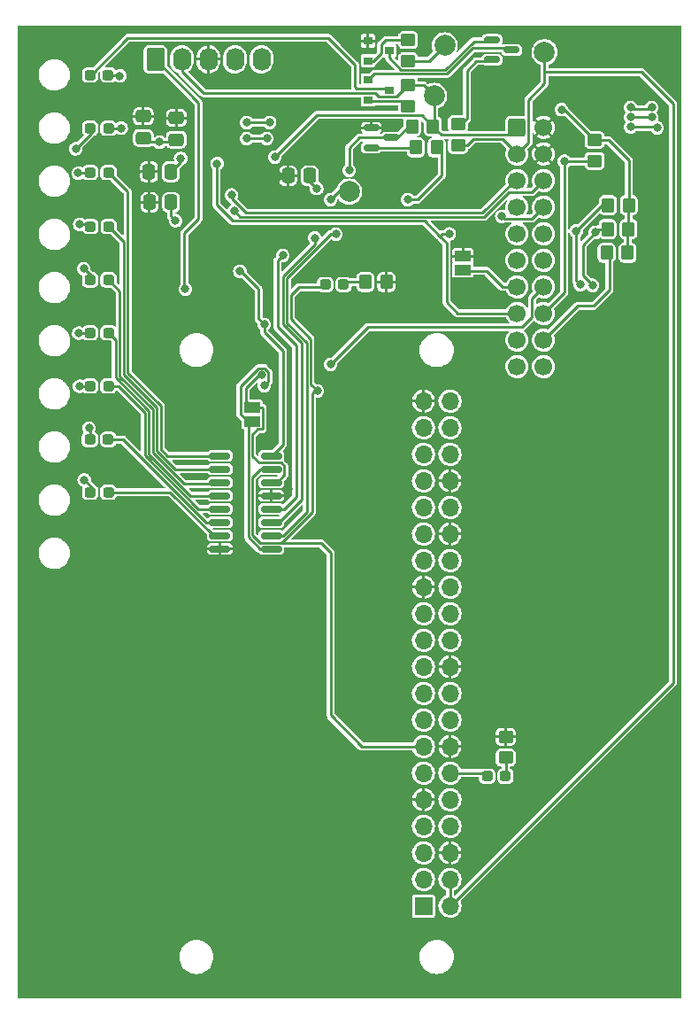
<source format=gbr>
%TF.GenerationSoftware,KiCad,Pcbnew,(6.0.1)*%
%TF.CreationDate,2022-02-13T18:34:14+00:00*%
%TF.ProjectId,module-processing,6d6f6475-6c65-42d7-9072-6f6365737369,rev?*%
%TF.SameCoordinates,Original*%
%TF.FileFunction,Copper,L1,Top*%
%TF.FilePolarity,Positive*%
%FSLAX46Y46*%
G04 Gerber Fmt 4.6, Leading zero omitted, Abs format (unit mm)*
G04 Created by KiCad (PCBNEW (6.0.1)) date 2022-02-13 18:34:14*
%MOMM*%
%LPD*%
G01*
G04 APERTURE LIST*
G04 Aperture macros list*
%AMRoundRect*
0 Rectangle with rounded corners*
0 $1 Rounding radius*
0 $2 $3 $4 $5 $6 $7 $8 $9 X,Y pos of 4 corners*
0 Add a 4 corners polygon primitive as box body*
4,1,4,$2,$3,$4,$5,$6,$7,$8,$9,$2,$3,0*
0 Add four circle primitives for the rounded corners*
1,1,$1+$1,$2,$3*
1,1,$1+$1,$4,$5*
1,1,$1+$1,$6,$7*
1,1,$1+$1,$8,$9*
0 Add four rect primitives between the rounded corners*
20,1,$1+$1,$2,$3,$4,$5,0*
20,1,$1+$1,$4,$5,$6,$7,0*
20,1,$1+$1,$6,$7,$8,$9,0*
20,1,$1+$1,$8,$9,$2,$3,0*%
G04 Aperture macros list end*
%TA.AperFunction,SMDPad,CuDef*%
%ADD10RoundRect,0.250000X0.337500X0.475000X-0.337500X0.475000X-0.337500X-0.475000X0.337500X-0.475000X0*%
%TD*%
%TA.AperFunction,SMDPad,CuDef*%
%ADD11RoundRect,0.250000X0.475000X-0.337500X0.475000X0.337500X-0.475000X0.337500X-0.475000X-0.337500X0*%
%TD*%
%TA.AperFunction,SMDPad,CuDef*%
%ADD12RoundRect,0.237500X-0.287500X-0.237500X0.287500X-0.237500X0.287500X0.237500X-0.287500X0.237500X0*%
%TD*%
%TA.AperFunction,SMDPad,CuDef*%
%ADD13RoundRect,0.237500X0.287500X0.237500X-0.287500X0.237500X-0.287500X-0.237500X0.287500X-0.237500X0*%
%TD*%
%TA.AperFunction,ComponentPad*%
%ADD14RoundRect,0.250000X-0.620000X-0.845000X0.620000X-0.845000X0.620000X0.845000X-0.620000X0.845000X0*%
%TD*%
%TA.AperFunction,ComponentPad*%
%ADD15O,1.740000X2.190000*%
%TD*%
%TA.AperFunction,ComponentPad*%
%ADD16RoundRect,0.250000X-0.600000X-0.600000X0.600000X-0.600000X0.600000X0.600000X-0.600000X0.600000X0*%
%TD*%
%TA.AperFunction,ComponentPad*%
%ADD17C,1.700000*%
%TD*%
%TA.AperFunction,SMDPad,CuDef*%
%ADD18R,0.900000X0.800000*%
%TD*%
%TA.AperFunction,SMDPad,CuDef*%
%ADD19RoundRect,0.250000X-0.450000X0.350000X-0.450000X-0.350000X0.450000X-0.350000X0.450000X0.350000X0*%
%TD*%
%TA.AperFunction,SMDPad,CuDef*%
%ADD20RoundRect,0.250000X0.450000X-0.350000X0.450000X0.350000X-0.450000X0.350000X-0.450000X-0.350000X0*%
%TD*%
%TA.AperFunction,SMDPad,CuDef*%
%ADD21RoundRect,0.250000X-0.350000X-0.450000X0.350000X-0.450000X0.350000X0.450000X-0.350000X0.450000X0*%
%TD*%
%TA.AperFunction,SMDPad,CuDef*%
%ADD22C,2.000000*%
%TD*%
%TA.AperFunction,SMDPad,CuDef*%
%ADD23RoundRect,0.250000X0.350000X0.450000X-0.350000X0.450000X-0.350000X-0.450000X0.350000X-0.450000X0*%
%TD*%
%TA.AperFunction,SMDPad,CuDef*%
%ADD24RoundRect,0.150000X-0.587500X-0.150000X0.587500X-0.150000X0.587500X0.150000X-0.587500X0.150000X0*%
%TD*%
%TA.AperFunction,SMDPad,CuDef*%
%ADD25R,1.500000X1.000000*%
%TD*%
%TA.AperFunction,SMDPad,CuDef*%
%ADD26RoundRect,0.150000X-0.825000X-0.150000X0.825000X-0.150000X0.825000X0.150000X-0.825000X0.150000X0*%
%TD*%
%TA.AperFunction,ComponentPad*%
%ADD27R,1.700000X1.700000*%
%TD*%
%TA.AperFunction,ComponentPad*%
%ADD28O,1.700000X1.700000*%
%TD*%
%TA.AperFunction,ViaPad*%
%ADD29C,0.800000*%
%TD*%
%TA.AperFunction,Conductor*%
%ADD30C,0.250000*%
%TD*%
G04 APERTURE END LIST*
D10*
%TO.P,C1,1*%
%TO.N,/Processing/OSCO*%
X137907500Y-41670000D03*
%TO.P,C1,2*%
%TO.N,0*%
X135832500Y-41670000D03*
%TD*%
%TO.P,C2,1*%
%TO.N,/Processing/OSCI*%
X137867500Y-38750000D03*
%TO.P,C2,2*%
%TO.N,0*%
X135792500Y-38750000D03*
%TD*%
D11*
%TO.P,C4,1*%
%TO.N,+3V3*%
X135250000Y-35515000D03*
%TO.P,C4,2*%
%TO.N,0*%
X135250000Y-33440000D03*
%TD*%
%TO.P,C5,1*%
%TO.N,+3V3*%
X138390000Y-35670000D03*
%TO.P,C5,2*%
%TO.N,0*%
X138390000Y-33595000D03*
%TD*%
D12*
%TO.P,D1,1,K*%
%TO.N,Net-(D1-Pad1)*%
X130152500Y-29490000D03*
%TO.P,D1,2,A*%
%TO.N,Net-(D1-Pad2)*%
X131902500Y-29490000D03*
%TD*%
%TO.P,D2,1,K*%
%TO.N,Net-(D2-Pad1)*%
X130162500Y-34580000D03*
%TO.P,D2,2,A*%
%TO.N,Net-(D2-Pad2)*%
X131912500Y-34580000D03*
%TD*%
D13*
%TO.P,D4,1,K*%
%TO.N,Net-(D4-Pad1)*%
X154404000Y-49530000D03*
%TO.P,D4,2,A*%
%TO.N,/Backplane/HBEAT*%
X152654000Y-49530000D03*
%TD*%
D12*
%TO.P,D6,1,K*%
%TO.N,Net-(D6-Pad1)*%
X130187500Y-43975000D03*
%TO.P,D6,2,A*%
%TO.N,Net-(D6-Pad2)*%
X131937500Y-43975000D03*
%TD*%
%TO.P,D7,1,K*%
%TO.N,Net-(D7-Pad1)*%
X130162500Y-49075000D03*
%TO.P,D7,2,A*%
%TO.N,Net-(D7-Pad2)*%
X131912500Y-49075000D03*
%TD*%
%TO.P,D10,1,K*%
%TO.N,Net-(D10-Pad1)*%
X130137500Y-64325000D03*
%TO.P,D10,2,A*%
%TO.N,Net-(D10-Pad2)*%
X131887500Y-64325000D03*
%TD*%
%TO.P,D11,1,K*%
%TO.N,Net-(D11-Pad1)*%
X130162500Y-69375000D03*
%TO.P,D11,2,A*%
%TO.N,Net-(D11-Pad2)*%
X131912500Y-69375000D03*
%TD*%
D14*
%TO.P,J3,1,Pin_1*%
%TO.N,/Processing/MCL*%
X136398000Y-28000000D03*
D15*
%TO.P,J3,2,Pin_2*%
%TO.N,+3V3*%
X138938000Y-28000000D03*
%TO.P,J3,3,Pin_3*%
%TO.N,0*%
X141478000Y-28000000D03*
%TO.P,J3,4,Pin_4*%
%TO.N,/Processing/ICD*%
X144018000Y-28000000D03*
%TO.P,J3,5,Pin_5*%
%TO.N,/Processing/ICC*%
X146558000Y-28000000D03*
%TD*%
D16*
%TO.P,J1,1,Pin_1*%
%TO.N,+3V3*%
X171000000Y-34500000D03*
D17*
%TO.P,J1,2,Pin_2*%
%TO.N,0*%
X173540000Y-34500000D03*
%TO.P,J1,3,Pin_3*%
%TO.N,+5V*%
X171000000Y-37040000D03*
%TO.P,J1,4,Pin_4*%
%TO.N,0*%
X173540000Y-37040000D03*
%TO.P,J1,5,Pin_5*%
%TO.N,/Backplane/mTX*%
X171000000Y-39580000D03*
%TO.P,J1,6,Pin_6*%
%TO.N,/Backplane/mRX*%
X173540000Y-39580000D03*
%TO.P,J1,7,Pin_7*%
%TO.N,/Backplane/SCL*%
X171000000Y-42120000D03*
%TO.P,J1,8,Pin_8*%
%TO.N,/Backplane/SDA*%
X173540000Y-42120000D03*
%TO.P,J1,9,Pin_9*%
%TO.N,/Backplane/CKI*%
X171000000Y-44660000D03*
%TO.P,J1,10,Pin_10*%
%TO.N,/Backplane/CKO*%
X173540000Y-44660000D03*
%TO.P,J1,11,Pin_11*%
%TO.N,/Backplane/LATI*%
X171000000Y-47200000D03*
%TO.P,J1,12,Pin_12*%
%TO.N,/Backplane/LATO*%
X173540000Y-47200000D03*
%TO.P,J1,13,Pin_13*%
%TO.N,/Backplane/IN_DO*%
X171000000Y-49740000D03*
%TO.P,J1,14,Pin_14*%
%TO.N,/Backplane/OUT_DO*%
X173540000Y-49740000D03*
%TO.P,J1,15,Pin_15*%
%TO.N,/Backplane/RESET*%
X171000000Y-52280000D03*
%TO.P,J1,16,Pin_16*%
%TO.N,/Backplane/IRQ*%
X173540000Y-52280000D03*
%TO.P,J1,17,Pin_17*%
%TO.N,/Backplane/ID_RET*%
X171000000Y-54820000D03*
%TO.P,J1,18,Pin_18*%
%TO.N,/Backplane/DA_IRET*%
X173540000Y-54820000D03*
%TO.P,J1,19,Pin_19*%
%TO.N,/Backplane/HBEAT*%
X171000000Y-57360000D03*
%TO.P,J1,20,Pin_20*%
%TO.N,/Backplane/EOL*%
X173540000Y-57360000D03*
%TD*%
D18*
%TO.P,Q1,1,E*%
%TO.N,Net-(Q1-Pad1)*%
X156750000Y-29972000D03*
%TO.P,Q1,2,B*%
%TO.N,Net-(Q1-Pad2)*%
X156750000Y-31872000D03*
%TO.P,Q1,3,C*%
%TO.N,Net-(D1-Pad1)*%
X158750000Y-30922000D03*
%TD*%
%TO.P,Q3,1,E*%
%TO.N,0*%
X156750000Y-26228000D03*
%TO.P,Q3,2,B*%
%TO.N,Net-(Q3-Pad2)*%
X156750000Y-28128000D03*
%TO.P,Q3,3,C*%
%TO.N,Net-(Q2-Pad1)*%
X158750000Y-27178000D03*
%TD*%
D19*
%TO.P,R2,1*%
%TO.N,+3V3*%
X160580000Y-30480000D03*
%TO.P,R2,2*%
%TO.N,Net-(Q1-Pad2)*%
X160580000Y-32480000D03*
%TD*%
D20*
%TO.P,R6,1*%
%TO.N,+24V*%
X160574533Y-28164000D03*
%TO.P,R6,2*%
%TO.N,Net-(Q3-Pad2)*%
X160574533Y-26164000D03*
%TD*%
D21*
%TO.P,R7,1*%
%TO.N,Net-(D4-Pad1)*%
X156496000Y-49276000D03*
%TO.P,R7,2*%
%TO.N,0*%
X158496000Y-49276000D03*
%TD*%
D22*
%TO.P,TP1,1,1*%
%TO.N,+3V3*%
X163068000Y-31496000D03*
%TD*%
%TO.P,TP2,1,1*%
%TO.N,+5V*%
X173640000Y-27320000D03*
%TD*%
D12*
%TO.P,D5,1,K*%
%TO.N,Net-(D5-Pad1)*%
X130165000Y-38815000D03*
%TO.P,D5,2,A*%
%TO.N,Net-(D5-Pad2)*%
X131915000Y-38815000D03*
%TD*%
%TO.P,D9,1,K*%
%TO.N,Net-(D9-Pad1)*%
X130165000Y-59229533D03*
%TO.P,D9,2,A*%
%TO.N,Net-(D9-Pad2)*%
X131915000Y-59229533D03*
%TD*%
%TO.P,D8,1,K*%
%TO.N,Net-(D8-Pad1)*%
X130162500Y-54150000D03*
%TO.P,D8,2,A*%
%TO.N,Net-(D8-Pad2)*%
X131912500Y-54150000D03*
%TD*%
D20*
%TO.P,R5,1*%
%TO.N,Net-(D3-Pad1)*%
X169926000Y-94742000D03*
%TO.P,R5,2*%
%TO.N,0*%
X169926000Y-92742000D03*
%TD*%
D13*
%TO.P,D3,1,K*%
%TO.N,Net-(D3-Pad1)*%
X169898000Y-96520000D03*
%TO.P,D3,2,A*%
%TO.N,/Pi/PI_HBEAT*%
X168148000Y-96520000D03*
%TD*%
D22*
%TO.P,TP3,1,1*%
%TO.N,+24V*%
X164084000Y-26670000D03*
%TD*%
D21*
%TO.P,R21,1*%
%TO.N,Net-(Q4-Pad2)*%
X161322000Y-36420000D03*
%TO.P,R21,2*%
%TO.N,/Backplane/RESET*%
X163322000Y-36420000D03*
%TD*%
D23*
%TO.P,R16,1*%
%TO.N,+3V3*%
X181578000Y-46482000D03*
%TO.P,R16,2*%
%TO.N,/Backplane/DA_IRET*%
X179578000Y-46482000D03*
%TD*%
D24*
%TO.P,Q4,1,E*%
%TO.N,0*%
X157065000Y-34530000D03*
%TO.P,Q4,2,B*%
%TO.N,Net-(Q4-Pad2)*%
X157065000Y-36430000D03*
%TO.P,Q4,3,C*%
%TO.N,Net-(Q4-Pad3)*%
X158940000Y-35480000D03*
%TD*%
D22*
%TO.P,TP4,1,1*%
%TO.N,/Processing/DI*%
X154940000Y-40640000D03*
%TD*%
D23*
%TO.P,R13,1*%
%TO.N,+3V3*%
X181710000Y-41940000D03*
%TO.P,R13,2*%
%TO.N,/Backplane/SDA*%
X179710000Y-41940000D03*
%TD*%
D25*
%TO.P,JP1,1,1*%
%TO.N,0*%
X165830000Y-46810000D03*
%TO.P,JP1,2,2*%
%TO.N,/Backplane/IN_DO*%
X165830000Y-48110000D03*
%TD*%
D10*
%TO.P,C3,1*%
%TO.N,Net-(C3-Pad1)*%
X151175000Y-39130000D03*
%TO.P,C3,2*%
%TO.N,0*%
X149100000Y-39130000D03*
%TD*%
D23*
%TO.P,R14,1*%
%TO.N,+3V3*%
X181670000Y-44230000D03*
%TO.P,R14,2*%
%TO.N,/Backplane/SCL*%
X179670000Y-44230000D03*
%TD*%
D19*
%TO.P,R15,1*%
%TO.N,+3V3*%
X178430000Y-35710000D03*
%TO.P,R15,2*%
%TO.N,/Backplane/IRQ*%
X178430000Y-37710000D03*
%TD*%
D20*
%TO.P,R4,1*%
%TO.N,+5V*%
X165354000Y-36210000D03*
%TO.P,R4,2*%
%TO.N,Net-(Q2-Pad2)*%
X165354000Y-34210000D03*
%TD*%
D24*
%TO.P,Q2,1,E*%
%TO.N,Net-(Q2-Pad1)*%
X168615000Y-26140000D03*
%TO.P,Q2,2,B*%
%TO.N,Net-(Q2-Pad2)*%
X168615000Y-28040000D03*
%TO.P,Q2,3,C*%
%TO.N,Net-(Q1-Pad1)*%
X170490000Y-27090000D03*
%TD*%
D26*
%TO.P,U1,1,QB*%
%TO.N,Net-(D5-Pad2)*%
X142559000Y-65913000D03*
%TO.P,U1,2,QC*%
%TO.N,Net-(D6-Pad2)*%
X142559000Y-67183000D03*
%TO.P,U1,3,QD*%
%TO.N,Net-(D7-Pad2)*%
X142559000Y-68453000D03*
%TO.P,U1,4,QE*%
%TO.N,Net-(D8-Pad2)*%
X142559000Y-69723000D03*
%TO.P,U1,5,QF*%
%TO.N,Net-(D9-Pad2)*%
X142559000Y-70993000D03*
%TO.P,U1,6,QG*%
%TO.N,Net-(D10-Pad2)*%
X142559000Y-72263000D03*
%TO.P,U1,7,QH*%
%TO.N,Net-(D11-Pad2)*%
X142559000Y-73533000D03*
%TO.P,U1,8,GND*%
%TO.N,0*%
X142559000Y-74803000D03*
%TO.P,U1,9,QH'*%
%TO.N,/Backplane/OUT_DO*%
X147509000Y-74803000D03*
%TO.P,U1,10,~{SRCLR}*%
%TO.N,Net-(Q4-Pad3)*%
X147509000Y-73533000D03*
%TO.P,U1,11,SRCLK*%
%TO.N,/Backplane/CKO*%
X147509000Y-72263000D03*
%TO.P,U1,12,RCLK*%
%TO.N,/Backplane/LATO*%
X147509000Y-70993000D03*
%TO.P,U1,13,~{OE}*%
%TO.N,0*%
X147509000Y-69723000D03*
%TO.P,U1,14,SER*%
%TO.N,/Processing/DO*%
X147509000Y-68453000D03*
%TO.P,U1,15,QA*%
%TO.N,/Backplane/HBEAT*%
X147509000Y-67183000D03*
%TO.P,U1,16,VCC*%
%TO.N,+3V3*%
X147509000Y-65913000D03*
%TD*%
D21*
%TO.P,R18,1*%
%TO.N,Net-(Q4-Pad3)*%
X160970000Y-34410000D03*
%TO.P,R18,2*%
%TO.N,+3V3*%
X162970000Y-34410000D03*
%TD*%
D25*
%TO.P,JP2,1,1*%
%TO.N,/Processing/DO*%
X145660000Y-61290000D03*
%TO.P,JP2,2,2*%
%TO.N,/Backplane/OUT_DO*%
X145660000Y-62590000D03*
%TD*%
D27*
%TO.P,J2,1,3V3*%
%TO.N,unconnected-(J2-Pad1)*%
X162052000Y-108922000D03*
D28*
%TO.P,J2,2,5V*%
%TO.N,+5V*%
X164592000Y-108922000D03*
%TO.P,J2,3,SDA/GPIO2*%
%TO.N,/Backplane/SDA*%
X162052000Y-106382000D03*
%TO.P,J2,4,5V*%
%TO.N,+5V*%
X164592000Y-106382000D03*
%TO.P,J2,5,SCL/GPIO3*%
%TO.N,/Backplane/SCL*%
X162052000Y-103842000D03*
%TO.P,J2,6,GND*%
%TO.N,0*%
X164592000Y-103842000D03*
%TO.P,J2,7,GCLK0/GPIO4*%
%TO.N,unconnected-(J2-Pad7)*%
X162052000Y-101302000D03*
%TO.P,J2,8,GPIO14/TXD*%
%TO.N,/Pi/PI_TX*%
X164592000Y-101302000D03*
%TO.P,J2,9,GND*%
%TO.N,0*%
X162052000Y-98762000D03*
%TO.P,J2,10,GPIO15/RXD*%
%TO.N,/Pi/PI_RX*%
X164592000Y-98762000D03*
%TO.P,J2,11,GPIO17*%
%TO.N,/Pi/PI_IO*%
X162052000Y-96222000D03*
%TO.P,J2,12,GPIO18/PWM0*%
%TO.N,/Pi/PI_HBEAT*%
X164592000Y-96222000D03*
%TO.P,J2,13,GPIO27*%
%TO.N,/Backplane/HBEAT*%
X162052000Y-93682000D03*
%TO.P,J2,14,GND*%
%TO.N,0*%
X164592000Y-93682000D03*
%TO.P,J2,15,GPIO22*%
%TO.N,unconnected-(J2-Pad15)*%
X162052000Y-91142000D03*
%TO.P,J2,16,GPIO23*%
%TO.N,unconnected-(J2-Pad16)*%
X164592000Y-91142000D03*
%TO.P,J2,17,3V3*%
%TO.N,unconnected-(J2-Pad17)*%
X162052000Y-88602000D03*
%TO.P,J2,18,GPIO24*%
%TO.N,unconnected-(J2-Pad18)*%
X164592000Y-88602000D03*
%TO.P,J2,19,MOSI0/GPIO10*%
%TO.N,unconnected-(J2-Pad19)*%
X162052000Y-86062000D03*
%TO.P,J2,20,GND*%
%TO.N,0*%
X164592000Y-86062000D03*
%TO.P,J2,21,MISO0/GPIO9*%
%TO.N,unconnected-(J2-Pad21)*%
X162052000Y-83522000D03*
%TO.P,J2,22,GPIO25*%
%TO.N,unconnected-(J2-Pad22)*%
X164592000Y-83522000D03*
%TO.P,J2,23,SCLK0/GPIO11*%
%TO.N,unconnected-(J2-Pad23)*%
X162052000Y-80982000D03*
%TO.P,J2,24,~{CE0}/GPIO8*%
%TO.N,unconnected-(J2-Pad24)*%
X164592000Y-80982000D03*
%TO.P,J2,25,GND*%
%TO.N,0*%
X162052000Y-78442000D03*
%TO.P,J2,26,~{CE1}/GPIO7*%
%TO.N,unconnected-(J2-Pad26)*%
X164592000Y-78442000D03*
%TO.P,J2,27,ID_SD/GPIO0*%
%TO.N,unconnected-(J2-Pad27)*%
X162052000Y-75902000D03*
%TO.P,J2,28,ID_SC/GPIO1*%
%TO.N,unconnected-(J2-Pad28)*%
X164592000Y-75902000D03*
%TO.P,J2,29,GCLK1/GPIO5*%
%TO.N,unconnected-(J2-Pad29)*%
X162052000Y-73362000D03*
%TO.P,J2,30,GND*%
%TO.N,0*%
X164592000Y-73362000D03*
%TO.P,J2,31,GCLK2/GPIO6*%
%TO.N,unconnected-(J2-Pad31)*%
X162052000Y-70822000D03*
%TO.P,J2,32,PWM0/GPIO12*%
%TO.N,unconnected-(J2-Pad32)*%
X164592000Y-70822000D03*
%TO.P,J2,33,PWM1/GPIO13*%
%TO.N,unconnected-(J2-Pad33)*%
X162052000Y-68282000D03*
%TO.P,J2,34,GND*%
%TO.N,0*%
X164592000Y-68282000D03*
%TO.P,J2,35,GPIO19/MISO1*%
%TO.N,unconnected-(J2-Pad35)*%
X162052000Y-65742000D03*
%TO.P,J2,36,GPIO16*%
%TO.N,unconnected-(J2-Pad36)*%
X164592000Y-65742000D03*
%TO.P,J2,37,GPIO26*%
%TO.N,unconnected-(J2-Pad37)*%
X162052000Y-63202000D03*
%TO.P,J2,38,GPIO20/MOSI1*%
%TO.N,unconnected-(J2-Pad38)*%
X164592000Y-63202000D03*
%TO.P,J2,39,GND*%
%TO.N,0*%
X162052000Y-60662000D03*
%TO.P,J2,40,GPIO21/SCLK1*%
%TO.N,unconnected-(J2-Pad40)*%
X164592000Y-60662000D03*
%TD*%
D29*
%TO.N,0*%
X180848000Y-30734000D03*
X158750000Y-44704000D03*
X148260000Y-39160000D03*
X168656000Y-99568000D03*
X153924000Y-28702000D03*
X166624000Y-103632000D03*
X169672000Y-29972000D03*
X167132000Y-32766000D03*
X167386000Y-29972000D03*
X149098000Y-69088000D03*
X166370000Y-98298000D03*
X154940000Y-47752000D03*
X165354000Y-32766000D03*
X178054000Y-27686000D03*
X162052000Y-47752000D03*
X166370000Y-101092000D03*
X163068000Y-102616000D03*
X170688000Y-98298000D03*
X166370000Y-99568000D03*
X168656000Y-98298000D03*
X158750000Y-47752000D03*
X149098000Y-28702000D03*
X172212000Y-29972000D03*
X162052000Y-44704000D03*
X155194000Y-44704000D03*
X171704000Y-96520000D03*
%TO.N,+3V3*%
X136800000Y-35910000D03*
X147828000Y-37338000D03*
X144496989Y-48260000D03*
X175260000Y-32800000D03*
X146812000Y-53340000D03*
%TO.N,Net-(D1-Pad2)*%
X133000000Y-29575000D03*
%TO.N,Net-(D2-Pad2)*%
X133125000Y-34575000D03*
%TO.N,/Backplane/HBEAT*%
X151892000Y-59690000D03*
%TO.N,Net-(D5-Pad1)*%
X129025000Y-38875000D03*
%TO.N,Net-(D6-Pad1)*%
X129175000Y-43775000D03*
%TO.N,Net-(D7-Pad1)*%
X129540000Y-48006000D03*
%TO.N,Net-(D8-Pad1)*%
X129075000Y-54175000D03*
%TO.N,Net-(D9-Pad1)*%
X129150000Y-59250000D03*
%TO.N,Net-(D10-Pad1)*%
X130050000Y-63250000D03*
%TO.N,Net-(D11-Pad1)*%
X129600000Y-68200000D03*
%TO.N,/Backplane/SDA*%
X169560000Y-43010000D03*
X176670000Y-44400000D03*
X177038000Y-49530000D03*
%TO.N,/Backplane/SCL*%
X178228319Y-49609681D03*
X178510000Y-44540000D03*
%TO.N,/Backplane/IRQ*%
X175540000Y-37740000D03*
%TO.N,/Backplane/LATO*%
X148590000Y-46736000D03*
%TO.N,/Backplane/CKO*%
X151638000Y-45070469D03*
%TO.N,/Backplane/RESET*%
X164520000Y-44693949D03*
X142310000Y-37950000D03*
X160528000Y-41402000D03*
%TO.N,/Backplane/OUT_DO*%
X146812000Y-59182000D03*
X153162000Y-57150000D03*
%TO.N,/Processing/MCL*%
X139270000Y-49960000D03*
%TO.N,/Processing/OSCO*%
X138340000Y-43420000D03*
%TO.N,/Processing/OSCI*%
X138830000Y-37470000D03*
%TO.N,Net-(C3-Pad1)*%
X151840000Y-40340000D03*
%TO.N,Net-(D2-Pad1)*%
X128775000Y-36550000D03*
%TO.N,/Backplane/mRX*%
X143938319Y-42497681D03*
%TO.N,/Backplane/mTX*%
X143684319Y-40973681D03*
%TO.N,/Pi/PI_IO*%
X181864000Y-32601497D03*
X183896000Y-32601497D03*
X145144500Y-35560000D03*
X147066000Y-35560000D03*
%TO.N,/Pi/PI_TX*%
X147332020Y-34036000D03*
X181864000Y-33528000D03*
X145144500Y-34036000D03*
X183896000Y-33528000D03*
%TO.N,/Pi/PI_RX*%
X184404000Y-34544000D03*
X181864000Y-34454503D03*
%TO.N,/Processing/DO*%
X146558000Y-58166000D03*
%TO.N,/Processing/DI*%
X153162000Y-41402000D03*
%TO.N,Net-(Q4-Pad3)*%
X153670000Y-44704000D03*
X154940000Y-38608000D03*
%TD*%
D30*
%TO.N,0*%
X148260000Y-39160000D02*
X149070000Y-39160000D01*
%TO.N,+3V3*%
X148590000Y-55880000D02*
X146812000Y-54102000D01*
X181710000Y-41940000D02*
X181710000Y-37660000D01*
X181578000Y-46482000D02*
X181578000Y-44322000D01*
X151834480Y-33331520D02*
X161891520Y-33331520D01*
X181670000Y-44230000D02*
X181670000Y-41980000D01*
X159486489Y-31573511D02*
X157804533Y-31573511D01*
X147828000Y-37338000D02*
X151834480Y-33331520D01*
X146260000Y-52788000D02*
X146260000Y-49930000D01*
X170300000Y-35200000D02*
X171000000Y-34500000D01*
X146260000Y-49930000D02*
X144590000Y-48260000D01*
X175260000Y-32800000D02*
X175520000Y-32800000D01*
X162052000Y-30480000D02*
X163068000Y-31496000D01*
X160580000Y-30480000D02*
X159486489Y-31573511D01*
X147509000Y-65913000D02*
X148590000Y-64832000D01*
X160580000Y-30480000D02*
X162052000Y-30480000D01*
X138938000Y-29148000D02*
X138938000Y-28000000D01*
X175520000Y-32800000D02*
X178430000Y-35710000D01*
X141010000Y-31220000D02*
X138938000Y-29148000D01*
X144590000Y-48260000D02*
X144496989Y-48260000D01*
X163760000Y-35200000D02*
X170300000Y-35200000D01*
X179760000Y-35710000D02*
X178430000Y-35710000D01*
X136800000Y-35910000D02*
X135645000Y-35910000D01*
X146812000Y-54102000D02*
X146812000Y-53340000D01*
X162970000Y-34410000D02*
X163760000Y-35200000D01*
X163068000Y-31496000D02*
X163068000Y-34312000D01*
X157804533Y-31573511D02*
X157451022Y-31220000D01*
X161891520Y-33331520D02*
X162970000Y-34410000D01*
X157451022Y-31220000D02*
X141010000Y-31220000D01*
X148590000Y-64832000D02*
X148590000Y-55880000D01*
X181710000Y-37660000D02*
X179760000Y-35710000D01*
X146812000Y-53340000D02*
X146260000Y-52788000D01*
X136800000Y-35910000D02*
X138150000Y-35910000D01*
%TO.N,Net-(D1-Pad2)*%
X132915000Y-29490000D02*
X133000000Y-29575000D01*
X131840000Y-29490000D02*
X132915000Y-29490000D01*
%TO.N,Net-(D1-Pad1)*%
X152922962Y-25950000D02*
X133755000Y-25950000D01*
X155620000Y-30770000D02*
X155502001Y-30652001D01*
X155502001Y-28529039D02*
X152922962Y-25950000D01*
X158598000Y-30770000D02*
X155620000Y-30770000D01*
X133755000Y-25950000D02*
X130215000Y-29490000D01*
X155502001Y-30652001D02*
X155502001Y-28529039D01*
%TO.N,Net-(D2-Pad2)*%
X133120000Y-34580000D02*
X133125000Y-34575000D01*
X131850000Y-34580000D02*
X133120000Y-34580000D01*
%TO.N,/Backplane/HBEAT*%
X156166000Y-93682000D02*
X153162000Y-90678000D01*
X146431000Y-67183000D02*
X145664520Y-67949480D01*
X152229480Y-74251480D02*
X153162000Y-75184000D01*
X149355280Y-52835280D02*
X151252520Y-54732520D01*
X149355280Y-52835280D02*
X149355280Y-50549280D01*
X151638000Y-59690000D02*
X151892000Y-59690000D01*
X148419480Y-74251480D02*
X152229480Y-74251480D01*
X151892000Y-59690000D02*
X151252520Y-59050520D01*
X150120560Y-49784000D02*
X149355280Y-50549280D01*
X146411960Y-74251480D02*
X148419480Y-74251480D01*
X153162000Y-75184000D02*
X153162000Y-90678000D01*
X151384000Y-71286960D02*
X151384000Y-59944000D01*
X145664520Y-73504040D02*
X146411960Y-74251480D01*
X145664520Y-67949480D02*
X145664520Y-73504040D01*
X148419480Y-74251480D02*
X151384000Y-71286960D01*
X152654000Y-49784000D02*
X150120560Y-49784000D01*
X162052000Y-93682000D02*
X156166000Y-93682000D01*
X147168521Y-67183000D02*
X146431000Y-67183000D01*
X151384000Y-59944000D02*
X151638000Y-59690000D01*
X151252520Y-59050520D02*
X151252520Y-54732520D01*
%TO.N,Net-(D3-Pad1)*%
X169926000Y-94742000D02*
X169926000Y-96492000D01*
%TO.N,Net-(D4-Pad1)*%
X156496000Y-49276000D02*
X154658000Y-49276000D01*
%TO.N,Net-(D5-Pad1)*%
X130227500Y-38815000D02*
X129085000Y-38815000D01*
X129085000Y-38815000D02*
X129025000Y-38875000D01*
%TO.N,Net-(D6-Pad1)*%
X129175000Y-43775000D02*
X130050000Y-43775000D01*
%TO.N,Net-(D7-Pad1)*%
X130225000Y-49075000D02*
X130225000Y-48691000D01*
X130225000Y-48691000D02*
X129540000Y-48006000D01*
%TO.N,Net-(D8-Pad1)*%
X130225000Y-54150000D02*
X129100000Y-54150000D01*
X129100000Y-54150000D02*
X129075000Y-54175000D01*
%TO.N,Net-(D9-Pad1)*%
X130227500Y-59229533D02*
X129170467Y-59229533D01*
X129170467Y-59229533D02*
X129150000Y-59250000D01*
%TO.N,Net-(D10-Pad1)*%
X130200000Y-64325000D02*
X130200000Y-63400000D01*
X130200000Y-63400000D02*
X130050000Y-63250000D01*
%TO.N,Net-(D11-Pad1)*%
X130225000Y-69375000D02*
X130225000Y-68825000D01*
X130225000Y-68825000D02*
X129600000Y-68200000D01*
%TO.N,/Backplane/SDA*%
X179710000Y-41940000D02*
X179130000Y-41940000D01*
X169771511Y-43221511D02*
X172438489Y-43221511D01*
X179130000Y-41940000D02*
X176670000Y-44400000D01*
X176670000Y-49162000D02*
X176670000Y-44400000D01*
X177038000Y-49530000D02*
X176670000Y-49162000D01*
X169560000Y-43010000D02*
X169771511Y-43221511D01*
X172438489Y-43221511D02*
X173540000Y-42120000D01*
%TO.N,/Backplane/SCL*%
X178820000Y-44230000D02*
X178510000Y-44540000D01*
X177292000Y-48673362D02*
X177292000Y-45758000D01*
X179670000Y-44230000D02*
X178820000Y-44230000D01*
X177292000Y-45758000D02*
X178510000Y-44540000D01*
X178228319Y-49609681D02*
X177292000Y-48673362D01*
%TO.N,/Backplane/IRQ*%
X175540000Y-37740000D02*
X178400000Y-37740000D01*
X175540000Y-50280000D02*
X173540000Y-52280000D01*
X175540000Y-37740000D02*
X175540000Y-50280000D01*
%TO.N,/Backplane/LATO*%
X149860000Y-69850000D02*
X149860000Y-55372000D01*
X149860000Y-55372000D02*
X148082000Y-53594000D01*
X148082000Y-53594000D02*
X148082000Y-47244000D01*
X147509000Y-70993000D02*
X148717000Y-70993000D01*
X148082000Y-47244000D02*
X148590000Y-46736000D01*
X148717000Y-70993000D02*
X149860000Y-69850000D01*
%TO.N,/Backplane/CKO*%
X150368000Y-70104000D02*
X150368000Y-55118000D01*
X150368000Y-55118000D02*
X148602240Y-53352239D01*
X148602240Y-48731280D02*
X151638000Y-45695520D01*
X151638000Y-45695520D02*
X151638000Y-45070469D01*
X148602240Y-53352239D02*
X148602240Y-48731280D01*
X148209000Y-72263000D02*
X150368000Y-70104000D01*
%TO.N,/Backplane/RESET*%
X142240000Y-38020000D02*
X142240000Y-41910000D01*
X164285000Y-45565000D02*
X163655000Y-44935000D01*
X162154000Y-43434000D02*
X163655000Y-44935000D01*
X163896051Y-44693949D02*
X163655000Y-44935000D01*
X171000000Y-52280000D02*
X165340000Y-52280000D01*
X161518000Y-41402000D02*
X163800000Y-39120000D01*
X163800000Y-39120000D02*
X163800000Y-36420000D01*
X142240000Y-41910000D02*
X143764000Y-43434000D01*
X164520000Y-44693949D02*
X163896051Y-44693949D01*
X164285000Y-51225000D02*
X164285000Y-45565000D01*
X143764000Y-43434000D02*
X162154000Y-43434000D01*
X165340000Y-52280000D02*
X164285000Y-51225000D01*
X142310000Y-37950000D02*
X142240000Y-38020000D01*
X160528000Y-41402000D02*
X161518000Y-41402000D01*
%TO.N,/Backplane/DA_IRET*%
X179832000Y-50038000D02*
X179832000Y-46736000D01*
X173540000Y-54820000D02*
X176798000Y-51562000D01*
X178308000Y-51562000D02*
X179832000Y-50038000D01*
X176798000Y-51562000D02*
X178308000Y-51562000D01*
%TO.N,+5V*%
X172102010Y-31859990D02*
X173640000Y-30322000D01*
X171000000Y-37040000D02*
X172102010Y-35937990D01*
X166210000Y-36210000D02*
X166810000Y-35610000D01*
X185928000Y-87586000D02*
X185928000Y-32258000D01*
X164592000Y-106382000D02*
X164592000Y-108922000D01*
X172102010Y-35937990D02*
X172102010Y-31859990D01*
X173640000Y-30322000D02*
X173640000Y-27320000D01*
X164592000Y-108922000D02*
X185928000Y-87586000D01*
X169640000Y-35610000D02*
X171000000Y-36970000D01*
X166810000Y-35610000D02*
X169640000Y-35610000D01*
X182880000Y-29210000D02*
X173736000Y-29210000D01*
X165354000Y-36210000D02*
X166210000Y-36210000D01*
X185928000Y-32258000D02*
X182880000Y-29210000D01*
%TO.N,/Backplane/OUT_DO*%
X147209511Y-58784489D02*
X147209511Y-57896134D01*
X144526000Y-61909022D02*
X145206978Y-62590000D01*
X146827866Y-57514489D02*
X146288134Y-57514489D01*
X156718000Y-53594000D02*
X171450000Y-53594000D01*
X172438489Y-50841511D02*
X173540000Y-49740000D01*
X145288000Y-73660000D02*
X145288000Y-62962000D01*
X147509000Y-74803000D02*
X146431000Y-74803000D01*
X147209511Y-57896134D02*
X146827866Y-57514489D01*
X144526000Y-59276623D02*
X144526000Y-61909022D01*
X172438489Y-52605511D02*
X172438489Y-50841511D01*
X153162000Y-57150000D02*
X156718000Y-53594000D01*
X146431000Y-74803000D02*
X145288000Y-73660000D01*
X146812000Y-59182000D02*
X147209511Y-58784489D01*
X171450000Y-53594000D02*
X172438489Y-52605511D01*
X146288134Y-57514489D02*
X144526000Y-59276623D01*
%TO.N,/Backplane/IN_DO*%
X165941511Y-48221511D02*
X168111511Y-48221511D01*
X168111511Y-48221511D02*
X169630000Y-49740000D01*
X169630000Y-49740000D02*
X171000000Y-49740000D01*
%TO.N,Net-(Q1-Pad2)*%
X160574533Y-32004000D02*
X156882000Y-32004000D01*
%TO.N,Net-(Q1-Pad1)*%
X157332000Y-29390000D02*
X159758798Y-29390000D01*
X156750000Y-29972000D02*
X157332000Y-29390000D01*
X159760838Y-29392040D02*
X164297960Y-29392040D01*
X164297960Y-29392040D02*
X166766000Y-26924000D01*
X159758798Y-29390000D02*
X159760838Y-29392040D01*
X166766000Y-26924000D02*
X170194000Y-26924000D01*
%TO.N,Net-(Q2-Pad2)*%
X166210000Y-29060000D02*
X167100000Y-28170000D01*
X166210000Y-33688000D02*
X166210000Y-29060000D01*
X167100000Y-28170000D02*
X168615000Y-28170000D01*
X165688000Y-34210000D02*
X166210000Y-33688000D01*
%TO.N,Net-(Q3-Pad2)*%
X157050000Y-28150000D02*
X157300000Y-28150000D01*
X158000000Y-27450000D02*
X158000000Y-26600000D01*
X158000000Y-26600000D02*
X158436000Y-26164000D01*
X158436000Y-26164000D02*
X160574533Y-26164000D01*
X157300000Y-28150000D02*
X158000000Y-27450000D01*
%TO.N,/Processing/MCL*%
X139270000Y-49960000D02*
X139160000Y-49850000D01*
X140510000Y-32112000D02*
X136398000Y-28000000D01*
X140510000Y-43270000D02*
X140510000Y-32112000D01*
X139160000Y-49850000D02*
X139160000Y-44620000D01*
X139160000Y-44620000D02*
X140510000Y-43270000D01*
%TO.N,/Processing/OSCO*%
X137907500Y-42987500D02*
X137907500Y-41670000D01*
X138340000Y-43420000D02*
X137907500Y-42987500D01*
%TO.N,/Processing/OSCI*%
X138830000Y-37787500D02*
X137867500Y-38750000D01*
X138830000Y-37470000D02*
X138830000Y-37787500D01*
%TO.N,Net-(C3-Pad1)*%
X151175000Y-39675000D02*
X151840000Y-40340000D01*
%TO.N,Net-(D2-Pad1)*%
X128775000Y-36550000D02*
X130225000Y-35100000D01*
X130225000Y-35100000D02*
X130225000Y-34580000D01*
%TO.N,Net-(D5-Pad2)*%
X133738760Y-57973320D02*
X136906000Y-61140560D01*
X133738760Y-40638760D02*
X133738760Y-57973320D01*
X136906000Y-65278000D02*
X137541000Y-65913000D01*
X131915000Y-38815000D02*
X133738760Y-40638760D01*
X136906000Y-61140560D02*
X136906000Y-65278000D01*
X137541000Y-65913000D02*
X142559000Y-65913000D01*
%TO.N,Net-(D6-Pad2)*%
X142559000Y-67183000D02*
X138278520Y-67183000D01*
X133362240Y-58129280D02*
X133362240Y-45399740D01*
X133362240Y-45399740D02*
X131937500Y-43975000D01*
X136520520Y-61287560D02*
X133362240Y-58129280D01*
X138278520Y-67183000D02*
X136520520Y-65425000D01*
X136520520Y-65425000D02*
X136520520Y-61287560D01*
%TO.N,Net-(D7-Pad2)*%
X142432000Y-68580000D02*
X139143040Y-68580000D01*
X136144000Y-61443520D02*
X132985720Y-58285239D01*
X132985720Y-50148220D02*
X131912500Y-49075000D01*
X139143040Y-68580000D02*
X136144000Y-65580960D01*
X136144000Y-65580960D02*
X136144000Y-61443520D01*
X132985720Y-58285239D02*
X132985720Y-50148220D01*
%TO.N,Net-(D8-Pad2)*%
X135767480Y-65736919D02*
X135767480Y-61599480D01*
X132588000Y-58420000D02*
X132588000Y-54825500D01*
X139753561Y-69723000D02*
X135767480Y-65736919D01*
X135767480Y-61599480D02*
X132588000Y-58420000D01*
X142559000Y-69723000D02*
X139753561Y-69723000D01*
X132588000Y-54825500D02*
X131912500Y-54150000D01*
%TO.N,Net-(D9-Pad2)*%
X132865053Y-59229533D02*
X135382000Y-61746480D01*
X140491081Y-70993000D02*
X142559000Y-70993000D01*
X131915000Y-59229533D02*
X132865053Y-59229533D01*
X135382000Y-61746480D02*
X135382000Y-65883919D01*
X135382000Y-65883919D02*
X140491081Y-70993000D01*
%TO.N,Net-(D10-Pad2)*%
X133290602Y-64325000D02*
X131887500Y-64325000D01*
X142559000Y-72263000D02*
X141228602Y-72263000D01*
X141228602Y-72263000D02*
X133290602Y-64325000D01*
%TO.N,Net-(D11-Pad2)*%
X137808122Y-69375000D02*
X131912500Y-69375000D01*
X141839122Y-73406000D02*
X137808122Y-69375000D01*
%TO.N,/Backplane/mRX*%
X170221511Y-40681511D02*
X172438489Y-40681511D01*
X167854501Y-43048520D02*
X170221511Y-40681511D01*
X143938319Y-42497681D02*
X144489158Y-43048520D01*
X172438489Y-40681511D02*
X173540000Y-39580000D01*
X144489158Y-43048520D02*
X167854501Y-43048520D01*
%TO.N,/Backplane/mTX*%
X145034000Y-42672000D02*
X167698542Y-42672000D01*
X143684319Y-41322319D02*
X145034000Y-42672000D01*
X167698542Y-42672000D02*
X170790542Y-39580000D01*
X143684319Y-40973681D02*
X143684319Y-41322319D01*
%TO.N,/Pi/PI_IO*%
X183731497Y-32766000D02*
X181864000Y-32766000D01*
X181864000Y-32766000D02*
X181864000Y-32601497D01*
X183896000Y-32601497D02*
X183731497Y-32766000D01*
X147066000Y-35560000D02*
X145144500Y-35560000D01*
%TO.N,/Pi/PI_TX*%
X183642000Y-33528000D02*
X182118000Y-33528000D01*
X147332020Y-34036000D02*
X145144500Y-34036000D01*
%TO.N,/Pi/PI_RX*%
X184314503Y-34454503D02*
X184404000Y-34544000D01*
X182118000Y-34454503D02*
X184314503Y-34454503D01*
%TO.N,/Processing/DO*%
X145664520Y-65908520D02*
X145664520Y-63885480D01*
X146208489Y-63341511D02*
X146661511Y-63341511D01*
X146304000Y-58166000D02*
X145034000Y-59436000D01*
X146661511Y-63341511D02*
X146661511Y-61317511D01*
X145034000Y-59436000D02*
X145034000Y-60664000D01*
X146634000Y-61290000D02*
X145660000Y-61290000D01*
X148735520Y-66866685D02*
X148416835Y-66548000D01*
X148735520Y-67712898D02*
X148735520Y-66866685D01*
X145034000Y-60664000D02*
X145660000Y-61290000D01*
X145664520Y-63885480D02*
X146208489Y-63341511D01*
X146661511Y-61317511D02*
X146634000Y-61290000D01*
X147995418Y-68453000D02*
X148735520Y-67712898D01*
X148416835Y-66548000D02*
X146304000Y-66548000D01*
X146304000Y-66548000D02*
X145664520Y-65908520D01*
X146558000Y-58166000D02*
X146304000Y-58166000D01*
%TO.N,/Processing/DI*%
X153924000Y-40640000D02*
X154940000Y-40640000D01*
X153162000Y-41402000D02*
X153924000Y-40640000D01*
%TO.N,/Pi/PI_HBEAT*%
X164592000Y-96222000D02*
X167850000Y-96222000D01*
%TO.N,Net-(Q2-Pad1)*%
X168615000Y-26270000D02*
X166887520Y-26270000D01*
X166887520Y-26270000D02*
X164142000Y-29015520D01*
X158750000Y-27848723D02*
X158750000Y-27178000D01*
X164142000Y-29015520D02*
X159916797Y-29015520D01*
X159916797Y-29015520D02*
X158750000Y-27848723D01*
%TO.N,Net-(Q4-Pad2)*%
X157065000Y-36430000D02*
X161790000Y-36430000D01*
%TO.N,Net-(Q4-Pad3)*%
X154940000Y-36452705D02*
X155912705Y-35480000D01*
X148978760Y-48887240D02*
X148978760Y-53196280D01*
X150876000Y-71262480D02*
X148605480Y-73533000D01*
X159570000Y-35480000D02*
X160970000Y-34080000D01*
X155912705Y-35480000D02*
X158940000Y-35480000D01*
X150876000Y-55093520D02*
X150876000Y-71262480D01*
X153670000Y-44704000D02*
X153162000Y-44704000D01*
X158940000Y-35480000D02*
X159570000Y-35480000D01*
X148978760Y-53196280D02*
X150876000Y-55093520D01*
X153162000Y-44704000D02*
X148978760Y-48887240D01*
X148605480Y-73533000D02*
X147781835Y-73533000D01*
X154940000Y-38608000D02*
X154940000Y-36452705D01*
%TO.N,+24V*%
X160574533Y-28164000D02*
X162590000Y-28164000D01*
X162590000Y-28164000D02*
X163534000Y-27220000D01*
%TD*%
%TA.AperFunction,Conductor*%
%TO.N,0*%
G36*
X186727694Y-24772306D02*
G01*
X186746000Y-24816500D01*
X186746000Y-117683500D01*
X186727694Y-117727694D01*
X186683500Y-117746000D01*
X123316500Y-117746000D01*
X123272306Y-117727694D01*
X123254000Y-117683500D01*
X123254000Y-113792000D01*
X138687461Y-113792000D01*
X138707585Y-114047698D01*
X138767461Y-114297100D01*
X138768403Y-114299374D01*
X138864672Y-114531790D01*
X138864676Y-114531797D01*
X138865615Y-114534065D01*
X138999630Y-114752758D01*
X139166206Y-114947794D01*
X139361242Y-115114370D01*
X139363337Y-115115654D01*
X139363340Y-115115656D01*
X139577836Y-115247099D01*
X139579935Y-115248385D01*
X139582203Y-115249324D01*
X139582210Y-115249328D01*
X139789822Y-115335323D01*
X139816900Y-115346539D01*
X140066302Y-115406415D01*
X140124132Y-115410966D01*
X140256735Y-115421403D01*
X140256748Y-115421404D01*
X140257974Y-115421500D01*
X140386026Y-115421500D01*
X140387252Y-115421404D01*
X140387265Y-115421403D01*
X140519868Y-115410966D01*
X140577698Y-115406415D01*
X140827100Y-115346539D01*
X140854178Y-115335323D01*
X141061790Y-115249328D01*
X141061797Y-115249324D01*
X141064065Y-115248385D01*
X141066164Y-115247099D01*
X141280660Y-115115656D01*
X141280663Y-115115654D01*
X141282758Y-115114370D01*
X141477794Y-114947794D01*
X141644370Y-114752758D01*
X141778385Y-114534065D01*
X141779324Y-114531797D01*
X141779328Y-114531790D01*
X141875597Y-114299374D01*
X141876539Y-114297100D01*
X141936415Y-114047698D01*
X141956539Y-113792000D01*
X161687461Y-113792000D01*
X161707585Y-114047698D01*
X161767461Y-114297100D01*
X161768403Y-114299374D01*
X161864672Y-114531790D01*
X161864676Y-114531797D01*
X161865615Y-114534065D01*
X161999630Y-114752758D01*
X162166206Y-114947794D01*
X162361242Y-115114370D01*
X162363337Y-115115654D01*
X162363340Y-115115656D01*
X162577836Y-115247099D01*
X162579935Y-115248385D01*
X162582203Y-115249324D01*
X162582210Y-115249328D01*
X162789822Y-115335323D01*
X162816900Y-115346539D01*
X163066302Y-115406415D01*
X163124132Y-115410966D01*
X163256735Y-115421403D01*
X163256748Y-115421404D01*
X163257974Y-115421500D01*
X163386026Y-115421500D01*
X163387252Y-115421404D01*
X163387265Y-115421403D01*
X163519868Y-115410966D01*
X163577698Y-115406415D01*
X163827100Y-115346539D01*
X163854178Y-115335323D01*
X164061790Y-115249328D01*
X164061797Y-115249324D01*
X164064065Y-115248385D01*
X164066164Y-115247099D01*
X164280660Y-115115656D01*
X164280663Y-115115654D01*
X164282758Y-115114370D01*
X164477794Y-114947794D01*
X164644370Y-114752758D01*
X164778385Y-114534065D01*
X164779324Y-114531797D01*
X164779328Y-114531790D01*
X164875597Y-114299374D01*
X164876539Y-114297100D01*
X164936415Y-114047698D01*
X164956539Y-113792000D01*
X164936415Y-113536302D01*
X164876539Y-113286900D01*
X164865323Y-113259822D01*
X164779328Y-113052210D01*
X164779324Y-113052203D01*
X164778385Y-113049935D01*
X164644370Y-112831242D01*
X164477794Y-112636206D01*
X164282758Y-112469630D01*
X164280663Y-112468346D01*
X164280660Y-112468344D01*
X164066164Y-112336901D01*
X164066161Y-112336900D01*
X164064065Y-112335615D01*
X164061797Y-112334676D01*
X164061790Y-112334672D01*
X163829374Y-112238403D01*
X163829375Y-112238403D01*
X163827100Y-112237461D01*
X163577698Y-112177585D01*
X163519868Y-112173034D01*
X163387265Y-112162597D01*
X163387252Y-112162596D01*
X163386026Y-112162500D01*
X163257974Y-112162500D01*
X163256748Y-112162596D01*
X163256735Y-112162597D01*
X163124132Y-112173034D01*
X163066302Y-112177585D01*
X162816900Y-112237461D01*
X162814625Y-112238403D01*
X162814626Y-112238403D01*
X162582210Y-112334672D01*
X162582203Y-112334676D01*
X162579935Y-112335615D01*
X162577839Y-112336900D01*
X162577836Y-112336901D01*
X162363340Y-112468344D01*
X162363337Y-112468346D01*
X162361242Y-112469630D01*
X162166206Y-112636206D01*
X161999630Y-112831242D01*
X161865615Y-113049935D01*
X161864676Y-113052203D01*
X161864672Y-113052210D01*
X161778677Y-113259822D01*
X161767461Y-113286900D01*
X161707585Y-113536302D01*
X161687461Y-113792000D01*
X141956539Y-113792000D01*
X141936415Y-113536302D01*
X141876539Y-113286900D01*
X141865323Y-113259822D01*
X141779328Y-113052210D01*
X141779324Y-113052203D01*
X141778385Y-113049935D01*
X141644370Y-112831242D01*
X141477794Y-112636206D01*
X141282758Y-112469630D01*
X141280663Y-112468346D01*
X141280660Y-112468344D01*
X141066164Y-112336901D01*
X141066161Y-112336900D01*
X141064065Y-112335615D01*
X141061797Y-112334676D01*
X141061790Y-112334672D01*
X140829374Y-112238403D01*
X140829375Y-112238403D01*
X140827100Y-112237461D01*
X140577698Y-112177585D01*
X140519868Y-112173034D01*
X140387265Y-112162597D01*
X140387252Y-112162596D01*
X140386026Y-112162500D01*
X140257974Y-112162500D01*
X140256748Y-112162596D01*
X140256735Y-112162597D01*
X140124132Y-112173034D01*
X140066302Y-112177585D01*
X139816900Y-112237461D01*
X139814625Y-112238403D01*
X139814626Y-112238403D01*
X139582210Y-112334672D01*
X139582203Y-112334676D01*
X139579935Y-112335615D01*
X139577839Y-112336900D01*
X139577836Y-112336901D01*
X139363340Y-112468344D01*
X139363337Y-112468346D01*
X139361242Y-112469630D01*
X139166206Y-112636206D01*
X138999630Y-112831242D01*
X138865615Y-113049935D01*
X138864676Y-113052203D01*
X138864672Y-113052210D01*
X138778677Y-113259822D01*
X138767461Y-113286900D01*
X138707585Y-113536302D01*
X138687461Y-113792000D01*
X123254000Y-113792000D01*
X123254000Y-108046933D01*
X160947500Y-108046933D01*
X160947501Y-109797066D01*
X160962266Y-109871301D01*
X161018516Y-109955484D01*
X161023633Y-109958903D01*
X161097580Y-110008314D01*
X161097582Y-110008315D01*
X161102699Y-110011734D01*
X161135753Y-110018309D01*
X161173920Y-110025901D01*
X161173923Y-110025901D01*
X161176933Y-110026500D01*
X162052000Y-110026500D01*
X162927066Y-110026499D01*
X162930075Y-110025900D01*
X162930080Y-110025900D01*
X162995263Y-110012935D01*
X163001301Y-110011734D01*
X163085484Y-109955484D01*
X163124688Y-109896812D01*
X163138314Y-109876420D01*
X163138315Y-109876418D01*
X163141734Y-109871301D01*
X163156500Y-109797067D01*
X163156499Y-108046934D01*
X163152060Y-108024612D01*
X163142935Y-107978737D01*
X163141734Y-107972699D01*
X163085484Y-107888516D01*
X163052502Y-107866478D01*
X163006420Y-107835686D01*
X163006418Y-107835685D01*
X163001301Y-107832266D01*
X162968247Y-107825691D01*
X162930080Y-107818099D01*
X162930077Y-107818099D01*
X162927067Y-107817500D01*
X162923996Y-107817500D01*
X162052001Y-107817501D01*
X161176934Y-107817501D01*
X161173925Y-107818100D01*
X161173920Y-107818100D01*
X161108737Y-107831065D01*
X161102699Y-107832266D01*
X161018516Y-107888516D01*
X161015097Y-107893633D01*
X160998245Y-107918854D01*
X160962266Y-107972699D01*
X160961065Y-107978737D01*
X160961065Y-107978738D01*
X160951564Y-108026504D01*
X160947500Y-108046933D01*
X123254000Y-108046933D01*
X123254000Y-106352964D01*
X160943148Y-106352964D01*
X160956424Y-106555522D01*
X161006392Y-106752269D01*
X161091377Y-106936616D01*
X161208533Y-107102389D01*
X161353938Y-107244035D01*
X161522720Y-107356812D01*
X161609124Y-107393934D01*
X161706588Y-107435808D01*
X161706590Y-107435809D01*
X161709228Y-107436942D01*
X161809641Y-107459663D01*
X161904426Y-107481111D01*
X161904429Y-107481111D01*
X161907216Y-107481742D01*
X161997164Y-107485276D01*
X162107193Y-107489600D01*
X162107197Y-107489600D01*
X162110053Y-107489712D01*
X162310945Y-107460584D01*
X162503165Y-107395334D01*
X162680276Y-107296147D01*
X162836345Y-107166345D01*
X162966147Y-107010276D01*
X163065334Y-106833165D01*
X163130584Y-106640945D01*
X163159712Y-106440053D01*
X163161232Y-106382000D01*
X163158303Y-106350116D01*
X163142920Y-106182714D01*
X163142658Y-106179859D01*
X163141879Y-106177096D01*
X163088335Y-105987244D01*
X163088333Y-105987240D01*
X163087557Y-105984487D01*
X162997776Y-105802428D01*
X162979437Y-105777869D01*
X162878037Y-105642078D01*
X162878036Y-105642076D01*
X162876320Y-105639779D01*
X162727258Y-105501987D01*
X162555581Y-105393667D01*
X162367039Y-105318446D01*
X162364233Y-105317888D01*
X162364230Y-105317887D01*
X162170752Y-105279402D01*
X162170750Y-105279402D01*
X162167946Y-105278844D01*
X162072353Y-105277593D01*
X161967833Y-105276224D01*
X161967828Y-105276224D01*
X161964971Y-105276187D01*
X161962151Y-105276672D01*
X161962146Y-105276672D01*
X161845751Y-105296673D01*
X161764910Y-105310564D01*
X161762222Y-105311556D01*
X161762217Y-105311557D01*
X161577151Y-105379832D01*
X161577148Y-105379833D01*
X161574463Y-105380824D01*
X161400010Y-105484612D01*
X161247392Y-105618455D01*
X161121720Y-105777869D01*
X161027203Y-105957515D01*
X160967007Y-106151378D01*
X160943148Y-106352964D01*
X123254000Y-106352964D01*
X123254000Y-103812964D01*
X160943148Y-103812964D01*
X160943336Y-103815828D01*
X160954190Y-103981431D01*
X160956424Y-104015522D01*
X161006392Y-104212269D01*
X161091377Y-104396616D01*
X161208533Y-104562389D01*
X161210587Y-104564390D01*
X161210588Y-104564391D01*
X161271924Y-104624141D01*
X161353938Y-104704035D01*
X161522720Y-104816812D01*
X161608056Y-104853475D01*
X161706588Y-104895808D01*
X161706590Y-104895809D01*
X161709228Y-104896942D01*
X161807484Y-104919175D01*
X161904426Y-104941111D01*
X161904429Y-104941111D01*
X161907216Y-104941742D01*
X161997164Y-104945276D01*
X162107193Y-104949600D01*
X162107197Y-104949600D01*
X162110053Y-104949712D01*
X162310945Y-104920584D01*
X162503165Y-104855334D01*
X162680276Y-104756147D01*
X162836345Y-104626345D01*
X162966147Y-104470276D01*
X163065334Y-104293165D01*
X163130584Y-104100945D01*
X163147762Y-103982471D01*
X163494759Y-103982471D01*
X163496732Y-104012581D01*
X163497626Y-104018224D01*
X163546159Y-104209323D01*
X163548066Y-104214707D01*
X163630612Y-104393761D01*
X163633468Y-104398708D01*
X163747257Y-104559717D01*
X163750970Y-104564065D01*
X163892203Y-104701647D01*
X163896636Y-104705236D01*
X164060576Y-104814778D01*
X164065598Y-104817504D01*
X164246744Y-104895331D01*
X164252183Y-104897098D01*
X164444492Y-104940614D01*
X164450141Y-104941357D01*
X164452577Y-104941453D01*
X164460827Y-104938409D01*
X164465000Y-104928869D01*
X164465000Y-104926779D01*
X164719000Y-104926779D01*
X164722641Y-104935569D01*
X164728208Y-104937875D01*
X164847992Y-104920507D01*
X164853541Y-104919175D01*
X165040247Y-104855796D01*
X165045460Y-104853475D01*
X165217492Y-104757133D01*
X165222194Y-104753902D01*
X165373793Y-104627819D01*
X165377819Y-104623793D01*
X165503902Y-104472194D01*
X165507133Y-104467492D01*
X165603475Y-104295460D01*
X165605796Y-104290247D01*
X165669175Y-104103541D01*
X165670507Y-104097992D01*
X165687426Y-103981304D01*
X165685084Y-103972082D01*
X165679904Y-103969000D01*
X164731431Y-103969000D01*
X164722641Y-103972641D01*
X164719000Y-103981431D01*
X164719000Y-104926779D01*
X164465000Y-104926779D01*
X164465000Y-103981431D01*
X164461359Y-103972641D01*
X164452569Y-103969000D01*
X163506307Y-103969000D01*
X163498632Y-103972179D01*
X163494759Y-103982471D01*
X163147762Y-103982471D01*
X163159712Y-103900053D01*
X163161232Y-103842000D01*
X163158303Y-103810116D01*
X163149228Y-103711359D01*
X163148428Y-103702655D01*
X163496707Y-103702655D01*
X163499290Y-103711811D01*
X163504984Y-103715000D01*
X164452569Y-103715000D01*
X164461359Y-103711359D01*
X164465000Y-103702569D01*
X164719000Y-103702569D01*
X164722641Y-103711359D01*
X164731431Y-103715000D01*
X165676629Y-103715000D01*
X165685419Y-103711359D01*
X165688125Y-103704826D01*
X165682426Y-103642805D01*
X165681385Y-103637187D01*
X165627867Y-103447424D01*
X165625824Y-103442102D01*
X165538616Y-103265261D01*
X165535630Y-103260389D01*
X165417664Y-103102414D01*
X165413841Y-103098169D01*
X165269060Y-102964334D01*
X165264525Y-102960854D01*
X165097774Y-102855642D01*
X165092696Y-102853054D01*
X164909553Y-102779988D01*
X164904087Y-102778369D01*
X164731193Y-102743978D01*
X164721861Y-102745834D01*
X164719000Y-102750117D01*
X164719000Y-103702569D01*
X164465000Y-103702569D01*
X164465000Y-102755994D01*
X164461359Y-102747204D01*
X164456214Y-102745073D01*
X164307870Y-102770563D01*
X164302347Y-102772042D01*
X164117367Y-102840285D01*
X164112218Y-102842741D01*
X163942770Y-102943552D01*
X163938148Y-102946911D01*
X163789910Y-103076912D01*
X163785983Y-103081050D01*
X163663913Y-103235895D01*
X163660809Y-103240674D01*
X163568998Y-103415177D01*
X163566819Y-103420437D01*
X163508346Y-103608752D01*
X163507162Y-103614322D01*
X163496707Y-103702655D01*
X163148428Y-103702655D01*
X163142658Y-103639859D01*
X163135456Y-103614322D01*
X163088335Y-103447244D01*
X163088333Y-103447240D01*
X163087557Y-103444487D01*
X162997776Y-103262428D01*
X162996058Y-103260127D01*
X162878037Y-103102078D01*
X162878036Y-103102076D01*
X162876320Y-103099779D01*
X162727258Y-102961987D01*
X162555581Y-102853667D01*
X162367039Y-102778446D01*
X162364233Y-102777888D01*
X162364230Y-102777887D01*
X162170752Y-102739402D01*
X162170750Y-102739402D01*
X162167946Y-102738844D01*
X162072353Y-102737593D01*
X161967833Y-102736224D01*
X161967828Y-102736224D01*
X161964971Y-102736187D01*
X161962151Y-102736672D01*
X161962146Y-102736672D01*
X161849702Y-102755994D01*
X161764910Y-102770564D01*
X161762222Y-102771556D01*
X161762217Y-102771557D01*
X161577151Y-102839832D01*
X161577148Y-102839833D01*
X161574463Y-102840824D01*
X161400010Y-102944612D01*
X161247392Y-103078455D01*
X161121720Y-103237869D01*
X161027203Y-103417515D01*
X161026356Y-103420242D01*
X161026355Y-103420245D01*
X161018828Y-103444487D01*
X160967007Y-103611378D01*
X160943148Y-103812964D01*
X123254000Y-103812964D01*
X123254000Y-101272964D01*
X160943148Y-101272964D01*
X160956424Y-101475522D01*
X161006392Y-101672269D01*
X161091377Y-101856616D01*
X161208533Y-102022389D01*
X161353938Y-102164035D01*
X161522720Y-102276812D01*
X161609124Y-102313934D01*
X161706588Y-102355808D01*
X161706590Y-102355809D01*
X161709228Y-102356942D01*
X161809641Y-102379663D01*
X161904426Y-102401111D01*
X161904429Y-102401111D01*
X161907216Y-102401742D01*
X161997164Y-102405276D01*
X162107193Y-102409600D01*
X162107197Y-102409600D01*
X162110053Y-102409712D01*
X162310945Y-102380584D01*
X162503165Y-102315334D01*
X162680276Y-102216147D01*
X162836345Y-102086345D01*
X162966147Y-101930276D01*
X163065334Y-101753165D01*
X163130584Y-101560945D01*
X163159712Y-101360053D01*
X163161232Y-101302000D01*
X163158565Y-101272964D01*
X163483148Y-101272964D01*
X163496424Y-101475522D01*
X163546392Y-101672269D01*
X163631377Y-101856616D01*
X163748533Y-102022389D01*
X163893938Y-102164035D01*
X164062720Y-102276812D01*
X164149124Y-102313934D01*
X164246588Y-102355808D01*
X164246590Y-102355809D01*
X164249228Y-102356942D01*
X164349641Y-102379663D01*
X164444426Y-102401111D01*
X164444429Y-102401111D01*
X164447216Y-102401742D01*
X164537164Y-102405276D01*
X164647193Y-102409600D01*
X164647197Y-102409600D01*
X164650053Y-102409712D01*
X164850945Y-102380584D01*
X165043165Y-102315334D01*
X165220276Y-102216147D01*
X165376345Y-102086345D01*
X165506147Y-101930276D01*
X165605334Y-101753165D01*
X165670584Y-101560945D01*
X165699712Y-101360053D01*
X165701232Y-101302000D01*
X165698303Y-101270116D01*
X165682920Y-101102714D01*
X165682658Y-101099859D01*
X165681879Y-101097096D01*
X165628335Y-100907244D01*
X165628333Y-100907240D01*
X165627557Y-100904487D01*
X165537776Y-100722428D01*
X165519437Y-100697869D01*
X165418037Y-100562078D01*
X165418036Y-100562076D01*
X165416320Y-100559779D01*
X165267258Y-100421987D01*
X165095581Y-100313667D01*
X164907039Y-100238446D01*
X164904233Y-100237888D01*
X164904230Y-100237887D01*
X164710752Y-100199402D01*
X164710750Y-100199402D01*
X164707946Y-100198844D01*
X164612353Y-100197593D01*
X164507833Y-100196224D01*
X164507828Y-100196224D01*
X164504971Y-100196187D01*
X164502151Y-100196672D01*
X164502146Y-100196672D01*
X164385751Y-100216673D01*
X164304910Y-100230564D01*
X164302222Y-100231556D01*
X164302217Y-100231557D01*
X164117151Y-100299832D01*
X164117148Y-100299833D01*
X164114463Y-100300824D01*
X163940010Y-100404612D01*
X163787392Y-100538455D01*
X163661720Y-100697869D01*
X163567203Y-100877515D01*
X163507007Y-101071378D01*
X163483148Y-101272964D01*
X163158565Y-101272964D01*
X163158303Y-101270116D01*
X163142920Y-101102714D01*
X163142658Y-101099859D01*
X163141879Y-101097096D01*
X163088335Y-100907244D01*
X163088333Y-100907240D01*
X163087557Y-100904487D01*
X162997776Y-100722428D01*
X162979437Y-100697869D01*
X162878037Y-100562078D01*
X162878036Y-100562076D01*
X162876320Y-100559779D01*
X162727258Y-100421987D01*
X162555581Y-100313667D01*
X162367039Y-100238446D01*
X162364233Y-100237888D01*
X162364230Y-100237887D01*
X162170752Y-100199402D01*
X162170750Y-100199402D01*
X162167946Y-100198844D01*
X162072353Y-100197593D01*
X161967833Y-100196224D01*
X161967828Y-100196224D01*
X161964971Y-100196187D01*
X161962151Y-100196672D01*
X161962146Y-100196672D01*
X161845751Y-100216673D01*
X161764910Y-100230564D01*
X161762222Y-100231556D01*
X161762217Y-100231557D01*
X161577151Y-100299832D01*
X161577148Y-100299833D01*
X161574463Y-100300824D01*
X161400010Y-100404612D01*
X161247392Y-100538455D01*
X161121720Y-100697869D01*
X161027203Y-100877515D01*
X160967007Y-101071378D01*
X160943148Y-101272964D01*
X123254000Y-101272964D01*
X123254000Y-98902471D01*
X160954759Y-98902471D01*
X160956732Y-98932581D01*
X160957626Y-98938224D01*
X161006159Y-99129323D01*
X161008066Y-99134707D01*
X161090612Y-99313761D01*
X161093468Y-99318708D01*
X161207257Y-99479717D01*
X161210970Y-99484065D01*
X161352203Y-99621647D01*
X161356636Y-99625236D01*
X161520576Y-99734778D01*
X161525598Y-99737504D01*
X161706744Y-99815331D01*
X161712183Y-99817098D01*
X161904492Y-99860614D01*
X161910141Y-99861357D01*
X161912577Y-99861453D01*
X161920827Y-99858409D01*
X161925000Y-99848869D01*
X161925000Y-99846779D01*
X162179000Y-99846779D01*
X162182641Y-99855569D01*
X162188208Y-99857875D01*
X162307992Y-99840507D01*
X162313541Y-99839175D01*
X162500247Y-99775796D01*
X162505460Y-99773475D01*
X162677492Y-99677133D01*
X162682194Y-99673902D01*
X162833793Y-99547819D01*
X162837819Y-99543793D01*
X162963902Y-99392194D01*
X162967133Y-99387492D01*
X163063475Y-99215460D01*
X163065796Y-99210247D01*
X163129175Y-99023541D01*
X163130507Y-99017992D01*
X163147426Y-98901304D01*
X163145084Y-98892082D01*
X163139904Y-98889000D01*
X162191431Y-98889000D01*
X162182641Y-98892641D01*
X162179000Y-98901431D01*
X162179000Y-99846779D01*
X161925000Y-99846779D01*
X161925000Y-98901431D01*
X161921359Y-98892641D01*
X161912569Y-98889000D01*
X160966307Y-98889000D01*
X160958632Y-98892179D01*
X160954759Y-98902471D01*
X123254000Y-98902471D01*
X123254000Y-98732964D01*
X163483148Y-98732964D01*
X163483336Y-98735828D01*
X163494190Y-98901431D01*
X163496424Y-98935522D01*
X163546392Y-99132269D01*
X163631377Y-99316616D01*
X163748533Y-99482389D01*
X163750587Y-99484390D01*
X163750588Y-99484391D01*
X163811924Y-99544141D01*
X163893938Y-99624035D01*
X164062720Y-99736812D01*
X164148056Y-99773475D01*
X164246588Y-99815808D01*
X164246590Y-99815809D01*
X164249228Y-99816942D01*
X164347484Y-99839175D01*
X164444426Y-99861111D01*
X164444429Y-99861111D01*
X164447216Y-99861742D01*
X164537164Y-99865276D01*
X164647193Y-99869600D01*
X164647197Y-99869600D01*
X164650053Y-99869712D01*
X164850945Y-99840584D01*
X165043165Y-99775334D01*
X165220276Y-99676147D01*
X165376345Y-99546345D01*
X165506147Y-99390276D01*
X165605334Y-99213165D01*
X165670584Y-99020945D01*
X165699712Y-98820053D01*
X165701232Y-98762000D01*
X165698303Y-98730116D01*
X165689228Y-98631359D01*
X165682658Y-98559859D01*
X165675456Y-98534322D01*
X165628335Y-98367244D01*
X165628333Y-98367240D01*
X165627557Y-98364487D01*
X165537776Y-98182428D01*
X165536058Y-98180127D01*
X165418037Y-98022078D01*
X165418036Y-98022076D01*
X165416320Y-98019779D01*
X165267258Y-97881987D01*
X165095581Y-97773667D01*
X164907039Y-97698446D01*
X164904233Y-97697888D01*
X164904230Y-97697887D01*
X164710752Y-97659402D01*
X164710750Y-97659402D01*
X164707946Y-97658844D01*
X164612353Y-97657593D01*
X164507833Y-97656224D01*
X164507828Y-97656224D01*
X164504971Y-97656187D01*
X164502151Y-97656672D01*
X164502146Y-97656672D01*
X164389702Y-97675994D01*
X164304910Y-97690564D01*
X164302222Y-97691556D01*
X164302217Y-97691557D01*
X164117151Y-97759832D01*
X164117148Y-97759833D01*
X164114463Y-97760824D01*
X163940010Y-97864612D01*
X163787392Y-97998455D01*
X163661720Y-98157869D01*
X163567203Y-98337515D01*
X163566356Y-98340242D01*
X163566355Y-98340245D01*
X163558828Y-98364487D01*
X163507007Y-98531378D01*
X163483148Y-98732964D01*
X123254000Y-98732964D01*
X123254000Y-98622655D01*
X160956707Y-98622655D01*
X160959290Y-98631811D01*
X160964984Y-98635000D01*
X161912569Y-98635000D01*
X161921359Y-98631359D01*
X161925000Y-98622569D01*
X162179000Y-98622569D01*
X162182641Y-98631359D01*
X162191431Y-98635000D01*
X163136629Y-98635000D01*
X163145419Y-98631359D01*
X163148125Y-98624826D01*
X163142426Y-98562805D01*
X163141385Y-98557187D01*
X163087867Y-98367424D01*
X163085824Y-98362102D01*
X162998616Y-98185261D01*
X162995630Y-98180389D01*
X162877664Y-98022414D01*
X162873841Y-98018169D01*
X162729060Y-97884334D01*
X162724525Y-97880854D01*
X162557774Y-97775642D01*
X162552696Y-97773054D01*
X162369553Y-97699988D01*
X162364087Y-97698369D01*
X162191193Y-97663978D01*
X162181861Y-97665834D01*
X162179000Y-97670117D01*
X162179000Y-98622569D01*
X161925000Y-98622569D01*
X161925000Y-97675994D01*
X161921359Y-97667204D01*
X161916214Y-97665073D01*
X161767870Y-97690563D01*
X161762347Y-97692042D01*
X161577367Y-97760285D01*
X161572218Y-97762741D01*
X161402770Y-97863552D01*
X161398148Y-97866911D01*
X161249910Y-97996912D01*
X161245983Y-98001050D01*
X161123913Y-98155895D01*
X161120809Y-98160674D01*
X161028998Y-98335177D01*
X161026819Y-98340437D01*
X160968346Y-98528752D01*
X160967162Y-98534322D01*
X160956707Y-98622655D01*
X123254000Y-98622655D01*
X123254000Y-96192964D01*
X160943148Y-96192964D01*
X160956424Y-96395522D01*
X161006392Y-96592269D01*
X161091377Y-96776616D01*
X161208533Y-96942389D01*
X161353938Y-97084035D01*
X161522720Y-97196812D01*
X161637114Y-97245960D01*
X161706588Y-97275808D01*
X161706590Y-97275809D01*
X161709228Y-97276942D01*
X161809641Y-97299663D01*
X161904426Y-97321111D01*
X161904429Y-97321111D01*
X161907216Y-97321742D01*
X161997164Y-97325276D01*
X162107193Y-97329600D01*
X162107197Y-97329600D01*
X162110053Y-97329712D01*
X162310945Y-97300584D01*
X162503165Y-97235334D01*
X162680276Y-97136147D01*
X162836345Y-97006345D01*
X162966147Y-96850276D01*
X163065334Y-96673165D01*
X163130584Y-96480945D01*
X163159712Y-96280053D01*
X163161232Y-96222000D01*
X163158565Y-96192964D01*
X163483148Y-96192964D01*
X163496424Y-96395522D01*
X163546392Y-96592269D01*
X163631377Y-96776616D01*
X163748533Y-96942389D01*
X163893938Y-97084035D01*
X164062720Y-97196812D01*
X164177114Y-97245960D01*
X164246588Y-97275808D01*
X164246590Y-97275809D01*
X164249228Y-97276942D01*
X164349641Y-97299663D01*
X164444426Y-97321111D01*
X164444429Y-97321111D01*
X164447216Y-97321742D01*
X164537164Y-97325276D01*
X164647193Y-97329600D01*
X164647197Y-97329600D01*
X164650053Y-97329712D01*
X164850945Y-97300584D01*
X165043165Y-97235334D01*
X165220276Y-97136147D01*
X165376345Y-97006345D01*
X165506147Y-96850276D01*
X165605334Y-96673165D01*
X165615265Y-96643910D01*
X165646805Y-96607945D01*
X165674448Y-96601500D01*
X167306000Y-96601500D01*
X167350194Y-96619806D01*
X167368500Y-96664000D01*
X167368500Y-96804070D01*
X167375036Y-96864236D01*
X167424507Y-96996199D01*
X167509026Y-97108974D01*
X167621801Y-97193493D01*
X167625969Y-97195056D01*
X167625970Y-97195056D01*
X167733411Y-97235334D01*
X167753764Y-97242964D01*
X167813930Y-97249500D01*
X168482070Y-97249500D01*
X168542236Y-97242964D01*
X168562589Y-97235334D01*
X168670030Y-97195056D01*
X168670031Y-97195056D01*
X168674199Y-97193493D01*
X168786974Y-97108974D01*
X168871493Y-96996199D01*
X168920964Y-96864236D01*
X168927500Y-96804070D01*
X168927500Y-96235930D01*
X168920964Y-96175764D01*
X168871493Y-96043801D01*
X168786974Y-95931026D01*
X168674199Y-95846507D01*
X168663511Y-95842500D01*
X168545904Y-95798411D01*
X168545903Y-95798411D01*
X168542236Y-95797036D01*
X168482070Y-95790500D01*
X167813930Y-95790500D01*
X167753764Y-95797036D01*
X167750097Y-95798411D01*
X167750096Y-95798411D01*
X167643099Y-95838523D01*
X167621160Y-95842500D01*
X165675306Y-95842500D01*
X165631112Y-95824194D01*
X165619251Y-95807643D01*
X165539044Y-95644999D01*
X165539043Y-95644998D01*
X165537776Y-95642428D01*
X165519437Y-95617869D01*
X165418037Y-95482078D01*
X165418036Y-95482076D01*
X165416320Y-95479779D01*
X165267258Y-95341987D01*
X165095581Y-95233667D01*
X164907039Y-95158446D01*
X164904233Y-95157888D01*
X164904230Y-95157887D01*
X164813079Y-95139756D01*
X168971500Y-95139756D01*
X168978202Y-95201448D01*
X168979577Y-95205116D01*
X169025083Y-95326504D01*
X169028929Y-95336764D01*
X169115596Y-95452404D01*
X169231236Y-95539071D01*
X169235405Y-95540634D01*
X169235407Y-95540635D01*
X169362884Y-95588423D01*
X169366552Y-95589798D01*
X169428244Y-95596500D01*
X169484000Y-95596500D01*
X169528194Y-95614806D01*
X169546500Y-95659000D01*
X169546500Y-95737996D01*
X169528194Y-95782190D01*
X169503392Y-95796044D01*
X169503764Y-95797036D01*
X169382490Y-95842500D01*
X169371801Y-95846507D01*
X169259026Y-95931026D01*
X169174507Y-96043801D01*
X169125036Y-96175764D01*
X169118500Y-96235930D01*
X169118500Y-96804070D01*
X169125036Y-96864236D01*
X169174507Y-96996199D01*
X169259026Y-97108974D01*
X169371801Y-97193493D01*
X169375969Y-97195056D01*
X169375970Y-97195056D01*
X169483411Y-97235334D01*
X169503764Y-97242964D01*
X169563930Y-97249500D01*
X170232070Y-97249500D01*
X170292236Y-97242964D01*
X170312589Y-97235334D01*
X170420030Y-97195056D01*
X170420031Y-97195056D01*
X170424199Y-97193493D01*
X170536974Y-97108974D01*
X170621493Y-96996199D01*
X170670964Y-96864236D01*
X170677500Y-96804070D01*
X170677500Y-96235930D01*
X170670964Y-96175764D01*
X170621493Y-96043801D01*
X170536974Y-95931026D01*
X170424199Y-95846507D01*
X170346061Y-95817214D01*
X170311105Y-95784560D01*
X170305500Y-95758691D01*
X170305500Y-95659000D01*
X170323806Y-95614806D01*
X170368000Y-95596500D01*
X170423756Y-95596500D01*
X170485448Y-95589798D01*
X170489116Y-95588423D01*
X170616593Y-95540635D01*
X170616595Y-95540634D01*
X170620764Y-95539071D01*
X170736404Y-95452404D01*
X170823071Y-95336764D01*
X170826918Y-95326504D01*
X170872423Y-95205116D01*
X170873798Y-95201448D01*
X170880500Y-95139756D01*
X170880500Y-94344244D01*
X170873798Y-94282552D01*
X170856578Y-94236616D01*
X170824635Y-94151407D01*
X170824634Y-94151405D01*
X170823071Y-94147236D01*
X170736404Y-94031596D01*
X170620764Y-93944929D01*
X170616595Y-93943366D01*
X170616593Y-93943365D01*
X170489116Y-93895577D01*
X170485448Y-93894202D01*
X170423756Y-93887500D01*
X169428244Y-93887500D01*
X169366552Y-93894202D01*
X169362884Y-93895577D01*
X169235407Y-93943365D01*
X169235405Y-93943366D01*
X169231236Y-93944929D01*
X169115596Y-94031596D01*
X169028929Y-94147236D01*
X169027366Y-94151405D01*
X169027365Y-94151407D01*
X168995422Y-94236616D01*
X168978202Y-94282552D01*
X168971500Y-94344244D01*
X168971500Y-95139756D01*
X164813079Y-95139756D01*
X164710752Y-95119402D01*
X164710750Y-95119402D01*
X164707946Y-95118844D01*
X164612353Y-95117593D01*
X164507833Y-95116224D01*
X164507828Y-95116224D01*
X164504971Y-95116187D01*
X164502151Y-95116672D01*
X164502146Y-95116672D01*
X164385751Y-95136673D01*
X164304910Y-95150564D01*
X164302222Y-95151556D01*
X164302217Y-95151557D01*
X164117151Y-95219832D01*
X164117148Y-95219833D01*
X164114463Y-95220824D01*
X163940010Y-95324612D01*
X163848064Y-95405247D01*
X163791250Y-95455072D01*
X163787392Y-95458455D01*
X163661720Y-95617869D01*
X163648799Y-95642428D01*
X163570798Y-95790683D01*
X163567203Y-95797515D01*
X163566356Y-95800242D01*
X163566355Y-95800245D01*
X163551161Y-95849178D01*
X163507007Y-95991378D01*
X163483148Y-96192964D01*
X163158565Y-96192964D01*
X163158303Y-96190116D01*
X163142920Y-96022714D01*
X163142658Y-96019859D01*
X163141879Y-96017096D01*
X163088335Y-95827244D01*
X163088333Y-95827240D01*
X163087557Y-95824487D01*
X162997776Y-95642428D01*
X162979437Y-95617869D01*
X162878037Y-95482078D01*
X162878036Y-95482076D01*
X162876320Y-95479779D01*
X162727258Y-95341987D01*
X162555581Y-95233667D01*
X162367039Y-95158446D01*
X162364233Y-95157888D01*
X162364230Y-95157887D01*
X162170752Y-95119402D01*
X162170750Y-95119402D01*
X162167946Y-95118844D01*
X162072353Y-95117593D01*
X161967833Y-95116224D01*
X161967828Y-95116224D01*
X161964971Y-95116187D01*
X161962151Y-95116672D01*
X161962146Y-95116672D01*
X161845751Y-95136673D01*
X161764910Y-95150564D01*
X161762222Y-95151556D01*
X161762217Y-95151557D01*
X161577151Y-95219832D01*
X161577148Y-95219833D01*
X161574463Y-95220824D01*
X161400010Y-95324612D01*
X161308064Y-95405247D01*
X161251250Y-95455072D01*
X161247392Y-95458455D01*
X161121720Y-95617869D01*
X161108799Y-95642428D01*
X161030798Y-95790683D01*
X161027203Y-95797515D01*
X161026356Y-95800242D01*
X161026355Y-95800245D01*
X161011161Y-95849178D01*
X160967007Y-95991378D01*
X160943148Y-96192964D01*
X123254000Y-96192964D01*
X123254000Y-75262677D01*
X125221524Y-75262677D01*
X125221812Y-75265165D01*
X125221812Y-75265169D01*
X125249062Y-75500681D01*
X125249351Y-75503176D01*
X125315271Y-75736133D01*
X125417589Y-75955553D01*
X125455172Y-76010854D01*
X125454442Y-76011350D01*
X125455917Y-76012342D01*
X125455939Y-76012326D01*
X125457474Y-76014371D01*
X125457476Y-76014374D01*
X125457510Y-76014419D01*
X125459217Y-76016808D01*
X125553671Y-76155793D01*
X125555391Y-76157612D01*
X125555392Y-76157613D01*
X125600256Y-76205055D01*
X125601583Y-76206503D01*
X125602541Y-76207581D01*
X125604083Y-76209636D01*
X125608195Y-76213566D01*
X125610404Y-76215787D01*
X125666281Y-76274874D01*
X125720018Y-76331699D01*
X125722012Y-76333224D01*
X125722017Y-76333228D01*
X125776294Y-76374726D01*
X125778661Y-76376751D01*
X125780615Y-76378334D01*
X125782468Y-76380104D01*
X125784584Y-76381547D01*
X125784586Y-76381549D01*
X125789055Y-76384597D01*
X125791796Y-76386577D01*
X125912348Y-76478747D01*
X125914565Y-76479936D01*
X125914567Y-76479937D01*
X125978227Y-76514071D01*
X125983908Y-76517517D01*
X125986300Y-76519149D01*
X125988624Y-76520228D01*
X125988626Y-76520229D01*
X125995078Y-76523225D01*
X125998293Y-76524831D01*
X126123510Y-76591971D01*
X126123513Y-76591972D01*
X126125715Y-76593153D01*
X126128082Y-76593968D01*
X126200182Y-76618794D01*
X126206143Y-76621196D01*
X126210104Y-76623035D01*
X126212571Y-76623719D01*
X126212576Y-76623721D01*
X126220572Y-76625939D01*
X126224215Y-76627070D01*
X126352250Y-76671156D01*
X126354629Y-76671975D01*
X126419188Y-76683126D01*
X126436260Y-76686075D01*
X126442324Y-76687436D01*
X126445400Y-76688289D01*
X126445403Y-76688290D01*
X126447871Y-76688974D01*
X126450416Y-76689246D01*
X126450421Y-76689247D01*
X126457024Y-76689952D01*
X126459432Y-76690210D01*
X126463414Y-76690765D01*
X126593200Y-76713183D01*
X126595155Y-76713272D01*
X126595157Y-76713272D01*
X126600865Y-76713531D01*
X126622203Y-76714500D01*
X126790841Y-76714500D01*
X126971324Y-76699979D01*
X127008829Y-76690767D01*
X127204000Y-76642828D01*
X127203999Y-76642828D01*
X127206439Y-76642229D01*
X127254195Y-76621958D01*
X127426993Y-76548609D01*
X127429297Y-76547631D01*
X127573826Y-76456616D01*
X127632037Y-76419959D01*
X127632039Y-76419958D01*
X127634163Y-76418620D01*
X127815768Y-76258514D01*
X127969439Y-76071432D01*
X127970698Y-76069268D01*
X127970702Y-76069263D01*
X128089958Y-75864360D01*
X128089959Y-75864359D01*
X128091222Y-75862188D01*
X128177984Y-75636165D01*
X128210557Y-75480245D01*
X128226979Y-75401639D01*
X128226980Y-75401635D01*
X128227493Y-75399177D01*
X128228951Y-75367082D01*
X128232626Y-75286150D01*
X128238476Y-75157323D01*
X128237916Y-75152476D01*
X128218229Y-74982334D01*
X141330001Y-74982334D01*
X141330385Y-74987221D01*
X141344214Y-75074540D01*
X141347218Y-75083784D01*
X141400850Y-75189042D01*
X141406561Y-75196903D01*
X141490097Y-75280439D01*
X141497958Y-75286150D01*
X141603216Y-75339782D01*
X141612460Y-75342786D01*
X141699778Y-75356616D01*
X141704665Y-75357000D01*
X142419569Y-75357000D01*
X142428359Y-75353359D01*
X142432000Y-75344569D01*
X142432000Y-75344568D01*
X142686000Y-75344568D01*
X142689641Y-75353358D01*
X142698431Y-75356999D01*
X143413334Y-75356999D01*
X143418221Y-75356615D01*
X143505540Y-75342786D01*
X143514784Y-75339782D01*
X143620042Y-75286150D01*
X143627903Y-75280439D01*
X143711439Y-75196903D01*
X143717150Y-75189042D01*
X143770782Y-75083784D01*
X143773786Y-75074540D01*
X143787616Y-74987222D01*
X143788000Y-74982335D01*
X143788000Y-74942431D01*
X143784359Y-74933641D01*
X143775569Y-74930000D01*
X142698431Y-74930000D01*
X142689641Y-74933641D01*
X142686000Y-74942431D01*
X142686000Y-75344568D01*
X142432000Y-75344568D01*
X142432000Y-74942431D01*
X142428359Y-74933641D01*
X142419569Y-74930000D01*
X141342432Y-74930000D01*
X141333642Y-74933641D01*
X141330001Y-74942431D01*
X141330001Y-74982334D01*
X128218229Y-74982334D01*
X128210938Y-74919319D01*
X128210937Y-74919315D01*
X128210649Y-74916824D01*
X128144729Y-74683867D01*
X128135264Y-74663569D01*
X141330000Y-74663569D01*
X141333641Y-74672359D01*
X141342431Y-74676000D01*
X142419569Y-74676000D01*
X142428359Y-74672359D01*
X142432000Y-74663569D01*
X142686000Y-74663569D01*
X142689641Y-74672359D01*
X142698431Y-74676000D01*
X143775568Y-74676000D01*
X143784358Y-74672359D01*
X143787999Y-74663569D01*
X143787999Y-74623666D01*
X143787615Y-74618779D01*
X143773786Y-74531460D01*
X143770782Y-74522216D01*
X143717150Y-74416958D01*
X143711439Y-74409097D01*
X143627903Y-74325561D01*
X143620042Y-74319850D01*
X143514784Y-74266218D01*
X143505540Y-74263214D01*
X143418222Y-74249384D01*
X143413335Y-74249000D01*
X142698431Y-74249000D01*
X142689641Y-74252641D01*
X142686000Y-74261431D01*
X142686000Y-74663569D01*
X142432000Y-74663569D01*
X142432000Y-74261432D01*
X142428359Y-74252642D01*
X142419569Y-74249001D01*
X141704666Y-74249001D01*
X141699779Y-74249385D01*
X141612460Y-74263214D01*
X141603216Y-74266218D01*
X141497958Y-74319850D01*
X141490097Y-74325561D01*
X141406561Y-74409097D01*
X141400850Y-74416958D01*
X141347218Y-74522216D01*
X141344214Y-74531460D01*
X141330384Y-74618778D01*
X141330000Y-74623665D01*
X141330000Y-74663569D01*
X128135264Y-74663569D01*
X128044814Y-74469600D01*
X128043472Y-74466722D01*
X128043471Y-74466721D01*
X128042411Y-74464447D01*
X128004828Y-74409146D01*
X128005558Y-74408650D01*
X128004083Y-74407658D01*
X128004061Y-74407674D01*
X128004014Y-74407611D01*
X128002490Y-74405581D01*
X128000783Y-74403192D01*
X127944144Y-74319850D01*
X127906329Y-74264207D01*
X127895393Y-74252642D01*
X127859744Y-74214945D01*
X127858417Y-74213497D01*
X127857459Y-74212419D01*
X127855917Y-74210364D01*
X127851805Y-74206434D01*
X127849596Y-74204213D01*
X127741711Y-74090129D01*
X127741709Y-74090127D01*
X127739982Y-74088301D01*
X127737988Y-74086776D01*
X127737983Y-74086772D01*
X127683706Y-74045274D01*
X127681339Y-74043249D01*
X127679385Y-74041666D01*
X127677532Y-74039896D01*
X127670944Y-74035402D01*
X127668203Y-74033422D01*
X127549648Y-73942779D01*
X127549647Y-73942779D01*
X127547652Y-73941253D01*
X127481771Y-73905928D01*
X127476092Y-73902483D01*
X127473700Y-73900851D01*
X127471376Y-73899772D01*
X127471374Y-73899771D01*
X127464922Y-73896775D01*
X127461707Y-73895169D01*
X127336490Y-73828029D01*
X127336487Y-73828028D01*
X127334285Y-73826847D01*
X127301215Y-73815460D01*
X127259818Y-73801206D01*
X127253857Y-73798804D01*
X127249896Y-73796965D01*
X127247429Y-73796281D01*
X127247424Y-73796279D01*
X127239428Y-73794061D01*
X127235785Y-73792930D01*
X127107750Y-73748844D01*
X127107748Y-73748844D01*
X127105371Y-73748025D01*
X127028267Y-73734707D01*
X127023740Y-73733925D01*
X127017676Y-73732564D01*
X127014600Y-73731711D01*
X127014597Y-73731710D01*
X127012129Y-73731026D01*
X127009584Y-73730754D01*
X127009579Y-73730753D01*
X127002976Y-73730048D01*
X127000568Y-73729790D01*
X126996586Y-73729235D01*
X126866800Y-73706817D01*
X126864845Y-73706728D01*
X126864843Y-73706728D01*
X126859135Y-73706469D01*
X126837797Y-73705500D01*
X126669159Y-73705500D01*
X126488676Y-73720021D01*
X126486238Y-73720620D01*
X126486237Y-73720620D01*
X126376407Y-73747597D01*
X126253561Y-73777771D01*
X126251253Y-73778751D01*
X126251252Y-73778751D01*
X126164291Y-73815664D01*
X126030703Y-73872369D01*
X125956108Y-73919344D01*
X125839875Y-73992540D01*
X125825837Y-74001380D01*
X125644232Y-74161486D01*
X125490561Y-74348568D01*
X125489302Y-74350732D01*
X125489298Y-74350737D01*
X125420053Y-74469712D01*
X125368778Y-74557812D01*
X125282016Y-74783835D01*
X125278764Y-74799402D01*
X125234427Y-75011634D01*
X125232507Y-75020823D01*
X125232393Y-75023331D01*
X125232393Y-75023332D01*
X125231260Y-75048287D01*
X125221524Y-75262677D01*
X123254000Y-75262677D01*
X123254000Y-70182677D01*
X125221524Y-70182677D01*
X125221812Y-70185165D01*
X125221812Y-70185169D01*
X125249062Y-70420681D01*
X125249351Y-70423176D01*
X125315271Y-70656133D01*
X125417589Y-70875553D01*
X125455172Y-70930854D01*
X125454442Y-70931350D01*
X125455917Y-70932342D01*
X125455939Y-70932326D01*
X125457474Y-70934371D01*
X125457476Y-70934374D01*
X125457510Y-70934419D01*
X125459217Y-70936808D01*
X125553671Y-71075793D01*
X125555391Y-71077612D01*
X125555392Y-71077613D01*
X125600256Y-71125055D01*
X125601583Y-71126503D01*
X125602541Y-71127581D01*
X125604083Y-71129636D01*
X125608195Y-71133566D01*
X125610404Y-71135787D01*
X125666281Y-71194874D01*
X125720018Y-71251699D01*
X125722012Y-71253224D01*
X125722017Y-71253228D01*
X125776294Y-71294726D01*
X125778661Y-71296751D01*
X125780615Y-71298334D01*
X125782468Y-71300104D01*
X125784584Y-71301547D01*
X125784586Y-71301549D01*
X125789055Y-71304597D01*
X125791796Y-71306577D01*
X125912348Y-71398747D01*
X125914565Y-71399936D01*
X125914567Y-71399937D01*
X125978227Y-71434071D01*
X125983908Y-71437517D01*
X125986300Y-71439149D01*
X125988624Y-71440228D01*
X125988626Y-71440229D01*
X125995078Y-71443225D01*
X125998293Y-71444831D01*
X126123510Y-71511971D01*
X126123513Y-71511972D01*
X126125715Y-71513153D01*
X126128082Y-71513968D01*
X126200182Y-71538794D01*
X126206143Y-71541196D01*
X126210104Y-71543035D01*
X126212571Y-71543719D01*
X126212576Y-71543721D01*
X126220572Y-71545939D01*
X126224215Y-71547070D01*
X126352250Y-71591156D01*
X126354629Y-71591975D01*
X126419188Y-71603126D01*
X126436260Y-71606075D01*
X126442324Y-71607436D01*
X126445400Y-71608289D01*
X126445403Y-71608290D01*
X126447871Y-71608974D01*
X126450416Y-71609246D01*
X126450421Y-71609247D01*
X126457024Y-71609952D01*
X126459432Y-71610210D01*
X126463414Y-71610765D01*
X126593200Y-71633183D01*
X126595155Y-71633272D01*
X126595157Y-71633272D01*
X126600865Y-71633531D01*
X126622203Y-71634500D01*
X126790841Y-71634500D01*
X126971324Y-71619979D01*
X127008829Y-71610767D01*
X127132680Y-71580346D01*
X127206439Y-71562229D01*
X127254195Y-71541958D01*
X127426993Y-71468609D01*
X127429297Y-71467631D01*
X127573826Y-71376616D01*
X127632037Y-71339959D01*
X127632039Y-71339958D01*
X127634163Y-71338620D01*
X127815768Y-71178514D01*
X127969439Y-70991432D01*
X127970698Y-70989268D01*
X127970702Y-70989263D01*
X128089958Y-70784360D01*
X128089959Y-70784359D01*
X128091222Y-70782188D01*
X128177984Y-70556165D01*
X128210557Y-70400245D01*
X128226979Y-70321639D01*
X128226980Y-70321635D01*
X128227493Y-70319177D01*
X128238476Y-70077323D01*
X128235141Y-70048493D01*
X128210938Y-69839319D01*
X128210937Y-69839315D01*
X128210649Y-69836824D01*
X128144729Y-69603867D01*
X128044814Y-69389600D01*
X128043472Y-69386722D01*
X128043471Y-69386721D01*
X128042411Y-69384447D01*
X128004828Y-69329146D01*
X128005558Y-69328650D01*
X128004083Y-69327658D01*
X128004061Y-69327674D01*
X128004014Y-69327611D01*
X128002490Y-69325581D01*
X128000783Y-69323192D01*
X127943867Y-69239443D01*
X127906329Y-69184207D01*
X127895393Y-69172642D01*
X127859744Y-69134945D01*
X127858417Y-69133497D01*
X127857459Y-69132419D01*
X127855917Y-69130364D01*
X127851805Y-69126434D01*
X127849596Y-69124213D01*
X127741711Y-69010129D01*
X127741709Y-69010127D01*
X127739982Y-69008301D01*
X127737988Y-69006776D01*
X127737983Y-69006772D01*
X127683706Y-68965274D01*
X127681339Y-68963249D01*
X127679385Y-68961666D01*
X127677532Y-68959896D01*
X127670944Y-68955402D01*
X127668203Y-68953422D01*
X127549648Y-68862779D01*
X127549647Y-68862779D01*
X127547652Y-68861253D01*
X127481771Y-68825928D01*
X127476092Y-68822483D01*
X127473700Y-68820851D01*
X127471376Y-68819772D01*
X127471374Y-68819771D01*
X127464922Y-68816775D01*
X127461707Y-68815169D01*
X127336490Y-68748029D01*
X127336487Y-68748028D01*
X127334285Y-68746847D01*
X127299536Y-68734882D01*
X127259818Y-68721206D01*
X127253857Y-68718804D01*
X127249896Y-68716965D01*
X127247429Y-68716281D01*
X127247424Y-68716279D01*
X127239428Y-68714061D01*
X127235785Y-68712930D01*
X127107750Y-68668844D01*
X127107748Y-68668844D01*
X127105371Y-68668025D01*
X127028267Y-68654707D01*
X127023740Y-68653925D01*
X127017676Y-68652564D01*
X127014600Y-68651711D01*
X127014597Y-68651710D01*
X127012129Y-68651026D01*
X127009584Y-68650754D01*
X127009579Y-68650753D01*
X127002976Y-68650048D01*
X127000568Y-68649790D01*
X126996586Y-68649235D01*
X126866800Y-68626817D01*
X126864845Y-68626728D01*
X126864843Y-68626728D01*
X126859135Y-68626469D01*
X126837797Y-68625500D01*
X126669159Y-68625500D01*
X126488676Y-68640021D01*
X126486238Y-68640620D01*
X126486237Y-68640620D01*
X126427925Y-68654943D01*
X126253561Y-68697771D01*
X126251253Y-68698751D01*
X126251252Y-68698751D01*
X126155921Y-68739217D01*
X126030703Y-68792369D01*
X125956108Y-68839344D01*
X125851796Y-68905033D01*
X125825837Y-68921380D01*
X125644232Y-69081486D01*
X125490561Y-69268568D01*
X125489302Y-69270732D01*
X125489298Y-69270737D01*
X125420053Y-69389712D01*
X125368778Y-69477812D01*
X125282016Y-69703835D01*
X125278799Y-69719236D01*
X125235894Y-69924612D01*
X125232507Y-69940823D01*
X125232393Y-69943331D01*
X125232393Y-69943332D01*
X125231456Y-69963974D01*
X125221524Y-70182677D01*
X123254000Y-70182677D01*
X123254000Y-68193096D01*
X128940729Y-68193096D01*
X128958113Y-68350553D01*
X129012553Y-68499319D01*
X129014656Y-68502448D01*
X129098453Y-68627151D01*
X129100908Y-68630805D01*
X129218076Y-68737419D01*
X129357293Y-68813008D01*
X129360940Y-68813965D01*
X129360943Y-68813966D01*
X129383071Y-68819771D01*
X129394008Y-68822640D01*
X129432110Y-68851561D01*
X129438602Y-68898954D01*
X129436673Y-68905028D01*
X129389536Y-69030764D01*
X129383000Y-69090930D01*
X129383000Y-69659070D01*
X129389536Y-69719236D01*
X129390911Y-69722903D01*
X129390911Y-69722904D01*
X129432435Y-69833667D01*
X129439007Y-69851199D01*
X129523526Y-69963974D01*
X129636301Y-70048493D01*
X129640469Y-70050056D01*
X129640470Y-70050056D01*
X129725888Y-70082078D01*
X129768264Y-70097964D01*
X129828430Y-70104500D01*
X130496570Y-70104500D01*
X130556736Y-70097964D01*
X130599112Y-70082078D01*
X130684530Y-70050056D01*
X130684531Y-70050056D01*
X130688699Y-70048493D01*
X130801474Y-69963974D01*
X130885993Y-69851199D01*
X130892566Y-69833667D01*
X130934089Y-69722904D01*
X130934089Y-69722903D01*
X130935464Y-69719236D01*
X130942000Y-69659070D01*
X130942000Y-69090930D01*
X130935464Y-69030764D01*
X130893956Y-68920041D01*
X130887556Y-68902970D01*
X130887556Y-68902969D01*
X130885993Y-68898801D01*
X130801474Y-68786026D01*
X130688699Y-68701507D01*
X130681348Y-68698751D01*
X130587850Y-68663700D01*
X130553448Y-68632232D01*
X130550231Y-68625532D01*
X130539780Y-68603768D01*
X130536186Y-68599492D01*
X130535990Y-68599296D01*
X130533385Y-68596211D01*
X130531465Y-68593735D01*
X130529010Y-68589186D01*
X130488514Y-68551752D01*
X130486745Y-68550051D01*
X130267706Y-68331012D01*
X130249400Y-68286818D01*
X130250024Y-68278011D01*
X130250649Y-68273626D01*
X130259162Y-68213807D01*
X130259307Y-68200000D01*
X130240276Y-68042733D01*
X130184280Y-67894546D01*
X130094553Y-67763992D01*
X130022872Y-67700127D01*
X129979087Y-67661116D01*
X129979085Y-67661115D01*
X129976275Y-67658611D01*
X129836274Y-67584484D01*
X129682633Y-67545892D01*
X129678868Y-67545872D01*
X129678866Y-67545872D01*
X129600296Y-67545461D01*
X129524221Y-67545062D01*
X129520557Y-67545942D01*
X129520554Y-67545942D01*
X129451586Y-67562500D01*
X129370184Y-67582043D01*
X129366842Y-67583768D01*
X129366839Y-67583769D01*
X129299799Y-67618371D01*
X129229414Y-67654700D01*
X129226576Y-67657175D01*
X129226577Y-67657175D01*
X129113515Y-67755806D01*
X129110039Y-67758838D01*
X129107873Y-67761920D01*
X129107872Y-67761921D01*
X129104233Y-67767099D01*
X129018950Y-67888444D01*
X129017581Y-67891955D01*
X129017580Y-67891957D01*
X128987370Y-67969443D01*
X128961406Y-68036037D01*
X128960914Y-68039774D01*
X128941221Y-68189355D01*
X128941221Y-68189359D01*
X128940729Y-68193096D01*
X123254000Y-68193096D01*
X123254000Y-65102677D01*
X125221524Y-65102677D01*
X125221812Y-65105165D01*
X125221812Y-65105169D01*
X125249006Y-65340194D01*
X125249351Y-65343176D01*
X125315271Y-65576133D01*
X125417589Y-65795553D01*
X125445021Y-65835918D01*
X125455172Y-65850854D01*
X125454442Y-65851350D01*
X125455917Y-65852342D01*
X125455939Y-65852326D01*
X125457474Y-65854371D01*
X125457476Y-65854374D01*
X125457510Y-65854419D01*
X125459217Y-65856808D01*
X125487495Y-65898418D01*
X125553671Y-65995793D01*
X125555391Y-65997612D01*
X125555392Y-65997613D01*
X125600256Y-66045055D01*
X125601583Y-66046503D01*
X125602541Y-66047581D01*
X125604083Y-66049636D01*
X125608195Y-66053566D01*
X125610404Y-66055787D01*
X125666281Y-66114874D01*
X125720018Y-66171699D01*
X125722012Y-66173224D01*
X125722017Y-66173228D01*
X125776294Y-66214726D01*
X125778661Y-66216751D01*
X125780615Y-66218334D01*
X125782468Y-66220104D01*
X125784584Y-66221547D01*
X125784586Y-66221549D01*
X125789055Y-66224597D01*
X125791797Y-66226578D01*
X125904837Y-66313004D01*
X125912348Y-66318747D01*
X125914565Y-66319936D01*
X125914567Y-66319937D01*
X125978227Y-66354071D01*
X125983908Y-66357517D01*
X125986300Y-66359149D01*
X125988624Y-66360228D01*
X125988626Y-66360229D01*
X125995078Y-66363225D01*
X125998293Y-66364831D01*
X126123510Y-66431971D01*
X126123513Y-66431972D01*
X126125715Y-66433153D01*
X126128082Y-66433968D01*
X126200182Y-66458794D01*
X126206143Y-66461196D01*
X126210104Y-66463035D01*
X126212571Y-66463719D01*
X126212576Y-66463721D01*
X126220572Y-66465939D01*
X126224215Y-66467070D01*
X126352250Y-66511156D01*
X126354629Y-66511975D01*
X126419188Y-66523126D01*
X126436260Y-66526075D01*
X126442324Y-66527436D01*
X126445400Y-66528289D01*
X126445403Y-66528290D01*
X126447871Y-66528974D01*
X126450416Y-66529246D01*
X126450421Y-66529247D01*
X126457024Y-66529952D01*
X126459432Y-66530210D01*
X126463414Y-66530765D01*
X126593200Y-66553183D01*
X126595155Y-66553272D01*
X126595157Y-66553272D01*
X126600865Y-66553531D01*
X126622203Y-66554500D01*
X126790841Y-66554500D01*
X126971324Y-66539979D01*
X127008829Y-66530767D01*
X127204000Y-66482828D01*
X127203999Y-66482828D01*
X127206439Y-66482229D01*
X127254195Y-66461958D01*
X127426993Y-66388609D01*
X127429297Y-66387631D01*
X127577155Y-66294520D01*
X127632037Y-66259959D01*
X127632039Y-66259958D01*
X127634163Y-66258620D01*
X127815768Y-66098514D01*
X127969439Y-65911432D01*
X127970698Y-65909268D01*
X127970702Y-65909263D01*
X128089958Y-65704360D01*
X128089959Y-65704359D01*
X128091222Y-65702188D01*
X128177984Y-65476165D01*
X128210557Y-65320245D01*
X128226979Y-65241639D01*
X128226980Y-65241635D01*
X128227493Y-65239177D01*
X128238476Y-64997323D01*
X128233083Y-64950708D01*
X128210938Y-64759319D01*
X128210937Y-64759315D01*
X128210649Y-64756824D01*
X128168839Y-64609070D01*
X129358000Y-64609070D01*
X129364536Y-64669236D01*
X129365911Y-64672903D01*
X129365911Y-64672904D01*
X129395791Y-64752607D01*
X129414007Y-64801199D01*
X129498526Y-64913974D01*
X129611301Y-64998493D01*
X129615469Y-65000056D01*
X129615470Y-65000056D01*
X129672434Y-65021411D01*
X129743264Y-65047964D01*
X129803430Y-65054500D01*
X130471570Y-65054500D01*
X130531736Y-65047964D01*
X130602566Y-65021411D01*
X130659530Y-65000056D01*
X130659531Y-65000056D01*
X130663699Y-64998493D01*
X130776474Y-64913974D01*
X130860993Y-64801199D01*
X130879210Y-64752607D01*
X130909089Y-64672904D01*
X130909089Y-64672903D01*
X130910464Y-64669236D01*
X130917000Y-64609070D01*
X131108000Y-64609070D01*
X131114536Y-64669236D01*
X131115911Y-64672903D01*
X131115911Y-64672904D01*
X131145791Y-64752607D01*
X131164007Y-64801199D01*
X131248526Y-64913974D01*
X131361301Y-64998493D01*
X131365469Y-65000056D01*
X131365470Y-65000056D01*
X131422434Y-65021411D01*
X131493264Y-65047964D01*
X131553430Y-65054500D01*
X132221570Y-65054500D01*
X132281736Y-65047964D01*
X132352566Y-65021411D01*
X132409530Y-65000056D01*
X132409531Y-65000056D01*
X132413699Y-64998493D01*
X132526474Y-64913974D01*
X132610993Y-64801199D01*
X132632038Y-64745060D01*
X132664692Y-64710105D01*
X132690561Y-64704500D01*
X133107520Y-64704500D01*
X133151714Y-64722806D01*
X137317714Y-68888806D01*
X137336020Y-68933000D01*
X137317714Y-68977194D01*
X137273520Y-68995500D01*
X132715561Y-68995500D01*
X132671367Y-68977194D01*
X132657038Y-68954939D01*
X132656470Y-68953422D01*
X132635993Y-68898801D01*
X132551474Y-68786026D01*
X132438699Y-68701507D01*
X132431348Y-68698751D01*
X132310404Y-68653411D01*
X132310403Y-68653411D01*
X132306736Y-68652036D01*
X132246570Y-68645500D01*
X131578430Y-68645500D01*
X131518264Y-68652036D01*
X131514597Y-68653411D01*
X131514596Y-68653411D01*
X131393653Y-68698751D01*
X131386301Y-68701507D01*
X131273526Y-68786026D01*
X131189007Y-68898801D01*
X131187444Y-68902969D01*
X131187444Y-68902970D01*
X131181044Y-68920041D01*
X131139536Y-69030764D01*
X131133000Y-69090930D01*
X131133000Y-69659070D01*
X131139536Y-69719236D01*
X131140911Y-69722903D01*
X131140911Y-69722904D01*
X131182435Y-69833667D01*
X131189007Y-69851199D01*
X131273526Y-69963974D01*
X131386301Y-70048493D01*
X131390469Y-70050056D01*
X131390470Y-70050056D01*
X131475888Y-70082078D01*
X131518264Y-70097964D01*
X131578430Y-70104500D01*
X132246570Y-70104500D01*
X132306736Y-70097964D01*
X132349112Y-70082078D01*
X132434530Y-70050056D01*
X132434531Y-70050056D01*
X132438699Y-70048493D01*
X132551474Y-69963974D01*
X132635993Y-69851199D01*
X132657038Y-69795060D01*
X132689692Y-69760105D01*
X132715561Y-69754500D01*
X137625040Y-69754500D01*
X137669234Y-69772806D01*
X141311194Y-73414766D01*
X141329500Y-73458960D01*
X141329500Y-73714834D01*
X141329884Y-73717256D01*
X141329884Y-73717261D01*
X141339373Y-73777172D01*
X141344502Y-73809555D01*
X141346734Y-73813935D01*
X141346734Y-73813936D01*
X141353313Y-73826847D01*
X141402674Y-73923723D01*
X141493277Y-74014326D01*
X141607445Y-74072498D01*
X141629812Y-74076041D01*
X141699739Y-74087116D01*
X141699744Y-74087116D01*
X141702166Y-74087500D01*
X143415834Y-74087500D01*
X143418256Y-74087116D01*
X143418261Y-74087116D01*
X143488188Y-74076041D01*
X143510555Y-74072498D01*
X143624723Y-74014326D01*
X143715326Y-73923723D01*
X143764687Y-73826847D01*
X143771266Y-73813936D01*
X143771266Y-73813935D01*
X143773498Y-73809555D01*
X143778627Y-73777172D01*
X143788116Y-73717261D01*
X143788116Y-73717256D01*
X143788500Y-73714834D01*
X143788500Y-73351166D01*
X143773498Y-73256445D01*
X143715326Y-73142277D01*
X143624723Y-73051674D01*
X143545403Y-73011258D01*
X143514936Y-72995734D01*
X143514935Y-72995734D01*
X143510555Y-72993502D01*
X143488188Y-72989959D01*
X143418261Y-72978884D01*
X143418256Y-72978884D01*
X143415834Y-72978500D01*
X141974204Y-72978500D01*
X141930010Y-72960194D01*
X141894010Y-72924194D01*
X141875704Y-72880000D01*
X141894010Y-72835806D01*
X141938204Y-72817500D01*
X143415834Y-72817500D01*
X143418256Y-72817116D01*
X143418261Y-72817116D01*
X143488188Y-72806041D01*
X143510555Y-72802498D01*
X143544899Y-72784999D01*
X143569728Y-72772348D01*
X143624723Y-72744326D01*
X143715326Y-72653723D01*
X143773498Y-72539555D01*
X143782858Y-72480456D01*
X143788116Y-72447261D01*
X143788116Y-72447256D01*
X143788500Y-72444834D01*
X143788500Y-72081166D01*
X143773498Y-71986445D01*
X143715326Y-71872277D01*
X143624723Y-71781674D01*
X143510555Y-71723502D01*
X143488188Y-71719959D01*
X143418261Y-71708884D01*
X143418256Y-71708884D01*
X143415834Y-71708500D01*
X141702166Y-71708500D01*
X141699744Y-71708884D01*
X141699739Y-71708884D01*
X141629812Y-71719959D01*
X141607445Y-71723502D01*
X141493277Y-71781674D01*
X141432816Y-71842135D01*
X141388625Y-71860440D01*
X141344430Y-71842134D01*
X140981490Y-71479194D01*
X140963184Y-71435000D01*
X140981490Y-71390806D01*
X141025684Y-71372500D01*
X141365563Y-71372500D01*
X141409757Y-71390806D01*
X141493277Y-71474326D01*
X141497656Y-71476557D01*
X141569479Y-71513153D01*
X141607445Y-71532498D01*
X141622232Y-71534840D01*
X141699739Y-71547116D01*
X141699744Y-71547116D01*
X141702166Y-71547500D01*
X143415834Y-71547500D01*
X143418256Y-71547116D01*
X143418261Y-71547116D01*
X143495768Y-71534840D01*
X143510555Y-71532498D01*
X143548522Y-71513153D01*
X143620344Y-71476557D01*
X143624723Y-71474326D01*
X143715326Y-71383723D01*
X143754634Y-71306578D01*
X143771266Y-71273936D01*
X143771266Y-71273935D01*
X143773498Y-71269555D01*
X143786179Y-71189490D01*
X143788116Y-71177261D01*
X143788116Y-71177256D01*
X143788500Y-71174834D01*
X143788500Y-70811166D01*
X143784255Y-70784360D01*
X143774267Y-70721301D01*
X143773498Y-70716445D01*
X143715326Y-70602277D01*
X143624723Y-70511674D01*
X143510555Y-70453502D01*
X143488188Y-70449959D01*
X143418261Y-70438884D01*
X143418256Y-70438884D01*
X143415834Y-70438500D01*
X141702166Y-70438500D01*
X141699744Y-70438884D01*
X141699739Y-70438884D01*
X141629812Y-70449959D01*
X141607445Y-70453502D01*
X141493277Y-70511674D01*
X141409757Y-70595194D01*
X141365563Y-70613500D01*
X140674163Y-70613500D01*
X140629969Y-70595194D01*
X140243969Y-70209194D01*
X140225663Y-70165000D01*
X140243969Y-70120806D01*
X140288163Y-70102500D01*
X141365563Y-70102500D01*
X141409757Y-70120806D01*
X141493277Y-70204326D01*
X141524834Y-70220405D01*
X141602115Y-70259782D01*
X141607445Y-70262498D01*
X141620515Y-70264568D01*
X141699739Y-70277116D01*
X141699744Y-70277116D01*
X141702166Y-70277500D01*
X143415834Y-70277500D01*
X143418256Y-70277116D01*
X143418261Y-70277116D01*
X143497485Y-70264568D01*
X143510555Y-70262498D01*
X143515886Y-70259782D01*
X143593166Y-70220405D01*
X143624723Y-70204326D01*
X143715326Y-70113723D01*
X143773498Y-69999555D01*
X143788500Y-69904834D01*
X143788500Y-69541166D01*
X143773498Y-69446445D01*
X143715326Y-69332277D01*
X143624723Y-69241674D01*
X143530966Y-69193902D01*
X143514936Y-69185734D01*
X143514935Y-69185734D01*
X143510555Y-69183502D01*
X143488188Y-69179959D01*
X143418261Y-69168884D01*
X143418256Y-69168884D01*
X143415834Y-69168500D01*
X141702166Y-69168500D01*
X141699744Y-69168884D01*
X141699739Y-69168884D01*
X141629812Y-69179959D01*
X141607445Y-69183502D01*
X141603065Y-69185734D01*
X141603064Y-69185734D01*
X141587034Y-69193902D01*
X141493277Y-69241674D01*
X141409757Y-69325194D01*
X141365563Y-69343500D01*
X139936644Y-69343500D01*
X139892450Y-69325194D01*
X139633450Y-69066194D01*
X139615144Y-69022000D01*
X139633450Y-68977806D01*
X139677644Y-68959500D01*
X141527678Y-68959500D01*
X141556052Y-68966312D01*
X141603060Y-68990264D01*
X141603061Y-68990264D01*
X141607445Y-68992498D01*
X141612301Y-68993267D01*
X141612304Y-68993268D01*
X141699739Y-69007116D01*
X141699744Y-69007116D01*
X141702166Y-69007500D01*
X143415834Y-69007500D01*
X143418256Y-69007116D01*
X143418261Y-69007116D01*
X143505693Y-68993268D01*
X143510555Y-68992498D01*
X143514940Y-68990264D01*
X143620344Y-68936557D01*
X143624723Y-68934326D01*
X143715326Y-68843723D01*
X143764687Y-68746847D01*
X143771266Y-68733936D01*
X143771266Y-68733935D01*
X143773498Y-68729555D01*
X143778627Y-68697172D01*
X143788116Y-68637261D01*
X143788116Y-68637256D01*
X143788500Y-68634834D01*
X143788500Y-68271166D01*
X143779416Y-68213807D01*
X143775543Y-68189355D01*
X143773498Y-68176445D01*
X143715326Y-68062277D01*
X143624723Y-67971674D01*
X143510555Y-67913502D01*
X143488188Y-67909959D01*
X143418261Y-67898884D01*
X143418256Y-67898884D01*
X143415834Y-67898500D01*
X141702166Y-67898500D01*
X141699744Y-67898884D01*
X141699739Y-67898884D01*
X141629812Y-67909959D01*
X141607445Y-67913502D01*
X141493277Y-67971674D01*
X141402674Y-68062277D01*
X141366862Y-68132562D01*
X141349633Y-68166375D01*
X141313258Y-68197441D01*
X141293945Y-68200500D01*
X139326122Y-68200500D01*
X139281928Y-68182194D01*
X138768928Y-67669194D01*
X138750622Y-67625000D01*
X138768928Y-67580806D01*
X138813122Y-67562500D01*
X141365563Y-67562500D01*
X141409757Y-67580806D01*
X141493277Y-67664326D01*
X141548272Y-67692348D01*
X141575098Y-67706016D01*
X141607445Y-67722498D01*
X141629812Y-67726041D01*
X141699739Y-67737116D01*
X141699744Y-67737116D01*
X141702166Y-67737500D01*
X143415834Y-67737500D01*
X143418256Y-67737116D01*
X143418261Y-67737116D01*
X143488188Y-67726041D01*
X143510555Y-67722498D01*
X143542903Y-67706016D01*
X143569728Y-67692348D01*
X143624723Y-67664326D01*
X143715326Y-67573723D01*
X143773498Y-67459555D01*
X143782858Y-67400456D01*
X143788116Y-67367261D01*
X143788116Y-67367256D01*
X143788500Y-67364834D01*
X143788500Y-67001166D01*
X143782264Y-66961789D01*
X143774267Y-66911301D01*
X143773498Y-66906445D01*
X143759860Y-66879678D01*
X143740208Y-66841111D01*
X143715326Y-66792277D01*
X143624723Y-66701674D01*
X143531773Y-66654313D01*
X143514936Y-66645734D01*
X143514935Y-66645734D01*
X143510555Y-66643502D01*
X143475166Y-66637897D01*
X143418261Y-66628884D01*
X143418256Y-66628884D01*
X143415834Y-66628500D01*
X141702166Y-66628500D01*
X141699744Y-66628884D01*
X141699739Y-66628884D01*
X141642834Y-66637897D01*
X141607445Y-66643502D01*
X141603065Y-66645734D01*
X141603064Y-66645734D01*
X141586227Y-66654313D01*
X141493277Y-66701674D01*
X141409757Y-66785194D01*
X141365563Y-66803500D01*
X138461602Y-66803500D01*
X138417408Y-66785194D01*
X138031408Y-66399194D01*
X138013102Y-66355000D01*
X138031408Y-66310806D01*
X138075602Y-66292500D01*
X141365563Y-66292500D01*
X141409757Y-66310806D01*
X141493277Y-66394326D01*
X141497656Y-66396557D01*
X141569479Y-66433153D01*
X141607445Y-66452498D01*
X141629812Y-66456041D01*
X141699739Y-66467116D01*
X141699744Y-66467116D01*
X141702166Y-66467500D01*
X143415834Y-66467500D01*
X143418256Y-66467116D01*
X143418261Y-66467116D01*
X143488188Y-66456041D01*
X143510555Y-66452498D01*
X143548522Y-66433153D01*
X143620344Y-66396557D01*
X143624723Y-66394326D01*
X143715326Y-66303723D01*
X143754634Y-66226578D01*
X143771266Y-66193936D01*
X143771266Y-66193935D01*
X143773498Y-66189555D01*
X143786179Y-66109490D01*
X143788116Y-66097261D01*
X143788116Y-66097256D01*
X143788500Y-66094834D01*
X143788500Y-65731166D01*
X143784255Y-65704360D01*
X143774267Y-65641301D01*
X143773498Y-65636445D01*
X143715326Y-65522277D01*
X143624723Y-65431674D01*
X143510555Y-65373502D01*
X143488188Y-65369959D01*
X143418261Y-65358884D01*
X143418256Y-65358884D01*
X143415834Y-65358500D01*
X141702166Y-65358500D01*
X141699744Y-65358884D01*
X141699739Y-65358884D01*
X141629812Y-65369959D01*
X141607445Y-65373502D01*
X141493277Y-65431674D01*
X141409757Y-65515194D01*
X141365563Y-65533500D01*
X137724082Y-65533500D01*
X137679888Y-65515194D01*
X137303806Y-65139112D01*
X137285500Y-65094918D01*
X137285500Y-61187724D01*
X137286900Y-61174569D01*
X137289232Y-61163736D01*
X137290320Y-61158684D01*
X137288561Y-61143818D01*
X137285933Y-61121619D01*
X137285500Y-61114273D01*
X137285500Y-61109036D01*
X137285077Y-61106495D01*
X137285076Y-61106483D01*
X137282085Y-61088518D01*
X137281669Y-61085599D01*
X137277974Y-61054373D01*
X137275470Y-61033219D01*
X137273234Y-61028562D01*
X137272135Y-61024781D01*
X137270853Y-61021034D01*
X137270004Y-61015934D01*
X137267551Y-61011388D01*
X137267550Y-61011385D01*
X137244949Y-60969499D01*
X137243612Y-60966874D01*
X137235419Y-60949812D01*
X137220781Y-60919328D01*
X137217187Y-60915053D01*
X137216987Y-60914853D01*
X137214387Y-60911772D01*
X137212462Y-60909291D01*
X137210010Y-60904746D01*
X137169514Y-60867312D01*
X137167745Y-60865611D01*
X134136566Y-57834432D01*
X134118260Y-57790238D01*
X134118260Y-55792000D01*
X138687461Y-55792000D01*
X138707585Y-56047698D01*
X138767461Y-56297100D01*
X138768403Y-56299374D01*
X138864672Y-56531790D01*
X138864676Y-56531797D01*
X138865615Y-56534065D01*
X138866900Y-56536161D01*
X138866901Y-56536164D01*
X138971199Y-56706362D01*
X138999630Y-56752758D01*
X139166206Y-56947794D01*
X139361242Y-57114370D01*
X139363337Y-57115654D01*
X139363340Y-57115656D01*
X139550196Y-57230161D01*
X139579935Y-57248385D01*
X139582203Y-57249324D01*
X139582210Y-57249328D01*
X139786213Y-57333828D01*
X139816900Y-57346539D01*
X140066302Y-57406415D01*
X140124132Y-57410966D01*
X140256735Y-57421403D01*
X140256748Y-57421404D01*
X140257974Y-57421500D01*
X140386026Y-57421500D01*
X140387252Y-57421404D01*
X140387265Y-57421403D01*
X140519868Y-57410966D01*
X140577698Y-57406415D01*
X140827100Y-57346539D01*
X140857787Y-57333828D01*
X141061790Y-57249328D01*
X141061797Y-57249324D01*
X141064065Y-57248385D01*
X141093804Y-57230161D01*
X141280660Y-57115656D01*
X141280663Y-57115654D01*
X141282758Y-57114370D01*
X141477794Y-56947794D01*
X141644370Y-56752758D01*
X141672802Y-56706362D01*
X141777099Y-56536164D01*
X141777100Y-56536161D01*
X141778385Y-56534065D01*
X141779324Y-56531797D01*
X141779328Y-56531790D01*
X141875597Y-56299374D01*
X141876539Y-56297100D01*
X141936415Y-56047698D01*
X141956539Y-55792000D01*
X141936415Y-55536302D01*
X141876539Y-55286900D01*
X141835362Y-55187490D01*
X141779328Y-55052210D01*
X141779324Y-55052203D01*
X141778385Y-55049935D01*
X141725962Y-54964388D01*
X141645656Y-54833340D01*
X141645654Y-54833337D01*
X141644370Y-54831242D01*
X141477794Y-54636206D01*
X141282758Y-54469630D01*
X141280663Y-54468346D01*
X141280660Y-54468344D01*
X141066164Y-54336901D01*
X141066161Y-54336900D01*
X141064065Y-54335615D01*
X141061797Y-54334676D01*
X141061790Y-54334672D01*
X140829374Y-54238403D01*
X140829375Y-54238403D01*
X140827100Y-54237461D01*
X140577698Y-54177585D01*
X140519868Y-54173034D01*
X140387265Y-54162597D01*
X140387252Y-54162596D01*
X140386026Y-54162500D01*
X140257974Y-54162500D01*
X140256748Y-54162596D01*
X140256735Y-54162597D01*
X140124132Y-54173034D01*
X140066302Y-54177585D01*
X139816900Y-54237461D01*
X139814625Y-54238403D01*
X139814626Y-54238403D01*
X139582210Y-54334672D01*
X139582203Y-54334676D01*
X139579935Y-54335615D01*
X139577839Y-54336900D01*
X139577836Y-54336901D01*
X139363340Y-54468344D01*
X139363337Y-54468346D01*
X139361242Y-54469630D01*
X139166206Y-54636206D01*
X138999630Y-54831242D01*
X138998346Y-54833337D01*
X138998344Y-54833340D01*
X138918038Y-54964388D01*
X138865615Y-55049935D01*
X138864676Y-55052203D01*
X138864672Y-55052210D01*
X138808638Y-55187490D01*
X138767461Y-55286900D01*
X138707585Y-55536302D01*
X138687461Y-55792000D01*
X134118260Y-55792000D01*
X134118260Y-42191018D01*
X134991001Y-42191018D01*
X134991183Y-42194388D01*
X134997272Y-42250443D01*
X134999071Y-42258012D01*
X135046808Y-42385351D01*
X135051043Y-42393086D01*
X135132285Y-42501487D01*
X135138513Y-42507715D01*
X135246914Y-42588957D01*
X135254649Y-42593192D01*
X135381992Y-42640930D01*
X135389556Y-42642728D01*
X135445608Y-42648817D01*
X135448976Y-42649000D01*
X135693069Y-42649000D01*
X135701859Y-42645359D01*
X135705500Y-42636569D01*
X135705500Y-42636568D01*
X135959500Y-42636568D01*
X135963141Y-42645358D01*
X135971931Y-42648999D01*
X136216018Y-42648999D01*
X136219388Y-42648817D01*
X136275443Y-42642728D01*
X136283012Y-42640929D01*
X136410351Y-42593192D01*
X136418086Y-42588957D01*
X136526487Y-42507715D01*
X136532715Y-42501487D01*
X136613957Y-42393086D01*
X136618192Y-42385351D01*
X136665930Y-42258008D01*
X136667728Y-42250444D01*
X136673817Y-42194392D01*
X136673906Y-42192756D01*
X137065500Y-42192756D01*
X137072202Y-42254448D01*
X137073577Y-42258116D01*
X137121275Y-42385351D01*
X137122929Y-42389764D01*
X137125600Y-42393328D01*
X137142405Y-42415751D01*
X137209596Y-42505404D01*
X137325236Y-42592071D01*
X137329405Y-42593634D01*
X137329407Y-42593635D01*
X137439121Y-42634764D01*
X137460552Y-42642798D01*
X137470686Y-42643899D01*
X137472251Y-42644069D01*
X137514209Y-42667041D01*
X137528000Y-42706203D01*
X137528000Y-42940336D01*
X137526600Y-42953491D01*
X137523180Y-42969376D01*
X137523787Y-42974505D01*
X137523787Y-42974508D01*
X137527567Y-43006441D01*
X137528000Y-43013787D01*
X137528000Y-43019024D01*
X137528423Y-43021565D01*
X137528424Y-43021577D01*
X137531415Y-43039542D01*
X137531829Y-43042450D01*
X137538030Y-43094841D01*
X137540266Y-43099498D01*
X137541365Y-43103279D01*
X137542647Y-43107026D01*
X137543496Y-43112126D01*
X137545949Y-43116672D01*
X137545950Y-43116675D01*
X137568551Y-43158561D01*
X137569888Y-43161186D01*
X137592719Y-43208732D01*
X137596314Y-43213008D01*
X137596512Y-43213206D01*
X137599112Y-43216286D01*
X137601037Y-43218767D01*
X137603490Y-43223314D01*
X137607285Y-43226822D01*
X137643986Y-43260748D01*
X137645755Y-43262449D01*
X137672392Y-43289086D01*
X137690698Y-43333280D01*
X137690163Y-43341438D01*
X137683458Y-43392369D01*
X137680729Y-43413096D01*
X137698113Y-43570553D01*
X137752553Y-43719319D01*
X137785330Y-43768096D01*
X137816069Y-43813840D01*
X137840908Y-43850805D01*
X137958076Y-43957419D01*
X137961385Y-43959216D01*
X137961387Y-43959217D01*
X138007855Y-43984447D01*
X138097293Y-44033008D01*
X138100940Y-44033965D01*
X138100943Y-44033966D01*
X138194100Y-44058405D01*
X138250522Y-44073207D01*
X138335157Y-44074536D01*
X138405147Y-44075636D01*
X138405149Y-44075636D01*
X138408916Y-44075695D01*
X138563332Y-44040329D01*
X138566696Y-44038637D01*
X138566699Y-44038636D01*
X138657488Y-43992974D01*
X138704855Y-43969151D01*
X138707720Y-43966704D01*
X138707723Y-43966702D01*
X138796044Y-43891268D01*
X138825314Y-43866269D01*
X138827509Y-43863214D01*
X138827512Y-43863211D01*
X138915555Y-43740686D01*
X138915556Y-43740684D01*
X138917755Y-43737624D01*
X138976842Y-43590641D01*
X138995256Y-43461253D01*
X138998875Y-43435826D01*
X138998875Y-43435821D01*
X138999162Y-43433807D01*
X138999307Y-43420000D01*
X138980276Y-43262733D01*
X138924280Y-43114546D01*
X138834553Y-42983992D01*
X138747216Y-42906178D01*
X138719087Y-42881116D01*
X138719085Y-42881115D01*
X138716275Y-42878611D01*
X138576274Y-42804484D01*
X138422633Y-42765892D01*
X138418868Y-42765872D01*
X138418866Y-42765872D01*
X138368536Y-42765608D01*
X138324438Y-42747071D01*
X138306365Y-42702781D01*
X138324902Y-42658683D01*
X138353294Y-42642923D01*
X138354448Y-42642798D01*
X138426018Y-42615968D01*
X138485593Y-42593635D01*
X138485595Y-42593634D01*
X138489764Y-42592071D01*
X138605404Y-42505404D01*
X138672595Y-42415751D01*
X138689400Y-42393328D01*
X138692071Y-42389764D01*
X138693726Y-42385351D01*
X138741423Y-42258116D01*
X138742798Y-42254448D01*
X138749500Y-42192756D01*
X138749500Y-41147244D01*
X138742798Y-41085552D01*
X138738028Y-41072828D01*
X138693635Y-40954407D01*
X138693634Y-40954405D01*
X138692071Y-40950236D01*
X138605404Y-40834596D01*
X138520288Y-40770805D01*
X138493328Y-40750600D01*
X138489764Y-40747929D01*
X138485595Y-40746366D01*
X138485593Y-40746365D01*
X138358116Y-40698577D01*
X138354448Y-40697202D01*
X138292756Y-40690500D01*
X137522244Y-40690500D01*
X137460552Y-40697202D01*
X137456884Y-40698577D01*
X137329407Y-40746365D01*
X137329405Y-40746366D01*
X137325236Y-40747929D01*
X137321672Y-40750600D01*
X137294712Y-40770805D01*
X137209596Y-40834596D01*
X137122929Y-40950236D01*
X137121366Y-40954405D01*
X137121365Y-40954407D01*
X137076972Y-41072828D01*
X137072202Y-41085552D01*
X137065500Y-41147244D01*
X137065500Y-42192756D01*
X136673906Y-42192756D01*
X136674000Y-42191024D01*
X136674000Y-41809431D01*
X136670359Y-41800641D01*
X136661569Y-41797000D01*
X135971931Y-41797000D01*
X135963141Y-41800641D01*
X135959500Y-41809431D01*
X135959500Y-42636568D01*
X135705500Y-42636568D01*
X135705500Y-41809431D01*
X135701859Y-41800641D01*
X135693069Y-41797000D01*
X135003432Y-41797000D01*
X134994642Y-41800641D01*
X134991001Y-41809431D01*
X134991001Y-42191018D01*
X134118260Y-42191018D01*
X134118260Y-41530569D01*
X134991000Y-41530569D01*
X134994641Y-41539359D01*
X135003431Y-41543000D01*
X135693069Y-41543000D01*
X135701859Y-41539359D01*
X135705500Y-41530569D01*
X135959500Y-41530569D01*
X135963141Y-41539359D01*
X135971931Y-41543000D01*
X136661568Y-41543000D01*
X136670358Y-41539359D01*
X136673999Y-41530569D01*
X136673999Y-41148982D01*
X136673817Y-41145612D01*
X136667728Y-41089557D01*
X136665929Y-41081988D01*
X136618192Y-40954649D01*
X136613957Y-40946914D01*
X136532715Y-40838513D01*
X136526487Y-40832285D01*
X136418086Y-40751043D01*
X136410351Y-40746808D01*
X136283008Y-40699070D01*
X136275444Y-40697272D01*
X136219392Y-40691183D01*
X136216024Y-40691000D01*
X135971931Y-40691000D01*
X135963141Y-40694641D01*
X135959500Y-40703431D01*
X135959500Y-41530569D01*
X135705500Y-41530569D01*
X135705500Y-40703432D01*
X135701859Y-40694642D01*
X135693069Y-40691001D01*
X135448982Y-40691001D01*
X135445612Y-40691183D01*
X135389557Y-40697272D01*
X135381988Y-40699071D01*
X135254649Y-40746808D01*
X135246914Y-40751043D01*
X135138513Y-40832285D01*
X135132285Y-40838513D01*
X135051043Y-40946914D01*
X135046808Y-40954649D01*
X134999070Y-41081992D01*
X134997272Y-41089556D01*
X134991183Y-41145608D01*
X134991000Y-41148976D01*
X134991000Y-41530569D01*
X134118260Y-41530569D01*
X134118260Y-40685924D01*
X134119660Y-40672769D01*
X134121306Y-40665122D01*
X134123080Y-40656884D01*
X134121372Y-40642448D01*
X134118693Y-40619819D01*
X134118260Y-40612473D01*
X134118260Y-40607236D01*
X134117837Y-40604695D01*
X134117836Y-40604683D01*
X134114845Y-40586718D01*
X134114429Y-40583799D01*
X134108837Y-40536549D01*
X134108230Y-40531419D01*
X134105994Y-40526762D01*
X134104895Y-40522981D01*
X134103613Y-40519234D01*
X134102764Y-40514134D01*
X134100311Y-40509588D01*
X134100310Y-40509585D01*
X134077709Y-40467699D01*
X134076372Y-40465074D01*
X134055244Y-40421074D01*
X134055243Y-40421072D01*
X134053541Y-40417528D01*
X134049946Y-40413252D01*
X134049748Y-40413054D01*
X134047148Y-40409974D01*
X134045223Y-40407493D01*
X134042770Y-40402946D01*
X134002274Y-40365512D01*
X134000505Y-40363811D01*
X132907712Y-39271018D01*
X134951001Y-39271018D01*
X134951183Y-39274388D01*
X134957272Y-39330443D01*
X134959071Y-39338012D01*
X135006808Y-39465351D01*
X135011043Y-39473086D01*
X135092285Y-39581487D01*
X135098513Y-39587715D01*
X135206914Y-39668957D01*
X135214649Y-39673192D01*
X135341992Y-39720930D01*
X135349556Y-39722728D01*
X135405608Y-39728817D01*
X135408976Y-39729000D01*
X135653069Y-39729000D01*
X135661859Y-39725359D01*
X135665500Y-39716569D01*
X135665500Y-39716568D01*
X135919500Y-39716568D01*
X135923141Y-39725358D01*
X135931931Y-39728999D01*
X136176018Y-39728999D01*
X136179388Y-39728817D01*
X136235443Y-39722728D01*
X136243012Y-39720929D01*
X136370351Y-39673192D01*
X136378086Y-39668957D01*
X136486487Y-39587715D01*
X136492715Y-39581487D01*
X136573957Y-39473086D01*
X136578192Y-39465351D01*
X136625930Y-39338008D01*
X136627728Y-39330444D01*
X136633817Y-39274392D01*
X136633906Y-39272756D01*
X137025500Y-39272756D01*
X137032202Y-39334448D01*
X137033577Y-39338116D01*
X137081275Y-39465351D01*
X137082929Y-39469764D01*
X137169596Y-39585404D01*
X137173156Y-39588072D01*
X137261642Y-39654388D01*
X137285236Y-39672071D01*
X137289405Y-39673634D01*
X137289407Y-39673635D01*
X137415566Y-39720929D01*
X137420552Y-39722798D01*
X137482244Y-39729500D01*
X138252756Y-39729500D01*
X138314448Y-39722798D01*
X138319434Y-39720929D01*
X138445593Y-39673635D01*
X138445595Y-39673634D01*
X138449764Y-39672071D01*
X138473359Y-39654388D01*
X138561844Y-39588072D01*
X138565404Y-39585404D01*
X138652071Y-39469764D01*
X138653726Y-39465351D01*
X138701423Y-39338116D01*
X138702798Y-39334448D01*
X138709500Y-39272756D01*
X138709500Y-38470582D01*
X138727806Y-38426388D01*
X139064995Y-38089199D01*
X139075285Y-38080888D01*
X139083680Y-38075468D01*
X139089483Y-38072147D01*
X139194855Y-38019151D01*
X139197720Y-38016704D01*
X139197723Y-38016702D01*
X139268050Y-37956636D01*
X139315314Y-37916269D01*
X139317509Y-37913214D01*
X139317512Y-37913211D01*
X139405555Y-37790686D01*
X139405556Y-37790684D01*
X139407755Y-37787624D01*
X139466842Y-37640641D01*
X139487759Y-37493664D01*
X139488875Y-37485826D01*
X139488875Y-37485821D01*
X139489162Y-37483807D01*
X139489307Y-37470000D01*
X139470276Y-37312733D01*
X139414280Y-37164546D01*
X139324553Y-37033992D01*
X139206275Y-36928611D01*
X139066274Y-36854484D01*
X138912633Y-36815892D01*
X138908868Y-36815872D01*
X138908866Y-36815872D01*
X138830296Y-36815461D01*
X138754221Y-36815062D01*
X138750557Y-36815942D01*
X138750554Y-36815942D01*
X138716158Y-36824200D01*
X138600184Y-36852043D01*
X138596842Y-36853768D01*
X138596839Y-36853769D01*
X138561518Y-36872000D01*
X138459414Y-36924700D01*
X138456576Y-36927175D01*
X138456577Y-36927175D01*
X138368053Y-37004400D01*
X138340039Y-37028838D01*
X138337873Y-37031920D01*
X138337872Y-37031921D01*
X138334233Y-37037099D01*
X138248950Y-37158444D01*
X138247581Y-37161955D01*
X138247580Y-37161957D01*
X138193011Y-37301921D01*
X138191406Y-37306037D01*
X138190914Y-37309774D01*
X138171221Y-37459355D01*
X138171221Y-37459359D01*
X138170729Y-37463096D01*
X138188113Y-37620553D01*
X138195394Y-37640448D01*
X138212254Y-37686521D01*
X138210251Y-37734315D01*
X138175040Y-37766693D01*
X138153561Y-37770500D01*
X137482244Y-37770500D01*
X137420552Y-37777202D01*
X137416884Y-37778577D01*
X137289407Y-37826365D01*
X137289405Y-37826366D01*
X137285236Y-37827929D01*
X137169596Y-37914596D01*
X137082929Y-38030236D01*
X137081366Y-38034405D01*
X137081365Y-38034407D01*
X137038024Y-38150021D01*
X137032202Y-38165552D01*
X137025500Y-38227244D01*
X137025500Y-39272756D01*
X136633906Y-39272756D01*
X136634000Y-39271024D01*
X136634000Y-38889431D01*
X136630359Y-38880641D01*
X136621569Y-38877000D01*
X135931931Y-38877000D01*
X135923141Y-38880641D01*
X135919500Y-38889431D01*
X135919500Y-39716568D01*
X135665500Y-39716568D01*
X135665500Y-38889431D01*
X135661859Y-38880641D01*
X135653069Y-38877000D01*
X134963432Y-38877000D01*
X134954642Y-38880641D01*
X134951001Y-38889431D01*
X134951001Y-39271018D01*
X132907712Y-39271018D01*
X132712806Y-39076112D01*
X132694500Y-39031918D01*
X132694500Y-38610569D01*
X134951000Y-38610569D01*
X134954641Y-38619359D01*
X134963431Y-38623000D01*
X135653069Y-38623000D01*
X135661859Y-38619359D01*
X135665500Y-38610569D01*
X135919500Y-38610569D01*
X135923141Y-38619359D01*
X135931931Y-38623000D01*
X136621568Y-38623000D01*
X136630358Y-38619359D01*
X136633999Y-38610569D01*
X136633999Y-38228982D01*
X136633817Y-38225612D01*
X136627728Y-38169557D01*
X136625929Y-38161988D01*
X136578192Y-38034649D01*
X136573957Y-38026914D01*
X136492715Y-37918513D01*
X136486487Y-37912285D01*
X136378086Y-37831043D01*
X136370351Y-37826808D01*
X136243008Y-37779070D01*
X136235444Y-37777272D01*
X136179392Y-37771183D01*
X136176024Y-37771000D01*
X135931931Y-37771000D01*
X135923141Y-37774641D01*
X135919500Y-37783431D01*
X135919500Y-38610569D01*
X135665500Y-38610569D01*
X135665500Y-37783432D01*
X135661859Y-37774642D01*
X135653069Y-37771001D01*
X135408982Y-37771001D01*
X135405612Y-37771183D01*
X135349557Y-37777272D01*
X135341988Y-37779071D01*
X135214649Y-37826808D01*
X135206914Y-37831043D01*
X135098513Y-37912285D01*
X135092285Y-37918513D01*
X135011043Y-38026914D01*
X135006808Y-38034649D01*
X134959070Y-38161992D01*
X134957272Y-38169556D01*
X134951183Y-38225608D01*
X134951000Y-38228976D01*
X134951000Y-38610569D01*
X132694500Y-38610569D01*
X132694500Y-38530930D01*
X132687964Y-38470764D01*
X132679345Y-38447774D01*
X132640056Y-38342970D01*
X132640056Y-38342969D01*
X132638493Y-38338801D01*
X132631726Y-38329771D01*
X132556645Y-38229590D01*
X132553974Y-38226026D01*
X132470453Y-38163431D01*
X132444763Y-38144178D01*
X132441199Y-38141507D01*
X132429580Y-38137151D01*
X132312904Y-38093411D01*
X132312903Y-38093411D01*
X132309236Y-38092036D01*
X132249070Y-38085500D01*
X131580930Y-38085500D01*
X131520764Y-38092036D01*
X131517097Y-38093411D01*
X131517096Y-38093411D01*
X131400421Y-38137151D01*
X131388801Y-38141507D01*
X131385237Y-38144178D01*
X131359547Y-38163431D01*
X131276026Y-38226026D01*
X131273355Y-38229590D01*
X131198275Y-38329771D01*
X131191507Y-38338801D01*
X131189944Y-38342969D01*
X131189944Y-38342970D01*
X131150655Y-38447774D01*
X131142036Y-38470764D01*
X131135500Y-38530930D01*
X131135500Y-39099070D01*
X131142036Y-39159236D01*
X131143411Y-39162903D01*
X131143411Y-39162904D01*
X131183961Y-39271069D01*
X131191507Y-39291199D01*
X131276026Y-39403974D01*
X131388801Y-39488493D01*
X131392969Y-39490056D01*
X131392970Y-39490056D01*
X131501374Y-39530695D01*
X131520764Y-39537964D01*
X131580930Y-39544500D01*
X132081918Y-39544500D01*
X132126112Y-39562806D01*
X133340954Y-40777648D01*
X133359260Y-40821842D01*
X133359260Y-44709178D01*
X133340954Y-44753372D01*
X133296760Y-44771678D01*
X133252566Y-44753372D01*
X132735306Y-44236112D01*
X132717000Y-44191918D01*
X132717000Y-43690930D01*
X132710464Y-43630764D01*
X132701117Y-43605831D01*
X132662556Y-43502970D01*
X132662556Y-43502969D01*
X132660993Y-43498801D01*
X132576474Y-43386026D01*
X132463699Y-43301507D01*
X132456348Y-43298751D01*
X132335404Y-43253411D01*
X132335403Y-43253411D01*
X132331736Y-43252036D01*
X132271570Y-43245500D01*
X131603430Y-43245500D01*
X131543264Y-43252036D01*
X131539597Y-43253411D01*
X131539596Y-43253411D01*
X131418653Y-43298751D01*
X131411301Y-43301507D01*
X131298526Y-43386026D01*
X131214007Y-43498801D01*
X131212444Y-43502969D01*
X131212444Y-43502970D01*
X131173883Y-43605831D01*
X131164536Y-43630764D01*
X131158000Y-43690930D01*
X131158000Y-44259070D01*
X131164536Y-44319236D01*
X131165911Y-44322903D01*
X131165911Y-44322904D01*
X131200636Y-44415531D01*
X131214007Y-44451199D01*
X131298526Y-44563974D01*
X131302090Y-44566645D01*
X131389815Y-44632390D01*
X131411301Y-44648493D01*
X131415469Y-44650056D01*
X131415470Y-44650056D01*
X131527139Y-44691919D01*
X131543264Y-44697964D01*
X131603430Y-44704500D01*
X132104418Y-44704500D01*
X132148612Y-44722806D01*
X132964434Y-45538628D01*
X132982740Y-45582822D01*
X132982740Y-49457658D01*
X132964434Y-49501852D01*
X132920240Y-49520158D01*
X132876046Y-49501852D01*
X132710306Y-49336112D01*
X132692000Y-49291918D01*
X132692000Y-48790930D01*
X132685464Y-48730764D01*
X132679337Y-48714420D01*
X132637556Y-48602970D01*
X132637556Y-48602969D01*
X132635993Y-48598801D01*
X132551474Y-48486026D01*
X132438699Y-48401507D01*
X132426584Y-48396965D01*
X132310404Y-48353411D01*
X132310403Y-48353411D01*
X132306736Y-48352036D01*
X132246570Y-48345500D01*
X131578430Y-48345500D01*
X131518264Y-48352036D01*
X131514597Y-48353411D01*
X131514596Y-48353411D01*
X131398417Y-48396965D01*
X131386301Y-48401507D01*
X131273526Y-48486026D01*
X131189007Y-48598801D01*
X131187444Y-48602969D01*
X131187444Y-48602970D01*
X131145663Y-48714420D01*
X131139536Y-48730764D01*
X131133000Y-48790930D01*
X131133000Y-49359070D01*
X131139536Y-49419236D01*
X131140911Y-49422903D01*
X131140911Y-49422904D01*
X131178472Y-49523096D01*
X131189007Y-49551199D01*
X131273526Y-49663974D01*
X131386301Y-49748493D01*
X131390469Y-49750056D01*
X131390470Y-49750056D01*
X131514596Y-49796589D01*
X131518264Y-49797964D01*
X131578430Y-49804500D01*
X132079418Y-49804500D01*
X132123612Y-49822806D01*
X132587914Y-50287108D01*
X132606220Y-50331302D01*
X132606220Y-53477111D01*
X132587914Y-53521305D01*
X132543720Y-53539611D01*
X132506238Y-53527124D01*
X132442263Y-53479178D01*
X132438699Y-53476507D01*
X132432175Y-53474061D01*
X132310404Y-53428411D01*
X132310403Y-53428411D01*
X132306736Y-53427036D01*
X132246570Y-53420500D01*
X131578430Y-53420500D01*
X131518264Y-53427036D01*
X131514597Y-53428411D01*
X131514596Y-53428411D01*
X131392826Y-53474061D01*
X131386301Y-53476507D01*
X131273526Y-53561026D01*
X131189007Y-53673801D01*
X131187444Y-53677969D01*
X131187444Y-53677970D01*
X131153811Y-53767686D01*
X131139536Y-53805764D01*
X131133000Y-53865930D01*
X131133000Y-54434070D01*
X131139536Y-54494236D01*
X131140911Y-54497903D01*
X131140911Y-54497904D01*
X131185455Y-54616723D01*
X131189007Y-54626199D01*
X131273526Y-54738974D01*
X131277090Y-54741645D01*
X131349844Y-54796170D01*
X131386301Y-54823493D01*
X131390469Y-54825056D01*
X131390470Y-54825056D01*
X131416545Y-54834831D01*
X131518264Y-54872964D01*
X131578430Y-54879500D01*
X132079418Y-54879500D01*
X132123612Y-54897806D01*
X132190194Y-54964388D01*
X132208500Y-55008582D01*
X132208500Y-58372836D01*
X132207100Y-58385991D01*
X132203680Y-58401876D01*
X132204287Y-58407005D01*
X132204287Y-58407007D01*
X132207031Y-58430187D01*
X132194047Y-58476226D01*
X132152310Y-58499600D01*
X132144964Y-58500033D01*
X131580930Y-58500033D01*
X131520764Y-58506569D01*
X131388801Y-58556040D01*
X131276026Y-58640559D01*
X131191507Y-58753334D01*
X131189944Y-58757502D01*
X131189944Y-58757503D01*
X131157115Y-58845073D01*
X131142036Y-58885297D01*
X131135500Y-58945463D01*
X131135500Y-59513603D01*
X131142036Y-59573769D01*
X131143411Y-59577436D01*
X131143411Y-59577437D01*
X131174470Y-59660285D01*
X131191507Y-59705732D01*
X131276026Y-59818507D01*
X131388801Y-59903026D01*
X131392969Y-59904589D01*
X131392970Y-59904589D01*
X131433489Y-59919779D01*
X131520764Y-59952497D01*
X131580930Y-59959033D01*
X132249070Y-59959033D01*
X132309236Y-59952497D01*
X132396511Y-59919779D01*
X132437030Y-59904589D01*
X132437031Y-59904589D01*
X132441199Y-59903026D01*
X132553974Y-59818507D01*
X132638493Y-59705732D01*
X132649698Y-59675843D01*
X132682353Y-59640887D01*
X132730161Y-59639260D01*
X132752415Y-59653589D01*
X134984194Y-61885368D01*
X135002500Y-61929562D01*
X135002500Y-65349316D01*
X134984194Y-65393510D01*
X134940000Y-65411816D01*
X134895806Y-65393510D01*
X133592300Y-64090004D01*
X133583991Y-64079716D01*
X133575173Y-64066060D01*
X133545859Y-64042951D01*
X133540358Y-64038062D01*
X133536658Y-64034362D01*
X133534564Y-64032866D01*
X133534561Y-64032863D01*
X133519739Y-64022271D01*
X133517385Y-64020504D01*
X133480013Y-63991043D01*
X133475955Y-63987844D01*
X133471079Y-63986132D01*
X133467578Y-63984207D01*
X133464067Y-63982487D01*
X133459868Y-63979486D01*
X133454926Y-63978008D01*
X133454922Y-63978006D01*
X133418756Y-63967191D01*
X133409302Y-63964363D01*
X133406508Y-63963455D01*
X133360463Y-63947285D01*
X133360459Y-63947284D01*
X133356751Y-63945982D01*
X133352751Y-63945636D01*
X133352528Y-63945616D01*
X133352523Y-63945616D01*
X133351186Y-63945500D01*
X133350909Y-63945500D01*
X133346883Y-63945160D01*
X133343774Y-63944767D01*
X133338824Y-63943287D01*
X133283720Y-63945452D01*
X133281266Y-63945500D01*
X132690561Y-63945500D01*
X132646367Y-63927194D01*
X132632038Y-63904939D01*
X132612556Y-63852970D01*
X132612556Y-63852969D01*
X132610993Y-63848801D01*
X132526474Y-63736026D01*
X132435745Y-63668029D01*
X132417263Y-63654178D01*
X132413699Y-63651507D01*
X132403822Y-63647804D01*
X132285404Y-63603411D01*
X132285403Y-63603411D01*
X132281736Y-63602036D01*
X132221570Y-63595500D01*
X131553430Y-63595500D01*
X131493264Y-63602036D01*
X131489597Y-63603411D01*
X131489596Y-63603411D01*
X131371179Y-63647804D01*
X131361301Y-63651507D01*
X131357737Y-63654178D01*
X131339255Y-63668029D01*
X131248526Y-63736026D01*
X131164007Y-63848801D01*
X131162444Y-63852969D01*
X131162444Y-63852970D01*
X131128509Y-63943490D01*
X131114536Y-63980764D01*
X131108000Y-64040930D01*
X131108000Y-64609070D01*
X130917000Y-64609070D01*
X130917000Y-64040930D01*
X130910464Y-63980764D01*
X130896491Y-63943490D01*
X130862556Y-63852970D01*
X130862556Y-63852969D01*
X130860993Y-63848801D01*
X130776474Y-63736026D01*
X130685745Y-63668029D01*
X130667263Y-63654178D01*
X130663699Y-63651507D01*
X130659530Y-63649944D01*
X130655622Y-63647804D01*
X130656844Y-63645572D01*
X130627902Y-63618544D01*
X130626267Y-63570737D01*
X130627595Y-63567846D01*
X130627755Y-63567624D01*
X130630812Y-63560021D01*
X130685438Y-63424133D01*
X130686842Y-63420641D01*
X130703113Y-63306313D01*
X130708875Y-63265826D01*
X130708875Y-63265821D01*
X130709162Y-63263807D01*
X130709307Y-63250000D01*
X130690276Y-63092733D01*
X130634280Y-62944546D01*
X130544553Y-62813992D01*
X130426275Y-62708611D01*
X130286274Y-62634484D01*
X130132633Y-62595892D01*
X130128868Y-62595872D01*
X130128866Y-62595872D01*
X130050296Y-62595461D01*
X129974221Y-62595062D01*
X129970557Y-62595942D01*
X129970554Y-62595942D01*
X129900948Y-62612653D01*
X129820184Y-62632043D01*
X129816842Y-62633768D01*
X129816839Y-62633769D01*
X129749799Y-62668371D01*
X129679414Y-62704700D01*
X129676576Y-62707175D01*
X129676577Y-62707175D01*
X129565027Y-62804487D01*
X129560039Y-62808838D01*
X129557873Y-62811920D01*
X129557872Y-62811921D01*
X129554233Y-62817099D01*
X129468950Y-62938444D01*
X129467581Y-62941955D01*
X129467580Y-62941957D01*
X129446083Y-62997096D01*
X129411406Y-63086037D01*
X129410914Y-63089774D01*
X129391221Y-63239355D01*
X129391221Y-63239359D01*
X129390729Y-63243096D01*
X129408113Y-63400553D01*
X129462553Y-63549319D01*
X129479088Y-63573925D01*
X129524933Y-63642151D01*
X129534388Y-63689043D01*
X129510539Y-63727023D01*
X129498526Y-63736026D01*
X129414007Y-63848801D01*
X129412444Y-63852969D01*
X129412444Y-63852970D01*
X129378509Y-63943490D01*
X129364536Y-63980764D01*
X129358000Y-64040930D01*
X129358000Y-64609070D01*
X128168839Y-64609070D01*
X128144729Y-64523867D01*
X128044814Y-64309600D01*
X128043472Y-64306722D01*
X128043471Y-64306721D01*
X128042411Y-64304447D01*
X128004828Y-64249146D01*
X128005558Y-64248650D01*
X128004083Y-64247658D01*
X128004061Y-64247674D01*
X128004014Y-64247611D01*
X128002490Y-64245581D01*
X128000783Y-64243192D01*
X127954588Y-64175219D01*
X127906329Y-64104207D01*
X127888450Y-64085300D01*
X127859744Y-64054945D01*
X127858417Y-64053497D01*
X127857459Y-64052419D01*
X127855917Y-64050364D01*
X127851805Y-64046434D01*
X127849596Y-64044213D01*
X127741711Y-63930129D01*
X127741709Y-63930127D01*
X127739982Y-63928301D01*
X127737988Y-63926776D01*
X127737983Y-63926772D01*
X127683706Y-63885274D01*
X127681339Y-63883249D01*
X127679385Y-63881666D01*
X127677532Y-63879896D01*
X127670944Y-63875402D01*
X127668203Y-63873422D01*
X127549648Y-63782779D01*
X127549647Y-63782779D01*
X127547652Y-63781253D01*
X127481771Y-63745928D01*
X127476092Y-63742483D01*
X127473700Y-63740851D01*
X127471376Y-63739772D01*
X127471374Y-63739771D01*
X127464922Y-63736775D01*
X127461707Y-63735169D01*
X127336490Y-63668029D01*
X127336487Y-63668028D01*
X127334285Y-63666847D01*
X127285195Y-63649944D01*
X127259818Y-63641206D01*
X127253857Y-63638804D01*
X127249896Y-63636965D01*
X127247429Y-63636281D01*
X127247424Y-63636279D01*
X127239428Y-63634061D01*
X127235785Y-63632930D01*
X127107750Y-63588844D01*
X127107748Y-63588844D01*
X127105371Y-63588025D01*
X127029234Y-63574874D01*
X127023740Y-63573925D01*
X127017676Y-63572564D01*
X127014600Y-63571711D01*
X127014597Y-63571710D01*
X127012129Y-63571026D01*
X127009584Y-63570754D01*
X127009579Y-63570753D01*
X127002976Y-63570048D01*
X127000568Y-63569790D01*
X126996586Y-63569235D01*
X126866800Y-63546817D01*
X126864845Y-63546728D01*
X126864843Y-63546728D01*
X126859135Y-63546469D01*
X126837797Y-63545500D01*
X126669159Y-63545500D01*
X126488676Y-63560021D01*
X126486238Y-63560620D01*
X126486237Y-63560620D01*
X126381390Y-63586373D01*
X126253561Y-63617771D01*
X126251253Y-63618751D01*
X126251252Y-63618751D01*
X126105063Y-63680805D01*
X126030703Y-63712369D01*
X125825837Y-63841380D01*
X125783788Y-63878451D01*
X125667737Y-63980764D01*
X125644232Y-64001486D01*
X125490561Y-64188568D01*
X125489302Y-64190732D01*
X125489298Y-64190737D01*
X125420053Y-64309712D01*
X125368778Y-64397812D01*
X125282016Y-64623835D01*
X125278764Y-64639402D01*
X125235894Y-64844612D01*
X125232507Y-64860823D01*
X125221524Y-65102677D01*
X123254000Y-65102677D01*
X123254000Y-60022677D01*
X125221524Y-60022677D01*
X125221812Y-60025165D01*
X125221812Y-60025169D01*
X125246720Y-60240437D01*
X125249351Y-60263176D01*
X125315271Y-60496133D01*
X125417589Y-60715553D01*
X125449100Y-60761920D01*
X125455172Y-60770854D01*
X125454442Y-60771350D01*
X125455917Y-60772342D01*
X125455939Y-60772326D01*
X125457474Y-60774371D01*
X125457476Y-60774374D01*
X125457510Y-60774419D01*
X125459217Y-60776808D01*
X125553671Y-60915793D01*
X125555391Y-60917612D01*
X125555392Y-60917613D01*
X125600256Y-60965055D01*
X125601583Y-60966503D01*
X125602541Y-60967581D01*
X125604083Y-60969636D01*
X125608195Y-60973566D01*
X125610404Y-60975787D01*
X125717203Y-61088722D01*
X125720018Y-61091699D01*
X125722012Y-61093224D01*
X125722017Y-61093228D01*
X125776294Y-61134726D01*
X125778661Y-61136751D01*
X125780615Y-61138334D01*
X125782468Y-61140104D01*
X125784584Y-61141547D01*
X125784586Y-61141549D01*
X125789055Y-61144597D01*
X125791796Y-61146577D01*
X125828407Y-61174569D01*
X125881680Y-61215299D01*
X125912348Y-61238747D01*
X125914565Y-61239936D01*
X125914567Y-61239937D01*
X125978227Y-61274071D01*
X125983908Y-61277517D01*
X125986300Y-61279149D01*
X125988624Y-61280228D01*
X125988626Y-61280229D01*
X125995078Y-61283225D01*
X125998293Y-61284831D01*
X126123510Y-61351971D01*
X126123513Y-61351972D01*
X126125715Y-61353153D01*
X126128082Y-61353968D01*
X126200182Y-61378794D01*
X126206143Y-61381196D01*
X126210104Y-61383035D01*
X126212571Y-61383719D01*
X126212576Y-61383721D01*
X126220572Y-61385939D01*
X126224215Y-61387070D01*
X126352250Y-61431156D01*
X126354629Y-61431975D01*
X126419188Y-61443126D01*
X126436260Y-61446075D01*
X126442324Y-61447436D01*
X126445400Y-61448289D01*
X126445403Y-61448290D01*
X126447871Y-61448974D01*
X126450416Y-61449246D01*
X126450421Y-61449247D01*
X126457024Y-61449952D01*
X126459432Y-61450210D01*
X126463414Y-61450765D01*
X126593200Y-61473183D01*
X126595155Y-61473272D01*
X126595157Y-61473272D01*
X126600865Y-61473531D01*
X126622203Y-61474500D01*
X126790841Y-61474500D01*
X126971324Y-61459979D01*
X127008829Y-61450767D01*
X127204000Y-61402828D01*
X127203999Y-61402828D01*
X127206439Y-61402229D01*
X127254195Y-61381958D01*
X127426993Y-61308609D01*
X127429297Y-61307631D01*
X127575918Y-61215299D01*
X127632037Y-61179959D01*
X127632039Y-61179958D01*
X127634163Y-61178620D01*
X127805164Y-61027863D01*
X127813892Y-61020168D01*
X127813893Y-61020167D01*
X127815768Y-61018514D01*
X127969439Y-60831432D01*
X127970698Y-60829268D01*
X127970702Y-60829263D01*
X128089958Y-60624360D01*
X128089959Y-60624359D01*
X128091222Y-60622188D01*
X128177984Y-60396165D01*
X128210786Y-60239151D01*
X128226979Y-60161639D01*
X128226980Y-60161635D01*
X128227493Y-60159177D01*
X128238476Y-59917323D01*
X128237034Y-59904854D01*
X128210938Y-59679319D01*
X128210937Y-59679315D01*
X128210649Y-59676824D01*
X128144729Y-59443867D01*
X128051107Y-59243096D01*
X128490729Y-59243096D01*
X128508113Y-59400553D01*
X128562553Y-59549319D01*
X128576365Y-59569873D01*
X128648233Y-59676824D01*
X128650908Y-59680805D01*
X128768076Y-59787419D01*
X128771385Y-59789216D01*
X128771387Y-59789217D01*
X128860564Y-59837636D01*
X128907293Y-59863008D01*
X128910940Y-59863965D01*
X128910943Y-59863966D01*
X129049651Y-59900355D01*
X129060522Y-59903207D01*
X129145157Y-59904536D01*
X129215147Y-59905636D01*
X129215149Y-59905636D01*
X129218916Y-59905695D01*
X129373332Y-59870329D01*
X129376696Y-59868637D01*
X129376699Y-59868636D01*
X129471500Y-59820956D01*
X129519207Y-59817453D01*
X129537062Y-59826778D01*
X129638801Y-59903026D01*
X129642969Y-59904589D01*
X129642970Y-59904589D01*
X129683489Y-59919779D01*
X129770764Y-59952497D01*
X129830930Y-59959033D01*
X130499070Y-59959033D01*
X130559236Y-59952497D01*
X130646511Y-59919779D01*
X130687030Y-59904589D01*
X130687031Y-59904589D01*
X130691199Y-59903026D01*
X130803974Y-59818507D01*
X130888493Y-59705732D01*
X130905531Y-59660285D01*
X130936589Y-59577437D01*
X130936589Y-59577436D01*
X130937964Y-59573769D01*
X130944500Y-59513603D01*
X130944500Y-58945463D01*
X130937964Y-58885297D01*
X130922885Y-58845073D01*
X130890056Y-58757503D01*
X130890056Y-58757502D01*
X130888493Y-58753334D01*
X130803974Y-58640559D01*
X130691199Y-58556040D01*
X130559236Y-58506569D01*
X130499070Y-58500033D01*
X129830930Y-58500033D01*
X129770764Y-58506569D01*
X129638801Y-58556040D01*
X129526026Y-58640559D01*
X129521628Y-58646428D01*
X129520210Y-58647268D01*
X129520207Y-58647271D01*
X129520206Y-58647270D01*
X129480479Y-58670817D01*
X129442367Y-58664184D01*
X129434033Y-58659771D01*
X129386274Y-58634484D01*
X129232633Y-58595892D01*
X129228868Y-58595872D01*
X129228866Y-58595872D01*
X129150296Y-58595461D01*
X129074221Y-58595062D01*
X129070557Y-58595942D01*
X129070554Y-58595942D01*
X129000948Y-58612653D01*
X128920184Y-58632043D01*
X128916842Y-58633768D01*
X128916839Y-58633769D01*
X128861215Y-58662479D01*
X128779414Y-58704700D01*
X128776576Y-58707175D01*
X128776577Y-58707175D01*
X128666446Y-58803249D01*
X128660039Y-58808838D01*
X128657873Y-58811920D01*
X128657872Y-58811921D01*
X128633629Y-58846415D01*
X128568950Y-58938444D01*
X128567581Y-58941955D01*
X128567580Y-58941957D01*
X128515501Y-59075535D01*
X128511406Y-59086037D01*
X128510914Y-59089774D01*
X128491221Y-59239355D01*
X128491221Y-59239359D01*
X128490729Y-59243096D01*
X128051107Y-59243096D01*
X128049363Y-59239355D01*
X128043472Y-59226722D01*
X128043471Y-59226721D01*
X128042411Y-59224447D01*
X128004828Y-59169146D01*
X128005558Y-59168650D01*
X128004083Y-59167658D01*
X128004061Y-59167674D01*
X128004014Y-59167611D01*
X128002490Y-59165581D01*
X128000783Y-59163192D01*
X127923749Y-59049840D01*
X127906329Y-59024207D01*
X127873274Y-58989252D01*
X127859744Y-58974945D01*
X127858417Y-58973497D01*
X127857459Y-58972419D01*
X127855917Y-58970364D01*
X127851805Y-58966434D01*
X127849596Y-58964213D01*
X127741711Y-58850129D01*
X127741709Y-58850127D01*
X127739982Y-58848301D01*
X127737988Y-58846776D01*
X127737983Y-58846772D01*
X127683706Y-58805274D01*
X127681339Y-58803249D01*
X127679385Y-58801666D01*
X127677532Y-58799896D01*
X127670944Y-58795402D01*
X127668203Y-58793422D01*
X127549648Y-58702779D01*
X127549647Y-58702779D01*
X127547652Y-58701253D01*
X127525144Y-58689184D01*
X127481773Y-58665929D01*
X127476092Y-58662483D01*
X127473700Y-58660851D01*
X127471376Y-58659772D01*
X127471374Y-58659771D01*
X127464922Y-58656775D01*
X127461707Y-58655169D01*
X127336490Y-58588029D01*
X127336487Y-58588028D01*
X127334285Y-58586847D01*
X127259818Y-58561206D01*
X127253857Y-58558804D01*
X127249896Y-58556965D01*
X127247429Y-58556281D01*
X127247424Y-58556279D01*
X127239428Y-58554061D01*
X127235785Y-58552930D01*
X127107750Y-58508844D01*
X127107748Y-58508844D01*
X127105371Y-58508025D01*
X127040812Y-58496874D01*
X127023740Y-58493925D01*
X127017676Y-58492564D01*
X127014600Y-58491711D01*
X127014597Y-58491710D01*
X127012129Y-58491026D01*
X127009584Y-58490754D01*
X127009579Y-58490753D01*
X127002976Y-58490048D01*
X127000568Y-58489790D01*
X126996586Y-58489235D01*
X126866800Y-58466817D01*
X126864845Y-58466728D01*
X126864843Y-58466728D01*
X126859135Y-58466469D01*
X126837797Y-58465500D01*
X126669159Y-58465500D01*
X126488676Y-58480021D01*
X126486238Y-58480620D01*
X126486237Y-58480620D01*
X126449775Y-58489576D01*
X126253561Y-58537771D01*
X126251253Y-58538751D01*
X126251252Y-58538751D01*
X126200821Y-58560158D01*
X126030703Y-58632369D01*
X125977411Y-58665929D01*
X125831994Y-58757503D01*
X125825837Y-58761380D01*
X125644232Y-58921486D01*
X125490561Y-59108568D01*
X125489302Y-59110732D01*
X125489298Y-59110737D01*
X125410083Y-59246843D01*
X125368778Y-59317812D01*
X125282016Y-59543835D01*
X125275763Y-59573769D01*
X125235894Y-59764612D01*
X125232507Y-59780823D01*
X125232393Y-59783331D01*
X125232393Y-59783332D01*
X125232323Y-59784882D01*
X125221524Y-60022677D01*
X123254000Y-60022677D01*
X123254000Y-54942677D01*
X125231524Y-54942677D01*
X125231812Y-54945165D01*
X125231812Y-54945169D01*
X125247605Y-55081658D01*
X125259351Y-55183176D01*
X125325271Y-55416133D01*
X125326334Y-55418412D01*
X125413366Y-55605051D01*
X125427589Y-55635553D01*
X125429000Y-55637629D01*
X125465172Y-55690854D01*
X125464442Y-55691350D01*
X125465917Y-55692342D01*
X125465939Y-55692326D01*
X125467474Y-55694371D01*
X125467476Y-55694374D01*
X125467510Y-55694419D01*
X125469217Y-55696808D01*
X125493346Y-55732313D01*
X125563671Y-55835793D01*
X125565391Y-55837612D01*
X125565392Y-55837613D01*
X125610256Y-55885055D01*
X125611583Y-55886503D01*
X125612541Y-55887581D01*
X125614083Y-55889636D01*
X125618195Y-55893566D01*
X125620404Y-55895787D01*
X125662374Y-55940168D01*
X125730018Y-56011699D01*
X125732012Y-56013224D01*
X125732017Y-56013228D01*
X125786294Y-56054726D01*
X125788661Y-56056751D01*
X125790615Y-56058334D01*
X125792468Y-56060104D01*
X125794584Y-56061547D01*
X125794586Y-56061549D01*
X125799055Y-56064597D01*
X125801796Y-56066577D01*
X125922348Y-56158747D01*
X125924565Y-56159936D01*
X125924567Y-56159937D01*
X125988227Y-56194071D01*
X125993908Y-56197517D01*
X125996300Y-56199149D01*
X125998624Y-56200228D01*
X125998626Y-56200229D01*
X126005078Y-56203225D01*
X126008293Y-56204831D01*
X126133510Y-56271971D01*
X126133513Y-56271972D01*
X126135715Y-56273153D01*
X126138082Y-56273968D01*
X126210182Y-56298794D01*
X126216143Y-56301196D01*
X126220104Y-56303035D01*
X126222571Y-56303719D01*
X126222576Y-56303721D01*
X126230572Y-56305939D01*
X126234215Y-56307070D01*
X126362250Y-56351156D01*
X126364629Y-56351975D01*
X126412757Y-56360288D01*
X126446260Y-56366075D01*
X126452324Y-56367436D01*
X126455400Y-56368289D01*
X126455403Y-56368290D01*
X126457871Y-56368974D01*
X126460416Y-56369246D01*
X126460421Y-56369247D01*
X126467024Y-56369952D01*
X126469432Y-56370210D01*
X126473414Y-56370765D01*
X126603200Y-56393183D01*
X126605155Y-56393272D01*
X126605157Y-56393272D01*
X126610865Y-56393531D01*
X126632203Y-56394500D01*
X126800841Y-56394500D01*
X126981324Y-56379979D01*
X127008944Y-56373195D01*
X127214000Y-56322828D01*
X127213999Y-56322828D01*
X127216439Y-56322229D01*
X127264195Y-56301958D01*
X127436993Y-56228609D01*
X127439297Y-56227631D01*
X127644163Y-56098620D01*
X127825768Y-55938514D01*
X127979439Y-55751432D01*
X127980698Y-55749268D01*
X127980702Y-55749263D01*
X128099958Y-55544360D01*
X128099959Y-55544359D01*
X128101222Y-55542188D01*
X128187984Y-55316165D01*
X128214285Y-55190269D01*
X128236979Y-55081639D01*
X128236980Y-55081635D01*
X128237493Y-55079177D01*
X128248476Y-54837323D01*
X128247773Y-54831242D01*
X128220938Y-54599319D01*
X128220937Y-54599315D01*
X128220649Y-54596824D01*
X128154729Y-54363867D01*
X128063438Y-54168096D01*
X128415729Y-54168096D01*
X128433113Y-54325553D01*
X128487553Y-54474319D01*
X128509963Y-54507668D01*
X128571550Y-54599319D01*
X128575908Y-54605805D01*
X128693076Y-54712419D01*
X128696385Y-54714216D01*
X128696387Y-54714217D01*
X128729622Y-54732262D01*
X128832293Y-54788008D01*
X128835940Y-54788965D01*
X128835943Y-54788966D01*
X128957372Y-54820822D01*
X128985522Y-54828207D01*
X129070157Y-54829536D01*
X129140147Y-54830636D01*
X129140149Y-54830636D01*
X129143916Y-54830695D01*
X129298332Y-54795329D01*
X129301696Y-54793637D01*
X129301699Y-54793636D01*
X129397381Y-54745513D01*
X129439855Y-54724151D01*
X129439958Y-54724063D01*
X129485779Y-54715073D01*
X129515888Y-54734081D01*
X129517707Y-54732262D01*
X129520855Y-54735410D01*
X129523526Y-54738974D01*
X129527090Y-54741645D01*
X129599844Y-54796170D01*
X129636301Y-54823493D01*
X129640469Y-54825056D01*
X129640470Y-54825056D01*
X129666545Y-54834831D01*
X129768264Y-54872964D01*
X129828430Y-54879500D01*
X130496570Y-54879500D01*
X130556736Y-54872964D01*
X130658455Y-54834831D01*
X130684530Y-54825056D01*
X130684531Y-54825056D01*
X130688699Y-54823493D01*
X130725157Y-54796170D01*
X130797910Y-54741645D01*
X130801474Y-54738974D01*
X130885993Y-54626199D01*
X130889546Y-54616723D01*
X130934089Y-54497904D01*
X130934089Y-54497903D01*
X130935464Y-54494236D01*
X130942000Y-54434070D01*
X130942000Y-53865930D01*
X130935464Y-53805764D01*
X130921189Y-53767686D01*
X130887556Y-53677970D01*
X130887556Y-53677969D01*
X130885993Y-53673801D01*
X130801474Y-53561026D01*
X130688699Y-53476507D01*
X130682175Y-53474061D01*
X130560404Y-53428411D01*
X130560403Y-53428411D01*
X130556736Y-53427036D01*
X130496570Y-53420500D01*
X129828430Y-53420500D01*
X129768264Y-53427036D01*
X129764597Y-53428411D01*
X129764596Y-53428411D01*
X129642826Y-53474061D01*
X129636301Y-53476507D01*
X129523526Y-53561026D01*
X129520855Y-53564590D01*
X129496097Y-53597625D01*
X129454945Y-53622012D01*
X129416839Y-53615378D01*
X129311274Y-53559484D01*
X129157633Y-53520892D01*
X129153868Y-53520872D01*
X129153866Y-53520872D01*
X129075296Y-53520461D01*
X128999221Y-53520062D01*
X128995557Y-53520942D01*
X128995554Y-53520942D01*
X128925948Y-53537653D01*
X128845184Y-53557043D01*
X128841842Y-53558768D01*
X128841839Y-53558769D01*
X128774799Y-53593372D01*
X128704414Y-53629700D01*
X128585039Y-53733838D01*
X128582873Y-53736920D01*
X128582872Y-53736921D01*
X128561255Y-53767679D01*
X128493950Y-53863444D01*
X128492581Y-53866955D01*
X128492580Y-53866957D01*
X128443904Y-53991806D01*
X128436406Y-54011037D01*
X128435914Y-54014774D01*
X128416221Y-54164355D01*
X128416221Y-54164359D01*
X128415729Y-54168096D01*
X128063438Y-54168096D01*
X128060829Y-54162500D01*
X128053472Y-54146722D01*
X128053471Y-54146721D01*
X128052411Y-54144447D01*
X128014828Y-54089146D01*
X128015558Y-54088650D01*
X128014083Y-54087658D01*
X128014061Y-54087674D01*
X128014014Y-54087611D01*
X128012490Y-54085581D01*
X128010783Y-54083192D01*
X127932724Y-53968332D01*
X127916329Y-53944207D01*
X127895908Y-53922612D01*
X127869744Y-53894945D01*
X127868417Y-53893497D01*
X127867459Y-53892419D01*
X127865917Y-53890364D01*
X127861805Y-53886434D01*
X127859596Y-53884213D01*
X127751711Y-53770129D01*
X127751709Y-53770127D01*
X127749982Y-53768301D01*
X127747988Y-53766776D01*
X127747983Y-53766772D01*
X127693706Y-53725274D01*
X127691339Y-53723249D01*
X127689385Y-53721666D01*
X127687532Y-53719896D01*
X127683004Y-53716807D01*
X127680945Y-53715403D01*
X127678203Y-53713422D01*
X127559648Y-53622779D01*
X127559647Y-53622779D01*
X127557652Y-53621253D01*
X127548973Y-53616599D01*
X127491773Y-53585929D01*
X127486092Y-53582483D01*
X127483700Y-53580851D01*
X127481376Y-53579772D01*
X127481374Y-53579771D01*
X127474922Y-53576775D01*
X127471707Y-53575169D01*
X127346490Y-53508029D01*
X127346487Y-53508028D01*
X127344285Y-53506847D01*
X127332907Y-53502929D01*
X127269818Y-53481206D01*
X127263857Y-53478804D01*
X127259896Y-53476965D01*
X127257429Y-53476281D01*
X127257424Y-53476279D01*
X127249428Y-53474061D01*
X127245785Y-53472930D01*
X127117750Y-53428844D01*
X127117748Y-53428844D01*
X127115371Y-53428025D01*
X127050812Y-53416874D01*
X127033740Y-53413925D01*
X127027676Y-53412564D01*
X127024600Y-53411711D01*
X127024597Y-53411710D01*
X127022129Y-53411026D01*
X127019584Y-53410754D01*
X127019579Y-53410753D01*
X127012976Y-53410048D01*
X127010568Y-53409790D01*
X127006586Y-53409235D01*
X126876800Y-53386817D01*
X126874845Y-53386728D01*
X126874843Y-53386728D01*
X126869135Y-53386469D01*
X126847797Y-53385500D01*
X126679159Y-53385500D01*
X126498676Y-53400021D01*
X126496238Y-53400620D01*
X126496237Y-53400620D01*
X126459775Y-53409576D01*
X126263561Y-53457771D01*
X126261253Y-53458751D01*
X126261252Y-53458751D01*
X126130781Y-53514133D01*
X126040703Y-53552369D01*
X125933207Y-53620063D01*
X125868699Y-53660686D01*
X125835837Y-53681380D01*
X125720741Y-53782851D01*
X125688034Y-53811686D01*
X125654232Y-53841486D01*
X125500561Y-54028568D01*
X125499302Y-54030732D01*
X125499298Y-54030737D01*
X125392860Y-54213616D01*
X125378778Y-54237812D01*
X125292016Y-54463835D01*
X125291502Y-54466296D01*
X125245528Y-54686364D01*
X125242507Y-54700823D01*
X125231524Y-54942677D01*
X123254000Y-54942677D01*
X123254000Y-49862677D01*
X125221524Y-49862677D01*
X125221812Y-49865165D01*
X125221812Y-49865169D01*
X125249057Y-50100634D01*
X125249351Y-50103176D01*
X125315271Y-50336133D01*
X125368026Y-50449266D01*
X125405560Y-50529756D01*
X125417589Y-50555553D01*
X125433276Y-50578636D01*
X125455172Y-50610854D01*
X125454442Y-50611350D01*
X125455917Y-50612342D01*
X125455939Y-50612326D01*
X125457474Y-50614371D01*
X125457476Y-50614374D01*
X125457510Y-50614419D01*
X125459217Y-50616808D01*
X125553671Y-50755793D01*
X125555391Y-50757612D01*
X125555392Y-50757613D01*
X125600256Y-50805055D01*
X125601583Y-50806503D01*
X125602541Y-50807581D01*
X125604083Y-50809636D01*
X125608195Y-50813566D01*
X125610404Y-50815787D01*
X125652374Y-50860168D01*
X125720018Y-50931699D01*
X125722012Y-50933224D01*
X125722017Y-50933228D01*
X125776294Y-50974726D01*
X125778661Y-50976751D01*
X125780615Y-50978334D01*
X125782468Y-50980104D01*
X125784584Y-50981547D01*
X125784586Y-50981549D01*
X125789055Y-50984597D01*
X125791796Y-50986577D01*
X125912348Y-51078747D01*
X125914565Y-51079936D01*
X125914567Y-51079937D01*
X125978227Y-51114071D01*
X125983908Y-51117517D01*
X125986300Y-51119149D01*
X125988624Y-51120228D01*
X125988626Y-51120229D01*
X125995078Y-51123225D01*
X125998293Y-51124831D01*
X126123510Y-51191971D01*
X126123513Y-51191972D01*
X126125715Y-51193153D01*
X126128082Y-51193968D01*
X126200182Y-51218794D01*
X126206143Y-51221196D01*
X126210104Y-51223035D01*
X126212571Y-51223719D01*
X126212576Y-51223721D01*
X126220572Y-51225939D01*
X126224215Y-51227070D01*
X126352250Y-51271156D01*
X126354629Y-51271975D01*
X126400864Y-51279961D01*
X126436260Y-51286075D01*
X126442324Y-51287436D01*
X126445400Y-51288289D01*
X126445403Y-51288290D01*
X126447871Y-51288974D01*
X126450416Y-51289246D01*
X126450421Y-51289247D01*
X126457024Y-51289952D01*
X126459432Y-51290210D01*
X126463414Y-51290765D01*
X126593200Y-51313183D01*
X126595155Y-51313272D01*
X126595157Y-51313272D01*
X126600865Y-51313531D01*
X126622203Y-51314500D01*
X126790841Y-51314500D01*
X126971324Y-51299979D01*
X126973796Y-51299372D01*
X127109470Y-51266047D01*
X127206439Y-51242229D01*
X127251620Y-51223051D01*
X127426993Y-51148609D01*
X127429297Y-51147631D01*
X127560325Y-51065118D01*
X127632037Y-51019959D01*
X127632039Y-51019958D01*
X127634163Y-51018620D01*
X127815768Y-50858514D01*
X127969439Y-50671432D01*
X127970698Y-50669268D01*
X127970702Y-50669263D01*
X128089958Y-50464360D01*
X128089959Y-50464359D01*
X128091222Y-50462188D01*
X128177984Y-50236165D01*
X128197821Y-50141208D01*
X128226979Y-50001639D01*
X128226980Y-50001635D01*
X128227493Y-49999177D01*
X128228378Y-49979700D01*
X128231828Y-49903706D01*
X128238476Y-49757323D01*
X128237636Y-49750056D01*
X128210938Y-49519319D01*
X128210937Y-49519315D01*
X128210649Y-49516824D01*
X128144729Y-49283867D01*
X128042411Y-49064447D01*
X128004828Y-49009146D01*
X128005558Y-49008650D01*
X128004083Y-49007658D01*
X128004061Y-49007674D01*
X128004014Y-49007611D01*
X128002490Y-49005581D01*
X128000783Y-49003192D01*
X127919789Y-48884013D01*
X127906329Y-48864207D01*
X127904182Y-48861936D01*
X127859744Y-48814945D01*
X127858417Y-48813497D01*
X127857459Y-48812419D01*
X127855917Y-48810364D01*
X127851805Y-48806434D01*
X127849596Y-48804213D01*
X127741711Y-48690129D01*
X127741709Y-48690127D01*
X127739982Y-48688301D01*
X127737988Y-48686776D01*
X127737983Y-48686772D01*
X127683706Y-48645274D01*
X127681339Y-48643249D01*
X127679385Y-48641666D01*
X127677532Y-48639896D01*
X127673004Y-48636807D01*
X127670945Y-48635403D01*
X127668203Y-48633422D01*
X127549648Y-48542779D01*
X127549647Y-48542779D01*
X127547652Y-48541253D01*
X127535010Y-48534474D01*
X127481773Y-48505929D01*
X127476092Y-48502483D01*
X127473700Y-48500851D01*
X127471376Y-48499772D01*
X127471374Y-48499771D01*
X127464922Y-48496775D01*
X127461707Y-48495169D01*
X127336490Y-48428029D01*
X127336487Y-48428028D01*
X127334285Y-48426847D01*
X127322907Y-48422929D01*
X127259818Y-48401206D01*
X127253857Y-48398804D01*
X127249896Y-48396965D01*
X127247429Y-48396281D01*
X127247424Y-48396279D01*
X127239428Y-48394061D01*
X127235785Y-48392930D01*
X127107750Y-48348844D01*
X127107748Y-48348844D01*
X127105371Y-48348025D01*
X127040812Y-48336874D01*
X127023740Y-48333925D01*
X127017676Y-48332564D01*
X127014600Y-48331711D01*
X127014597Y-48331710D01*
X127012129Y-48331026D01*
X127009584Y-48330754D01*
X127009579Y-48330753D01*
X127002976Y-48330048D01*
X127000568Y-48329790D01*
X126996586Y-48329235D01*
X126866800Y-48306817D01*
X126864845Y-48306728D01*
X126864843Y-48306728D01*
X126859135Y-48306469D01*
X126837797Y-48305500D01*
X126669159Y-48305500D01*
X126488676Y-48320021D01*
X126486238Y-48320620D01*
X126486237Y-48320620D01*
X126449775Y-48329576D01*
X126253561Y-48377771D01*
X126251253Y-48378751D01*
X126251252Y-48378751D01*
X126052103Y-48463285D01*
X126030703Y-48472369D01*
X125932082Y-48534474D01*
X125851202Y-48585407D01*
X125825837Y-48601380D01*
X125644232Y-48761486D01*
X125490561Y-48948568D01*
X125489302Y-48950732D01*
X125489298Y-48950737D01*
X125386134Y-49127991D01*
X125368778Y-49157812D01*
X125282016Y-49383835D01*
X125276898Y-49408333D01*
X125234409Y-49611720D01*
X125232507Y-49620823D01*
X125232393Y-49623331D01*
X125232393Y-49623332D01*
X125230709Y-49660410D01*
X125221524Y-49862677D01*
X123254000Y-49862677D01*
X123254000Y-47999096D01*
X128880729Y-47999096D01*
X128898113Y-48156553D01*
X128952553Y-48305319D01*
X128972116Y-48334432D01*
X129035011Y-48428029D01*
X129040908Y-48436805D01*
X129158076Y-48543419D01*
X129161385Y-48545216D01*
X129161387Y-48545217D01*
X129227726Y-48581236D01*
X129297293Y-48619008D01*
X129300943Y-48619966D01*
X129300944Y-48619966D01*
X129352455Y-48633480D01*
X129390558Y-48662401D01*
X129397049Y-48709794D01*
X129395118Y-48715872D01*
X129393362Y-48720557D01*
X129389536Y-48730764D01*
X129383000Y-48790930D01*
X129383000Y-49359070D01*
X129389536Y-49419236D01*
X129390911Y-49422903D01*
X129390911Y-49422904D01*
X129428472Y-49523096D01*
X129439007Y-49551199D01*
X129523526Y-49663974D01*
X129636301Y-49748493D01*
X129640469Y-49750056D01*
X129640470Y-49750056D01*
X129764596Y-49796589D01*
X129768264Y-49797964D01*
X129828430Y-49804500D01*
X130496570Y-49804500D01*
X130556736Y-49797964D01*
X130560404Y-49796589D01*
X130684530Y-49750056D01*
X130684531Y-49750056D01*
X130688699Y-49748493D01*
X130801474Y-49663974D01*
X130885993Y-49551199D01*
X130896529Y-49523096D01*
X130934089Y-49422904D01*
X130934089Y-49422903D01*
X130935464Y-49419236D01*
X130942000Y-49359070D01*
X130942000Y-48790930D01*
X130935464Y-48730764D01*
X130929337Y-48714420D01*
X130887556Y-48602970D01*
X130887556Y-48602969D01*
X130885993Y-48598801D01*
X130801474Y-48486026D01*
X130688699Y-48401507D01*
X130676584Y-48396965D01*
X130560404Y-48353411D01*
X130560403Y-48353411D01*
X130556736Y-48352036D01*
X130496570Y-48345500D01*
X130442082Y-48345500D01*
X130397888Y-48327194D01*
X130207706Y-48137012D01*
X130189400Y-48092818D01*
X130190024Y-48084011D01*
X130192926Y-48063626D01*
X130199162Y-48019807D01*
X130199307Y-48006000D01*
X130180276Y-47848733D01*
X130124280Y-47700546D01*
X130034553Y-47569992D01*
X129974782Y-47516738D01*
X129919087Y-47467116D01*
X129919085Y-47467115D01*
X129916275Y-47464611D01*
X129776274Y-47390484D01*
X129622633Y-47351892D01*
X129618868Y-47351872D01*
X129618866Y-47351872D01*
X129540296Y-47351461D01*
X129464221Y-47351062D01*
X129460557Y-47351942D01*
X129460554Y-47351942D01*
X129390948Y-47368653D01*
X129310184Y-47388043D01*
X129306842Y-47389768D01*
X129306839Y-47389769D01*
X129271733Y-47407889D01*
X129169414Y-47460700D01*
X129166576Y-47463175D01*
X129166577Y-47463175D01*
X129117969Y-47505579D01*
X129050039Y-47564838D01*
X129047873Y-47567920D01*
X129047872Y-47567921D01*
X129020540Y-47606810D01*
X128958950Y-47694444D01*
X128957581Y-47697955D01*
X128957580Y-47697957D01*
X128907746Y-47825776D01*
X128901406Y-47842037D01*
X128900914Y-47845774D01*
X128881221Y-47995355D01*
X128881221Y-47995359D01*
X128880729Y-47999096D01*
X123254000Y-47999096D01*
X123254000Y-44782677D01*
X125231524Y-44782677D01*
X125231812Y-44785165D01*
X125231812Y-44785169D01*
X125258767Y-45018128D01*
X125259351Y-45023176D01*
X125325271Y-45256133D01*
X125373171Y-45358854D01*
X125420806Y-45461006D01*
X125427589Y-45475553D01*
X125457821Y-45520037D01*
X125465172Y-45530854D01*
X125464442Y-45531350D01*
X125465917Y-45532342D01*
X125465939Y-45532326D01*
X125467474Y-45534371D01*
X125467476Y-45534374D01*
X125467510Y-45534419D01*
X125469217Y-45536808D01*
X125500857Y-45583365D01*
X125563671Y-45675793D01*
X125565391Y-45677612D01*
X125565392Y-45677613D01*
X125610256Y-45725055D01*
X125611583Y-45726503D01*
X125612541Y-45727581D01*
X125614083Y-45729636D01*
X125618195Y-45733566D01*
X125620404Y-45735787D01*
X125669058Y-45787236D01*
X125730018Y-45851699D01*
X125732012Y-45853224D01*
X125732017Y-45853228D01*
X125786294Y-45894726D01*
X125788661Y-45896751D01*
X125790615Y-45898334D01*
X125792468Y-45900104D01*
X125794584Y-45901547D01*
X125794586Y-45901549D01*
X125799055Y-45904597D01*
X125801797Y-45906578D01*
X125905586Y-45985931D01*
X125922348Y-45998747D01*
X125924565Y-45999936D01*
X125924567Y-45999937D01*
X125988227Y-46034071D01*
X125993908Y-46037517D01*
X125996300Y-46039149D01*
X125998624Y-46040228D01*
X125998626Y-46040229D01*
X126005078Y-46043225D01*
X126008293Y-46044831D01*
X126133510Y-46111971D01*
X126133513Y-46111972D01*
X126135715Y-46113153D01*
X126138082Y-46113968D01*
X126210182Y-46138794D01*
X126216143Y-46141196D01*
X126220104Y-46143035D01*
X126222571Y-46143719D01*
X126222576Y-46143721D01*
X126230572Y-46145939D01*
X126234215Y-46147070D01*
X126360926Y-46190700D01*
X126364629Y-46191975D01*
X126412757Y-46200288D01*
X126446260Y-46206075D01*
X126452324Y-46207436D01*
X126455400Y-46208289D01*
X126455403Y-46208290D01*
X126457871Y-46208974D01*
X126460416Y-46209246D01*
X126460421Y-46209247D01*
X126467024Y-46209952D01*
X126469432Y-46210210D01*
X126473414Y-46210765D01*
X126603200Y-46233183D01*
X126605155Y-46233272D01*
X126605157Y-46233272D01*
X126610865Y-46233531D01*
X126632203Y-46234500D01*
X126800841Y-46234500D01*
X126981324Y-46219979D01*
X127008944Y-46213195D01*
X127214000Y-46162828D01*
X127213999Y-46162828D01*
X127216439Y-46162229D01*
X127264195Y-46141958D01*
X127436993Y-46068609D01*
X127439297Y-46067631D01*
X127574383Y-45982563D01*
X127642037Y-45939959D01*
X127642039Y-45939958D01*
X127644163Y-45938620D01*
X127825768Y-45778514D01*
X127979439Y-45591432D01*
X127980698Y-45589268D01*
X127980702Y-45589263D01*
X128099958Y-45384360D01*
X128099959Y-45384359D01*
X128101222Y-45382188D01*
X128187984Y-45156165D01*
X128214285Y-45030269D01*
X128236979Y-44921639D01*
X128236980Y-44921635D01*
X128237493Y-44919177D01*
X128248476Y-44677323D01*
X128245281Y-44649703D01*
X128220938Y-44439319D01*
X128220937Y-44439315D01*
X128220649Y-44436824D01*
X128154729Y-44203867D01*
X128052411Y-43984447D01*
X128014828Y-43929146D01*
X128015558Y-43928650D01*
X128014083Y-43927658D01*
X128014061Y-43927674D01*
X128014014Y-43927611D01*
X128012490Y-43925581D01*
X128010783Y-43923192D01*
X127936172Y-43813405D01*
X127916329Y-43784207D01*
X127914182Y-43781936D01*
X127901094Y-43768096D01*
X128515729Y-43768096D01*
X128533113Y-43925553D01*
X128587553Y-44074319D01*
X128675908Y-44205805D01*
X128678695Y-44208341D01*
X128689097Y-44217806D01*
X128793076Y-44312419D01*
X128796385Y-44314216D01*
X128796387Y-44314217D01*
X128881604Y-44360486D01*
X128932293Y-44388008D01*
X128935940Y-44388965D01*
X128935943Y-44388966D01*
X129081874Y-44427250D01*
X129085522Y-44428207D01*
X129170157Y-44429536D01*
X129240147Y-44430636D01*
X129240149Y-44430636D01*
X129243916Y-44430695D01*
X129258958Y-44427250D01*
X129386239Y-44398099D01*
X129433405Y-44406077D01*
X129458715Y-44437084D01*
X129462443Y-44447028D01*
X129464007Y-44451199D01*
X129548526Y-44563974D01*
X129552090Y-44566645D01*
X129639815Y-44632390D01*
X129661301Y-44648493D01*
X129665469Y-44650056D01*
X129665470Y-44650056D01*
X129777139Y-44691919D01*
X129793264Y-44697964D01*
X129853430Y-44704500D01*
X130521570Y-44704500D01*
X130581736Y-44697964D01*
X130597861Y-44691919D01*
X130709530Y-44650056D01*
X130709531Y-44650056D01*
X130713699Y-44648493D01*
X130735186Y-44632390D01*
X130822910Y-44566645D01*
X130826474Y-44563974D01*
X130910993Y-44451199D01*
X130924365Y-44415531D01*
X130959089Y-44322904D01*
X130959089Y-44322903D01*
X130960464Y-44319236D01*
X130967000Y-44259070D01*
X130967000Y-43690930D01*
X130960464Y-43630764D01*
X130951117Y-43605831D01*
X130912556Y-43502970D01*
X130912556Y-43502969D01*
X130910993Y-43498801D01*
X130826474Y-43386026D01*
X130713699Y-43301507D01*
X130706348Y-43298751D01*
X130585404Y-43253411D01*
X130585403Y-43253411D01*
X130581736Y-43252036D01*
X130521570Y-43245500D01*
X129853430Y-43245500D01*
X129793264Y-43252036D01*
X129789597Y-43253411D01*
X129789596Y-43253411D01*
X129672834Y-43297183D01*
X129625026Y-43295555D01*
X129609318Y-43285325D01*
X129554087Y-43236116D01*
X129554085Y-43236115D01*
X129551275Y-43233611D01*
X129411274Y-43159484D01*
X129257633Y-43120892D01*
X129253868Y-43120872D01*
X129253866Y-43120872D01*
X129175296Y-43120461D01*
X129099221Y-43120062D01*
X129095557Y-43120942D01*
X129095554Y-43120942D01*
X129040103Y-43134255D01*
X128945184Y-43157043D01*
X128941842Y-43158768D01*
X128941839Y-43158769D01*
X128910505Y-43174942D01*
X128804414Y-43229700D01*
X128768823Y-43260748D01*
X128693702Y-43326281D01*
X128685039Y-43333838D01*
X128682873Y-43336920D01*
X128682872Y-43336921D01*
X128642964Y-43393705D01*
X128593950Y-43463444D01*
X128592581Y-43466955D01*
X128592580Y-43466957D01*
X128538069Y-43606772D01*
X128536406Y-43611037D01*
X128535914Y-43614774D01*
X128516221Y-43764355D01*
X128516221Y-43764359D01*
X128515729Y-43768096D01*
X127901094Y-43768096D01*
X127869744Y-43734945D01*
X127868417Y-43733497D01*
X127867459Y-43732419D01*
X127865917Y-43730364D01*
X127861805Y-43726434D01*
X127859596Y-43724213D01*
X127751711Y-43610129D01*
X127751709Y-43610127D01*
X127749982Y-43608301D01*
X127747988Y-43606776D01*
X127747983Y-43606772D01*
X127693706Y-43565274D01*
X127691339Y-43563249D01*
X127689385Y-43561666D01*
X127687532Y-43559896D01*
X127683004Y-43556807D01*
X127680945Y-43555403D01*
X127678203Y-43553422D01*
X127670352Y-43547419D01*
X127587568Y-43484126D01*
X127559648Y-43462779D01*
X127559647Y-43462779D01*
X127557652Y-43461253D01*
X127491771Y-43425928D01*
X127486092Y-43422483D01*
X127483700Y-43420851D01*
X127481376Y-43419772D01*
X127481374Y-43419771D01*
X127474922Y-43416775D01*
X127471707Y-43415169D01*
X127346490Y-43348029D01*
X127346487Y-43348028D01*
X127344285Y-43346847D01*
X127303864Y-43332929D01*
X127269818Y-43321206D01*
X127263857Y-43318804D01*
X127259896Y-43316965D01*
X127257429Y-43316281D01*
X127257424Y-43316279D01*
X127249428Y-43314061D01*
X127245785Y-43312930D01*
X127117750Y-43268844D01*
X127117748Y-43268844D01*
X127115371Y-43268025D01*
X127049232Y-43256601D01*
X127033740Y-43253925D01*
X127027676Y-43252564D01*
X127024600Y-43251711D01*
X127024597Y-43251710D01*
X127022129Y-43251026D01*
X127019584Y-43250754D01*
X127019579Y-43250753D01*
X127012976Y-43250048D01*
X127010568Y-43249790D01*
X127006586Y-43249235D01*
X126876800Y-43226817D01*
X126874845Y-43226728D01*
X126874843Y-43226728D01*
X126869135Y-43226469D01*
X126847797Y-43225500D01*
X126679159Y-43225500D01*
X126498676Y-43240021D01*
X126496238Y-43240620D01*
X126496237Y-43240620D01*
X126420569Y-43259206D01*
X126263561Y-43297771D01*
X126261253Y-43298751D01*
X126261252Y-43298751D01*
X126117652Y-43359706D01*
X126040703Y-43392369D01*
X125953935Y-43447010D01*
X125865072Y-43502970D01*
X125835837Y-43521380D01*
X125753315Y-43594133D01*
X125674966Y-43663207D01*
X125654232Y-43681486D01*
X125500561Y-43868568D01*
X125499302Y-43870732D01*
X125499298Y-43870737D01*
X125380349Y-44075113D01*
X125378778Y-44077812D01*
X125292016Y-44303835D01*
X125289086Y-44317861D01*
X125243337Y-44536851D01*
X125242507Y-44540823D01*
X125242393Y-44543331D01*
X125242393Y-44543332D01*
X125241536Y-44562215D01*
X125231524Y-44782677D01*
X123254000Y-44782677D01*
X123254000Y-39692677D01*
X125221524Y-39692677D01*
X125221812Y-39695165D01*
X125221812Y-39695169D01*
X125249062Y-39930681D01*
X125249351Y-39933176D01*
X125315271Y-40166133D01*
X125335399Y-40209297D01*
X125403270Y-40354845D01*
X125417589Y-40385553D01*
X125440109Y-40418690D01*
X125455172Y-40440854D01*
X125454442Y-40441350D01*
X125455917Y-40442342D01*
X125455939Y-40442326D01*
X125457474Y-40444371D01*
X125457476Y-40444374D01*
X125457510Y-40444419D01*
X125459217Y-40446808D01*
X125553671Y-40585793D01*
X125555391Y-40587612D01*
X125555392Y-40587613D01*
X125600256Y-40635055D01*
X125601583Y-40636503D01*
X125602541Y-40637581D01*
X125604083Y-40639636D01*
X125608195Y-40643566D01*
X125610404Y-40645787D01*
X125713565Y-40754875D01*
X125720018Y-40761699D01*
X125722012Y-40763224D01*
X125722017Y-40763228D01*
X125776294Y-40804726D01*
X125778661Y-40806751D01*
X125780615Y-40808334D01*
X125782468Y-40810104D01*
X125784584Y-40811547D01*
X125784586Y-40811549D01*
X125789055Y-40814597D01*
X125791796Y-40816577D01*
X125912348Y-40908747D01*
X125914565Y-40909936D01*
X125914567Y-40909937D01*
X125978227Y-40944071D01*
X125983908Y-40947517D01*
X125986300Y-40949149D01*
X125988624Y-40950228D01*
X125988626Y-40950229D01*
X125995078Y-40953225D01*
X125998293Y-40954831D01*
X126123510Y-41021971D01*
X126123513Y-41021972D01*
X126125715Y-41023153D01*
X126128082Y-41023968D01*
X126200182Y-41048794D01*
X126206143Y-41051196D01*
X126210104Y-41053035D01*
X126212579Y-41053721D01*
X126212578Y-41053721D01*
X126220561Y-41055935D01*
X126224203Y-41057065D01*
X126271009Y-41073182D01*
X126296595Y-41081992D01*
X126354629Y-41101975D01*
X126419188Y-41113126D01*
X126436260Y-41116075D01*
X126442324Y-41117436D01*
X126445400Y-41118289D01*
X126445403Y-41118290D01*
X126447871Y-41118974D01*
X126450416Y-41119246D01*
X126450421Y-41119247D01*
X126457024Y-41119952D01*
X126459432Y-41120210D01*
X126463414Y-41120765D01*
X126593200Y-41143183D01*
X126595155Y-41143272D01*
X126595157Y-41143272D01*
X126600865Y-41143531D01*
X126622203Y-41144500D01*
X126790841Y-41144500D01*
X126971324Y-41129979D01*
X126983746Y-41126928D01*
X127144845Y-41087358D01*
X127206439Y-41072229D01*
X127229237Y-41062552D01*
X127426993Y-40978609D01*
X127429297Y-40977631D01*
X127634163Y-40848620D01*
X127815768Y-40688514D01*
X127969439Y-40501432D01*
X127970698Y-40499268D01*
X127970702Y-40499263D01*
X128089958Y-40294360D01*
X128089959Y-40294359D01*
X128091222Y-40292188D01*
X128177984Y-40066165D01*
X128208743Y-39918930D01*
X128226979Y-39831639D01*
X128226980Y-39831635D01*
X128227493Y-39829177D01*
X128238476Y-39587323D01*
X128235640Y-39562806D01*
X128210938Y-39349319D01*
X128210937Y-39349315D01*
X128210649Y-39346824D01*
X128144729Y-39113867D01*
X128055319Y-38922128D01*
X128043472Y-38896722D01*
X128043471Y-38896721D01*
X128042411Y-38894447D01*
X128024503Y-38868096D01*
X128365729Y-38868096D01*
X128383113Y-39025553D01*
X128437553Y-39174319D01*
X128472709Y-39226636D01*
X128513292Y-39287030D01*
X128525908Y-39305805D01*
X128643076Y-39412419D01*
X128646385Y-39414216D01*
X128646387Y-39414217D01*
X128726674Y-39457809D01*
X128782293Y-39488008D01*
X128785940Y-39488965D01*
X128785943Y-39488966D01*
X128931874Y-39527250D01*
X128935522Y-39528207D01*
X129020157Y-39529536D01*
X129090147Y-39530636D01*
X129090149Y-39530636D01*
X129093916Y-39530695D01*
X129248332Y-39495329D01*
X129251696Y-39493637D01*
X129251699Y-39493636D01*
X129326639Y-39455945D01*
X129389855Y-39424151D01*
X129392720Y-39421704D01*
X129392723Y-39421702D01*
X129431447Y-39388628D01*
X129476942Y-39373846D01*
X129519951Y-39397515D01*
X129520205Y-39397261D01*
X129521080Y-39398136D01*
X129522051Y-39398671D01*
X129526026Y-39403974D01*
X129638801Y-39488493D01*
X129642969Y-39490056D01*
X129642970Y-39490056D01*
X129751374Y-39530695D01*
X129770764Y-39537964D01*
X129830930Y-39544500D01*
X130499070Y-39544500D01*
X130559236Y-39537964D01*
X130578626Y-39530695D01*
X130687030Y-39490056D01*
X130687031Y-39490056D01*
X130691199Y-39488493D01*
X130803974Y-39403974D01*
X130888493Y-39291199D01*
X130896040Y-39271069D01*
X130936589Y-39162904D01*
X130936589Y-39162903D01*
X130937964Y-39159236D01*
X130944500Y-39099070D01*
X130944500Y-38530930D01*
X130937964Y-38470764D01*
X130929345Y-38447774D01*
X130890056Y-38342970D01*
X130890056Y-38342969D01*
X130888493Y-38338801D01*
X130881726Y-38329771D01*
X130806645Y-38229590D01*
X130803974Y-38226026D01*
X130720453Y-38163431D01*
X130694763Y-38144178D01*
X130691199Y-38141507D01*
X130679580Y-38137151D01*
X130562904Y-38093411D01*
X130562903Y-38093411D01*
X130559236Y-38092036D01*
X130499070Y-38085500D01*
X129830930Y-38085500D01*
X129770764Y-38092036D01*
X129767097Y-38093411D01*
X129767096Y-38093411D01*
X129650421Y-38137151D01*
X129638801Y-38141507D01*
X129635237Y-38144178D01*
X129609547Y-38163431D01*
X129526026Y-38226026D01*
X129523355Y-38229590D01*
X129464904Y-38307582D01*
X129423752Y-38331969D01*
X129385645Y-38325335D01*
X129264602Y-38261246D01*
X129264601Y-38261246D01*
X129261274Y-38259484D01*
X129107633Y-38220892D01*
X129103868Y-38220872D01*
X129103866Y-38220872D01*
X129025296Y-38220461D01*
X128949221Y-38220062D01*
X128945557Y-38220942D01*
X128945554Y-38220942D01*
X128875948Y-38237653D01*
X128795184Y-38257043D01*
X128791842Y-38258768D01*
X128791839Y-38258769D01*
X128727596Y-38291928D01*
X128654414Y-38329700D01*
X128649931Y-38333611D01*
X128539392Y-38430041D01*
X128535039Y-38433838D01*
X128532873Y-38436920D01*
X128532872Y-38436921D01*
X128490857Y-38496702D01*
X128443950Y-38563444D01*
X128442581Y-38566955D01*
X128442580Y-38566957D01*
X128392968Y-38694207D01*
X128386406Y-38711037D01*
X128385914Y-38714774D01*
X128366221Y-38864355D01*
X128366221Y-38864359D01*
X128365729Y-38868096D01*
X128024503Y-38868096D01*
X128004828Y-38839146D01*
X128005558Y-38838650D01*
X128004083Y-38837658D01*
X128004061Y-38837674D01*
X128004014Y-38837611D01*
X128002490Y-38835581D01*
X128000783Y-38833192D01*
X127920306Y-38714774D01*
X127906329Y-38694207D01*
X127859744Y-38644945D01*
X127858417Y-38643497D01*
X127857459Y-38642419D01*
X127855917Y-38640364D01*
X127851805Y-38636434D01*
X127849596Y-38634213D01*
X127741711Y-38520129D01*
X127741709Y-38520127D01*
X127739982Y-38518301D01*
X127737988Y-38516776D01*
X127737983Y-38516772D01*
X127683706Y-38475274D01*
X127681339Y-38473249D01*
X127679385Y-38471666D01*
X127677532Y-38469896D01*
X127670944Y-38465402D01*
X127668203Y-38463422D01*
X127655306Y-38453561D01*
X127547652Y-38371253D01*
X127481771Y-38335928D01*
X127476092Y-38332483D01*
X127473700Y-38330851D01*
X127471376Y-38329772D01*
X127471374Y-38329771D01*
X127464922Y-38326775D01*
X127461707Y-38325169D01*
X127336490Y-38258029D01*
X127336487Y-38258028D01*
X127334285Y-38256847D01*
X127259818Y-38231206D01*
X127253857Y-38228804D01*
X127249896Y-38226965D01*
X127247429Y-38226281D01*
X127247424Y-38226279D01*
X127239428Y-38224061D01*
X127235785Y-38222930D01*
X127107750Y-38178844D01*
X127107748Y-38178844D01*
X127105371Y-38178025D01*
X127033159Y-38165552D01*
X127023740Y-38163925D01*
X127017676Y-38162564D01*
X127014600Y-38161711D01*
X127014597Y-38161710D01*
X127012129Y-38161026D01*
X127009584Y-38160754D01*
X127009579Y-38160753D01*
X127002976Y-38160048D01*
X127000568Y-38159790D01*
X126996586Y-38159235D01*
X126866800Y-38136817D01*
X126864845Y-38136728D01*
X126864843Y-38136728D01*
X126859135Y-38136469D01*
X126837797Y-38135500D01*
X126669159Y-38135500D01*
X126488676Y-38150021D01*
X126486238Y-38150620D01*
X126486237Y-38150620D01*
X126416786Y-38167679D01*
X126253561Y-38207771D01*
X126251253Y-38208751D01*
X126251252Y-38208751D01*
X126127582Y-38261246D01*
X126030703Y-38302369D01*
X125977411Y-38335929D01*
X125843267Y-38420404D01*
X125825837Y-38431380D01*
X125644232Y-38591486D01*
X125490561Y-38778568D01*
X125489302Y-38780732D01*
X125489298Y-38780737D01*
X125415626Y-38907319D01*
X125368778Y-38987812D01*
X125282016Y-39213835D01*
X125272238Y-39260641D01*
X125238591Y-39421702D01*
X125232507Y-39450823D01*
X125221524Y-39692677D01*
X123254000Y-39692677D01*
X123254000Y-36543096D01*
X128115729Y-36543096D01*
X128133113Y-36700553D01*
X128187553Y-36849319D01*
X128221556Y-36899921D01*
X128268827Y-36970267D01*
X128275908Y-36980805D01*
X128393076Y-37087419D01*
X128396385Y-37089216D01*
X128396387Y-37089217D01*
X128435757Y-37110593D01*
X128532293Y-37163008D01*
X128535940Y-37163965D01*
X128535943Y-37163966D01*
X128681874Y-37202250D01*
X128685522Y-37203207D01*
X128770157Y-37204536D01*
X128840147Y-37205636D01*
X128840149Y-37205636D01*
X128843916Y-37205695D01*
X128998332Y-37170329D01*
X129001696Y-37168637D01*
X129001699Y-37168636D01*
X129090907Y-37123769D01*
X129139855Y-37099151D01*
X129142720Y-37096704D01*
X129142723Y-37096702D01*
X129219403Y-37031210D01*
X129260314Y-36996269D01*
X129262509Y-36993214D01*
X129262512Y-36993211D01*
X129350555Y-36870686D01*
X129350556Y-36870684D01*
X129352755Y-36867624D01*
X129411842Y-36720641D01*
X129423918Y-36635787D01*
X129433875Y-36565826D01*
X129433875Y-36565821D01*
X129434162Y-36563807D01*
X129434307Y-36550000D01*
X129434062Y-36547979D01*
X129434062Y-36547971D01*
X129424725Y-36470819D01*
X129437589Y-36424745D01*
X129442578Y-36419116D01*
X129961438Y-35900256D01*
X134270500Y-35900256D01*
X134277202Y-35961948D01*
X134278577Y-35965616D01*
X134318902Y-36073183D01*
X134327929Y-36097264D01*
X134330600Y-36100828D01*
X134335002Y-36106702D01*
X134414596Y-36212904D01*
X134458408Y-36245739D01*
X134481832Y-36263294D01*
X134530236Y-36299571D01*
X134534405Y-36301134D01*
X134534407Y-36301135D01*
X134629543Y-36336799D01*
X134665552Y-36350298D01*
X134727244Y-36357000D01*
X135772756Y-36357000D01*
X135834448Y-36350298D01*
X135969764Y-36299571D01*
X135973028Y-36297125D01*
X136002833Y-36289500D01*
X136233130Y-36289500D01*
X136277324Y-36307806D01*
X136285005Y-36317140D01*
X136298805Y-36337677D01*
X136298810Y-36337682D01*
X136300908Y-36340805D01*
X136418076Y-36447419D01*
X136421385Y-36449216D01*
X136421387Y-36449217D01*
X136464481Y-36472615D01*
X136557293Y-36523008D01*
X136560940Y-36523965D01*
X136560943Y-36523966D01*
X136705033Y-36561767D01*
X136710522Y-36563207D01*
X136795157Y-36564536D01*
X136865147Y-36565636D01*
X136865149Y-36565636D01*
X136868916Y-36565695D01*
X137023332Y-36530329D01*
X137026696Y-36528637D01*
X137026699Y-36528636D01*
X137136297Y-36473514D01*
X137164855Y-36459151D01*
X137167720Y-36456704D01*
X137167723Y-36456702D01*
X137246085Y-36389774D01*
X137285314Y-36356269D01*
X137314590Y-36315527D01*
X137355242Y-36290322D01*
X137365343Y-36289500D01*
X137464573Y-36289500D01*
X137508767Y-36307806D01*
X137514584Y-36314516D01*
X137554596Y-36367904D01*
X137558156Y-36370572D01*
X137558157Y-36370573D01*
X137651625Y-36440623D01*
X137670236Y-36454571D01*
X137674405Y-36456134D01*
X137674407Y-36456135D01*
X137801884Y-36503923D01*
X137805552Y-36505298D01*
X137867244Y-36512000D01*
X138912756Y-36512000D01*
X138974448Y-36505298D01*
X138978116Y-36503923D01*
X139105593Y-36456135D01*
X139105595Y-36456134D01*
X139109764Y-36454571D01*
X139225404Y-36367904D01*
X139312071Y-36252264D01*
X139316787Y-36239686D01*
X139361423Y-36120616D01*
X139362798Y-36116948D01*
X139369500Y-36055256D01*
X139369500Y-35284744D01*
X139362798Y-35223052D01*
X139353727Y-35198854D01*
X139313635Y-35091907D01*
X139313634Y-35091905D01*
X139312071Y-35087736D01*
X139291107Y-35059763D01*
X139241598Y-34993704D01*
X139225404Y-34972096D01*
X139146457Y-34912929D01*
X139113328Y-34888100D01*
X139109764Y-34885429D01*
X139105595Y-34883866D01*
X139105593Y-34883865D01*
X138978116Y-34836077D01*
X138974448Y-34834702D01*
X138912756Y-34828000D01*
X137867244Y-34828000D01*
X137805552Y-34834702D01*
X137801884Y-34836077D01*
X137674407Y-34883865D01*
X137674405Y-34883866D01*
X137670236Y-34885429D01*
X137666672Y-34888100D01*
X137633543Y-34912929D01*
X137554596Y-34972096D01*
X137538402Y-34993704D01*
X137488894Y-35059763D01*
X137467929Y-35087736D01*
X137466366Y-35091905D01*
X137466365Y-35091907D01*
X137426273Y-35198854D01*
X137417202Y-35223052D01*
X137410500Y-35284744D01*
X137410500Y-35441413D01*
X137392194Y-35485607D01*
X137348000Y-35503913D01*
X137303806Y-35485607D01*
X137297413Y-35477921D01*
X137296689Y-35477099D01*
X137294553Y-35473992D01*
X137256064Y-35439700D01*
X137179087Y-35371116D01*
X137179085Y-35371115D01*
X137176275Y-35368611D01*
X137049693Y-35301589D01*
X137039602Y-35296246D01*
X137039601Y-35296246D01*
X137036274Y-35294484D01*
X136882633Y-35255892D01*
X136878868Y-35255872D01*
X136878866Y-35255872D01*
X136800296Y-35255461D01*
X136724221Y-35255062D01*
X136720557Y-35255942D01*
X136720554Y-35255942D01*
X136650948Y-35272653D01*
X136570184Y-35292043D01*
X136566842Y-35293768D01*
X136566839Y-35293769D01*
X136531142Y-35312194D01*
X136429414Y-35364700D01*
X136339978Y-35442721D01*
X136333086Y-35448733D01*
X136287749Y-35463990D01*
X136244902Y-35442721D01*
X136229500Y-35401635D01*
X136229500Y-35129744D01*
X136222798Y-35068052D01*
X136221423Y-35064384D01*
X136173635Y-34936907D01*
X136173634Y-34936905D01*
X136172071Y-34932736D01*
X136085404Y-34817096D01*
X135969764Y-34730429D01*
X135965595Y-34728866D01*
X135965593Y-34728865D01*
X135838116Y-34681077D01*
X135834448Y-34679702D01*
X135772756Y-34673000D01*
X134727244Y-34673000D01*
X134665552Y-34679702D01*
X134661884Y-34681077D01*
X134534407Y-34728865D01*
X134534405Y-34728866D01*
X134530236Y-34730429D01*
X134414596Y-34817096D01*
X134327929Y-34932736D01*
X134326366Y-34936905D01*
X134326365Y-34936907D01*
X134278577Y-35064384D01*
X134277202Y-35068052D01*
X134270500Y-35129744D01*
X134270500Y-35900256D01*
X129961438Y-35900256D01*
X130459996Y-35401698D01*
X130470284Y-35393389D01*
X130483940Y-35384571D01*
X130507049Y-35355257D01*
X130511938Y-35349756D01*
X130515638Y-35346056D01*
X130527741Y-35329120D01*
X130529502Y-35326775D01*
X130533916Y-35321175D01*
X130561061Y-35301343D01*
X130679851Y-35256810D01*
X130684530Y-35255056D01*
X130684531Y-35255056D01*
X130688699Y-35253493D01*
X130697518Y-35246884D01*
X130797910Y-35171645D01*
X130801474Y-35168974D01*
X130885993Y-35056199D01*
X130888506Y-35049497D01*
X130934089Y-34927904D01*
X130934089Y-34927903D01*
X130935464Y-34924236D01*
X130942000Y-34864070D01*
X131133000Y-34864070D01*
X131139536Y-34924236D01*
X131140911Y-34927903D01*
X131140911Y-34927904D01*
X131186495Y-35049497D01*
X131189007Y-35056199D01*
X131273526Y-35168974D01*
X131277090Y-35171645D01*
X131377483Y-35246884D01*
X131386301Y-35253493D01*
X131390469Y-35255056D01*
X131390470Y-35255056D01*
X131494777Y-35294159D01*
X131518264Y-35302964D01*
X131578430Y-35309500D01*
X132246570Y-35309500D01*
X132306736Y-35302964D01*
X132330223Y-35294159D01*
X132434530Y-35255056D01*
X132434531Y-35255056D01*
X132438699Y-35253493D01*
X132447518Y-35246884D01*
X132547910Y-35171645D01*
X132551474Y-35168974D01*
X132613131Y-35086705D01*
X132654282Y-35062318D01*
X132700625Y-35074174D01*
X132705206Y-35077960D01*
X132709859Y-35082194D01*
X132743076Y-35112419D01*
X132746385Y-35114216D01*
X132746387Y-35114217D01*
X132795809Y-35141051D01*
X132882293Y-35188008D01*
X132885940Y-35188965D01*
X132885943Y-35188966D01*
X133020858Y-35224360D01*
X133035522Y-35228207D01*
X133120157Y-35229536D01*
X133190147Y-35230636D01*
X133190149Y-35230636D01*
X133193916Y-35230695D01*
X133348332Y-35195329D01*
X133351696Y-35193637D01*
X133351699Y-35193636D01*
X133422621Y-35157966D01*
X133489855Y-35124151D01*
X133492720Y-35121704D01*
X133492723Y-35121702D01*
X133569416Y-35056199D01*
X133610314Y-35021269D01*
X133612509Y-35018214D01*
X133612512Y-35018211D01*
X133700555Y-34895686D01*
X133700556Y-34895684D01*
X133702755Y-34892624D01*
X133761842Y-34745641D01*
X133772180Y-34673000D01*
X133783875Y-34590826D01*
X133783875Y-34590821D01*
X133784162Y-34588807D01*
X133784307Y-34575000D01*
X133765276Y-34417733D01*
X133709280Y-34269546D01*
X133619553Y-34138992D01*
X133576055Y-34100237D01*
X133504087Y-34036116D01*
X133504085Y-34036115D01*
X133501275Y-34033611D01*
X133374100Y-33966275D01*
X133364602Y-33961246D01*
X133364601Y-33961246D01*
X133361274Y-33959484D01*
X133207633Y-33920892D01*
X133203868Y-33920872D01*
X133203866Y-33920872D01*
X133125296Y-33920461D01*
X133049221Y-33920062D01*
X133045557Y-33920942D01*
X133045554Y-33920942D01*
X132975948Y-33937653D01*
X132895184Y-33957043D01*
X132891842Y-33958768D01*
X132891839Y-33958769D01*
X132829948Y-33990714D01*
X132754414Y-34029700D01*
X132735402Y-34046285D01*
X132699955Y-34077208D01*
X132654618Y-34092465D01*
X132608856Y-34067592D01*
X132607228Y-34065419D01*
X132551474Y-33991026D01*
X132438699Y-33906507D01*
X132417816Y-33898678D01*
X132310404Y-33858411D01*
X132310403Y-33858411D01*
X132306736Y-33857036D01*
X132246570Y-33850500D01*
X131578430Y-33850500D01*
X131518264Y-33857036D01*
X131514597Y-33858411D01*
X131514596Y-33858411D01*
X131407185Y-33898678D01*
X131386301Y-33906507D01*
X131273526Y-33991026D01*
X131189007Y-34103801D01*
X131187444Y-34107969D01*
X131187444Y-34107970D01*
X131174650Y-34142099D01*
X131139536Y-34235764D01*
X131133000Y-34295930D01*
X131133000Y-34864070D01*
X130942000Y-34864070D01*
X130942000Y-34295930D01*
X130935464Y-34235764D01*
X130900350Y-34142099D01*
X130887556Y-34107970D01*
X130887556Y-34107969D01*
X130885993Y-34103801D01*
X130801474Y-33991026D01*
X130688699Y-33906507D01*
X130667816Y-33898678D01*
X130560404Y-33858411D01*
X130560403Y-33858411D01*
X130556736Y-33857036D01*
X130496570Y-33850500D01*
X129828430Y-33850500D01*
X129768264Y-33857036D01*
X129764597Y-33858411D01*
X129764596Y-33858411D01*
X129657185Y-33898678D01*
X129636301Y-33906507D01*
X129523526Y-33991026D01*
X129439007Y-34103801D01*
X129437444Y-34107969D01*
X129437444Y-34107970D01*
X129424650Y-34142099D01*
X129389536Y-34235764D01*
X129383000Y-34295930D01*
X129383000Y-34864070D01*
X129389536Y-34924236D01*
X129390911Y-34927903D01*
X129390911Y-34927904D01*
X129436495Y-35049497D01*
X129439007Y-35056199D01*
X129523526Y-35168974D01*
X129527086Y-35171642D01*
X129527683Y-35172239D01*
X129545987Y-35216434D01*
X129527681Y-35260625D01*
X128909758Y-35878548D01*
X128865564Y-35896854D01*
X128860092Y-35896510D01*
X128857633Y-35895892D01*
X128853863Y-35895872D01*
X128853861Y-35895872D01*
X128779253Y-35895481D01*
X128699221Y-35895062D01*
X128695557Y-35895942D01*
X128695554Y-35895942D01*
X128625948Y-35912653D01*
X128545184Y-35932043D01*
X128541842Y-35933768D01*
X128541839Y-35933769D01*
X128488449Y-35961326D01*
X128404414Y-36004700D01*
X128401576Y-36007175D01*
X128401577Y-36007175D01*
X128291398Y-36103291D01*
X128285039Y-36108838D01*
X128282873Y-36111920D01*
X128282872Y-36111921D01*
X128244922Y-36165919D01*
X128193950Y-36238444D01*
X128192581Y-36241955D01*
X128192580Y-36241957D01*
X128140496Y-36375547D01*
X128136406Y-36386037D01*
X128135914Y-36389774D01*
X128116221Y-36539355D01*
X128116221Y-36539359D01*
X128115729Y-36543096D01*
X123254000Y-36543096D01*
X123254000Y-34622677D01*
X125221524Y-34622677D01*
X125221812Y-34625165D01*
X125221812Y-34625169D01*
X125248463Y-34855500D01*
X125249351Y-34863176D01*
X125315271Y-35096133D01*
X125376412Y-35227250D01*
X125411719Y-35302964D01*
X125417589Y-35315553D01*
X125440569Y-35349366D01*
X125455172Y-35370854D01*
X125454442Y-35371350D01*
X125455917Y-35372342D01*
X125455939Y-35372326D01*
X125457474Y-35374371D01*
X125457476Y-35374374D01*
X125457510Y-35374419D01*
X125459217Y-35376808D01*
X125476132Y-35401698D01*
X125553671Y-35515793D01*
X125555391Y-35517612D01*
X125555392Y-35517613D01*
X125600256Y-35565055D01*
X125601583Y-35566503D01*
X125602541Y-35567581D01*
X125604083Y-35569636D01*
X125608195Y-35573566D01*
X125610404Y-35575787D01*
X125708466Y-35679483D01*
X125720018Y-35691699D01*
X125722012Y-35693224D01*
X125722017Y-35693228D01*
X125776294Y-35734726D01*
X125778661Y-35736751D01*
X125780615Y-35738334D01*
X125782468Y-35740104D01*
X125784584Y-35741547D01*
X125784586Y-35741549D01*
X125789055Y-35744597D01*
X125791796Y-35746577D01*
X125912348Y-35838747D01*
X125914565Y-35839936D01*
X125914567Y-35839937D01*
X125978227Y-35874071D01*
X125983908Y-35877517D01*
X125986300Y-35879149D01*
X125988624Y-35880228D01*
X125988626Y-35880229D01*
X125995078Y-35883225D01*
X125998293Y-35884831D01*
X126123510Y-35951971D01*
X126123513Y-35951972D01*
X126125715Y-35953153D01*
X126128082Y-35953968D01*
X126200182Y-35978794D01*
X126206143Y-35981196D01*
X126210104Y-35983035D01*
X126212571Y-35983719D01*
X126212576Y-35983721D01*
X126220572Y-35985939D01*
X126224215Y-35987070D01*
X126352250Y-36031156D01*
X126354629Y-36031975D01*
X126396904Y-36039277D01*
X126436260Y-36046075D01*
X126442324Y-36047436D01*
X126445400Y-36048289D01*
X126445403Y-36048290D01*
X126447871Y-36048974D01*
X126450416Y-36049246D01*
X126450421Y-36049247D01*
X126457024Y-36049952D01*
X126459432Y-36050210D01*
X126463414Y-36050765D01*
X126593200Y-36073183D01*
X126595155Y-36073272D01*
X126595157Y-36073272D01*
X126600865Y-36073531D01*
X126622203Y-36074500D01*
X126790841Y-36074500D01*
X126971324Y-36059979D01*
X126990366Y-36055302D01*
X127180041Y-36008713D01*
X127206439Y-36002229D01*
X127211163Y-36000224D01*
X127426993Y-35908609D01*
X127429297Y-35907631D01*
X127634163Y-35778620D01*
X127789128Y-35642000D01*
X127813892Y-35620168D01*
X127813893Y-35620167D01*
X127815768Y-35618514D01*
X127969439Y-35431432D01*
X127970698Y-35429268D01*
X127970702Y-35429263D01*
X128089958Y-35224360D01*
X128089959Y-35224359D01*
X128091222Y-35222188D01*
X128177984Y-34996165D01*
X128196102Y-34909437D01*
X128226979Y-34761639D01*
X128226980Y-34761635D01*
X128227493Y-34759177D01*
X128228799Y-34730429D01*
X128231568Y-34669448D01*
X128238476Y-34517323D01*
X128234067Y-34479211D01*
X128210938Y-34279319D01*
X128210937Y-34279315D01*
X128210649Y-34276824D01*
X128144729Y-34043867D01*
X128066345Y-33875774D01*
X128043472Y-33826722D01*
X128043471Y-33826721D01*
X128042411Y-33824447D01*
X128041780Y-33823518D01*
X134271001Y-33823518D01*
X134271183Y-33826888D01*
X134277272Y-33882943D01*
X134279071Y-33890512D01*
X134326808Y-34017851D01*
X134331043Y-34025586D01*
X134412285Y-34133987D01*
X134418513Y-34140215D01*
X134526914Y-34221457D01*
X134534649Y-34225692D01*
X134661992Y-34273430D01*
X134669556Y-34275228D01*
X134725608Y-34281317D01*
X134728976Y-34281500D01*
X135110569Y-34281500D01*
X135119359Y-34277859D01*
X135123000Y-34269069D01*
X135123000Y-34269068D01*
X135377000Y-34269068D01*
X135380641Y-34277858D01*
X135389431Y-34281499D01*
X135771018Y-34281499D01*
X135774388Y-34281317D01*
X135830443Y-34275228D01*
X135838012Y-34273429D01*
X135965351Y-34225692D01*
X135973086Y-34221457D01*
X136081487Y-34140215D01*
X136087715Y-34133987D01*
X136168957Y-34025586D01*
X136173192Y-34017851D01*
X136187937Y-33978518D01*
X137411001Y-33978518D01*
X137411183Y-33981888D01*
X137417272Y-34037943D01*
X137419071Y-34045512D01*
X137466808Y-34172851D01*
X137471043Y-34180586D01*
X137552285Y-34288987D01*
X137558513Y-34295215D01*
X137666914Y-34376457D01*
X137674649Y-34380692D01*
X137801992Y-34428430D01*
X137809556Y-34430228D01*
X137865608Y-34436317D01*
X137868976Y-34436500D01*
X138250569Y-34436500D01*
X138259359Y-34432859D01*
X138263000Y-34424069D01*
X138263000Y-34424068D01*
X138517000Y-34424068D01*
X138520641Y-34432858D01*
X138529431Y-34436499D01*
X138911018Y-34436499D01*
X138914388Y-34436317D01*
X138970443Y-34430228D01*
X138978012Y-34428429D01*
X139105351Y-34380692D01*
X139113086Y-34376457D01*
X139221487Y-34295215D01*
X139227715Y-34288987D01*
X139308957Y-34180586D01*
X139313192Y-34172851D01*
X139360930Y-34045508D01*
X139362728Y-34037944D01*
X139368817Y-33981892D01*
X139369000Y-33978524D01*
X139369000Y-33734431D01*
X139365359Y-33725641D01*
X139356569Y-33722000D01*
X138529431Y-33722000D01*
X138520641Y-33725641D01*
X138517000Y-33734431D01*
X138517000Y-34424068D01*
X138263000Y-34424068D01*
X138263000Y-33734431D01*
X138259359Y-33725641D01*
X138250569Y-33722000D01*
X137423432Y-33722000D01*
X137414642Y-33725641D01*
X137411001Y-33734431D01*
X137411001Y-33978518D01*
X136187937Y-33978518D01*
X136220930Y-33890508D01*
X136222728Y-33882944D01*
X136228817Y-33826892D01*
X136229000Y-33823524D01*
X136229000Y-33579431D01*
X136225359Y-33570641D01*
X136216569Y-33567000D01*
X135389431Y-33567000D01*
X135380641Y-33570641D01*
X135377000Y-33579431D01*
X135377000Y-34269068D01*
X135123000Y-34269068D01*
X135123000Y-33579431D01*
X135119359Y-33570641D01*
X135110569Y-33567000D01*
X134283432Y-33567000D01*
X134274642Y-33570641D01*
X134271001Y-33579431D01*
X134271001Y-33823518D01*
X128041780Y-33823518D01*
X128004828Y-33769146D01*
X128005558Y-33768650D01*
X128004083Y-33767658D01*
X128004061Y-33767674D01*
X128004014Y-33767611D01*
X128002490Y-33765581D01*
X128000783Y-33763192D01*
X127919272Y-33643252D01*
X127906329Y-33624207D01*
X127897846Y-33615236D01*
X127859744Y-33574945D01*
X127858417Y-33573497D01*
X127857459Y-33572419D01*
X127855917Y-33570364D01*
X127851805Y-33566434D01*
X127849596Y-33564213D01*
X127746855Y-33455569D01*
X137411000Y-33455569D01*
X137414641Y-33464359D01*
X137423431Y-33468000D01*
X138250569Y-33468000D01*
X138259359Y-33464359D01*
X138263000Y-33455569D01*
X138517000Y-33455569D01*
X138520641Y-33464359D01*
X138529431Y-33468000D01*
X139356568Y-33468000D01*
X139365358Y-33464359D01*
X139368999Y-33455569D01*
X139368999Y-33211482D01*
X139368817Y-33208112D01*
X139362728Y-33152057D01*
X139360929Y-33144488D01*
X139313192Y-33017149D01*
X139308957Y-33009414D01*
X139227715Y-32901013D01*
X139221487Y-32894785D01*
X139113086Y-32813543D01*
X139105351Y-32809308D01*
X138978008Y-32761570D01*
X138970444Y-32759772D01*
X138914392Y-32753683D01*
X138911024Y-32753500D01*
X138529431Y-32753500D01*
X138520641Y-32757141D01*
X138517000Y-32765931D01*
X138517000Y-33455569D01*
X138263000Y-33455569D01*
X138263000Y-32765932D01*
X138259359Y-32757142D01*
X138250569Y-32753501D01*
X137868982Y-32753501D01*
X137865612Y-32753683D01*
X137809557Y-32759772D01*
X137801988Y-32761571D01*
X137674649Y-32809308D01*
X137666914Y-32813543D01*
X137558513Y-32894785D01*
X137552285Y-32901013D01*
X137471043Y-33009414D01*
X137466808Y-33017149D01*
X137419070Y-33144492D01*
X137417272Y-33152056D01*
X137411183Y-33208108D01*
X137411000Y-33211476D01*
X137411000Y-33455569D01*
X127746855Y-33455569D01*
X127741711Y-33450129D01*
X127741709Y-33450127D01*
X127739982Y-33448301D01*
X127737988Y-33446776D01*
X127737983Y-33446772D01*
X127683706Y-33405274D01*
X127681339Y-33403249D01*
X127679385Y-33401666D01*
X127677532Y-33399896D01*
X127673737Y-33397307D01*
X127670945Y-33395403D01*
X127668203Y-33393422D01*
X127549648Y-33302779D01*
X127549647Y-33302779D01*
X127547652Y-33301253D01*
X127546376Y-33300569D01*
X134271000Y-33300569D01*
X134274641Y-33309359D01*
X134283431Y-33313000D01*
X135110569Y-33313000D01*
X135119359Y-33309359D01*
X135123000Y-33300569D01*
X135377000Y-33300569D01*
X135380641Y-33309359D01*
X135389431Y-33313000D01*
X136216568Y-33313000D01*
X136225358Y-33309359D01*
X136228999Y-33300569D01*
X136228999Y-33056482D01*
X136228817Y-33053112D01*
X136222728Y-32997057D01*
X136220929Y-32989488D01*
X136173192Y-32862149D01*
X136168957Y-32854414D01*
X136087715Y-32746013D01*
X136081487Y-32739785D01*
X135973086Y-32658543D01*
X135965351Y-32654308D01*
X135838008Y-32606570D01*
X135830444Y-32604772D01*
X135774392Y-32598683D01*
X135771024Y-32598500D01*
X135389431Y-32598500D01*
X135380641Y-32602141D01*
X135377000Y-32610931D01*
X135377000Y-33300569D01*
X135123000Y-33300569D01*
X135123000Y-32610932D01*
X135119359Y-32602142D01*
X135110569Y-32598501D01*
X134728982Y-32598501D01*
X134725612Y-32598683D01*
X134669557Y-32604772D01*
X134661988Y-32606571D01*
X134534649Y-32654308D01*
X134526914Y-32658543D01*
X134418513Y-32739785D01*
X134412285Y-32746013D01*
X134331043Y-32854414D01*
X134326808Y-32862149D01*
X134279070Y-32989492D01*
X134277272Y-32997056D01*
X134271183Y-33053108D01*
X134271000Y-33056476D01*
X134271000Y-33300569D01*
X127546376Y-33300569D01*
X127481771Y-33265928D01*
X127476092Y-33262483D01*
X127473700Y-33260851D01*
X127471376Y-33259772D01*
X127471374Y-33259771D01*
X127464922Y-33256775D01*
X127461707Y-33255169D01*
X127336490Y-33188029D01*
X127336487Y-33188028D01*
X127334285Y-33186847D01*
X127259818Y-33161206D01*
X127253857Y-33158804D01*
X127249896Y-33156965D01*
X127247429Y-33156281D01*
X127247424Y-33156279D01*
X127239428Y-33154061D01*
X127235785Y-33152930D01*
X127107750Y-33108844D01*
X127107748Y-33108844D01*
X127105371Y-33108025D01*
X127034462Y-33095777D01*
X127023740Y-33093925D01*
X127017676Y-33092564D01*
X127014600Y-33091711D01*
X127014597Y-33091710D01*
X127012129Y-33091026D01*
X127009584Y-33090754D01*
X127009579Y-33090753D01*
X127002976Y-33090048D01*
X127000568Y-33089790D01*
X126996586Y-33089235D01*
X126866800Y-33066817D01*
X126864845Y-33066728D01*
X126864843Y-33066728D01*
X126859135Y-33066469D01*
X126837797Y-33065500D01*
X126669159Y-33065500D01*
X126488676Y-33080021D01*
X126486238Y-33080620D01*
X126486237Y-33080620D01*
X126410109Y-33099319D01*
X126253561Y-33137771D01*
X126251253Y-33138751D01*
X126251252Y-33138751D01*
X126200821Y-33160158D01*
X126030703Y-33232369D01*
X125977411Y-33265929D01*
X125834884Y-33355683D01*
X125825837Y-33361380D01*
X125644232Y-33521486D01*
X125490561Y-33708568D01*
X125489302Y-33710732D01*
X125489298Y-33710737D01*
X125386359Y-33887604D01*
X125368778Y-33917812D01*
X125282016Y-34143835D01*
X125281502Y-34146296D01*
X125241360Y-34338448D01*
X125232507Y-34380823D01*
X125221524Y-34622677D01*
X123254000Y-34622677D01*
X123254000Y-29532677D01*
X125221524Y-29532677D01*
X125221812Y-29535165D01*
X125221812Y-29535169D01*
X125249062Y-29770681D01*
X125249351Y-29773176D01*
X125315271Y-30006133D01*
X125368073Y-30119366D01*
X125411719Y-30212964D01*
X125417589Y-30225553D01*
X125421084Y-30230695D01*
X125455172Y-30280854D01*
X125454442Y-30281350D01*
X125455917Y-30282342D01*
X125455939Y-30282326D01*
X125457474Y-30284371D01*
X125457476Y-30284374D01*
X125457510Y-30284419D01*
X125459217Y-30286808D01*
X125476789Y-30312664D01*
X125553671Y-30425793D01*
X125555391Y-30427612D01*
X125555392Y-30427613D01*
X125600256Y-30475055D01*
X125601583Y-30476503D01*
X125602541Y-30477581D01*
X125604083Y-30479636D01*
X125608195Y-30483566D01*
X125610404Y-30485787D01*
X125686225Y-30565964D01*
X125720018Y-30601699D01*
X125722012Y-30603224D01*
X125722017Y-30603228D01*
X125776294Y-30644726D01*
X125778661Y-30646751D01*
X125780615Y-30648334D01*
X125782468Y-30650104D01*
X125784584Y-30651547D01*
X125784586Y-30651549D01*
X125789055Y-30654597D01*
X125791796Y-30656577D01*
X125912348Y-30748747D01*
X125914565Y-30749936D01*
X125914567Y-30749937D01*
X125978227Y-30784071D01*
X125983908Y-30787517D01*
X125986300Y-30789149D01*
X125988624Y-30790228D01*
X125988626Y-30790229D01*
X125995078Y-30793225D01*
X125998293Y-30794831D01*
X126123510Y-30861971D01*
X126123513Y-30861972D01*
X126125715Y-30863153D01*
X126128082Y-30863968D01*
X126200182Y-30888794D01*
X126206143Y-30891196D01*
X126210104Y-30893035D01*
X126212571Y-30893719D01*
X126212576Y-30893721D01*
X126220572Y-30895939D01*
X126224215Y-30897070D01*
X126335975Y-30935552D01*
X126354629Y-30941975D01*
X126419188Y-30953126D01*
X126436260Y-30956075D01*
X126442324Y-30957436D01*
X126445400Y-30958289D01*
X126445403Y-30958290D01*
X126447871Y-30958974D01*
X126450416Y-30959246D01*
X126450421Y-30959247D01*
X126457024Y-30959952D01*
X126459432Y-30960210D01*
X126463414Y-30960765D01*
X126593200Y-30983183D01*
X126595155Y-30983272D01*
X126595157Y-30983272D01*
X126600865Y-30983531D01*
X126622203Y-30984500D01*
X126790841Y-30984500D01*
X126971324Y-30969979D01*
X127008829Y-30960767D01*
X127182854Y-30918022D01*
X127206439Y-30912229D01*
X127254195Y-30891958D01*
X127426993Y-30818609D01*
X127429297Y-30817631D01*
X127560325Y-30735118D01*
X127632037Y-30689959D01*
X127632039Y-30689958D01*
X127634163Y-30688620D01*
X127763759Y-30574366D01*
X127813892Y-30530168D01*
X127813893Y-30530167D01*
X127815768Y-30528514D01*
X127969439Y-30341432D01*
X127970698Y-30339268D01*
X127970702Y-30339263D01*
X128089958Y-30134360D01*
X128089959Y-30134359D01*
X128091222Y-30132188D01*
X128177984Y-29906165D01*
X128194903Y-29825179D01*
X128205580Y-29774070D01*
X129373000Y-29774070D01*
X129379536Y-29834236D01*
X129380911Y-29837903D01*
X129380911Y-29837904D01*
X129405579Y-29903704D01*
X129429007Y-29966199D01*
X129513526Y-30078974D01*
X129541795Y-30100160D01*
X129587597Y-30134486D01*
X129626301Y-30163493D01*
X129630469Y-30165056D01*
X129630470Y-30165056D01*
X129705176Y-30193062D01*
X129758264Y-30212964D01*
X129818430Y-30219500D01*
X130486570Y-30219500D01*
X130546736Y-30212964D01*
X130599824Y-30193062D01*
X130674530Y-30165056D01*
X130674531Y-30165056D01*
X130678699Y-30163493D01*
X130717404Y-30134486D01*
X130763205Y-30100160D01*
X130791474Y-30078974D01*
X130875993Y-29966199D01*
X130899422Y-29903704D01*
X130924089Y-29837904D01*
X130924089Y-29837903D01*
X130925464Y-29834236D01*
X130932000Y-29774070D01*
X130932000Y-29335582D01*
X130950306Y-29291388D01*
X131016306Y-29225388D01*
X131060500Y-29207082D01*
X131104694Y-29225388D01*
X131123000Y-29269582D01*
X131123000Y-29774070D01*
X131129536Y-29834236D01*
X131130911Y-29837903D01*
X131130911Y-29837904D01*
X131155579Y-29903704D01*
X131179007Y-29966199D01*
X131263526Y-30078974D01*
X131291795Y-30100160D01*
X131337597Y-30134486D01*
X131376301Y-30163493D01*
X131380469Y-30165056D01*
X131380470Y-30165056D01*
X131455176Y-30193062D01*
X131508264Y-30212964D01*
X131568430Y-30219500D01*
X132236570Y-30219500D01*
X132296736Y-30212964D01*
X132349824Y-30193062D01*
X132424530Y-30165056D01*
X132424531Y-30165056D01*
X132428699Y-30163493D01*
X132461490Y-30138918D01*
X132521987Y-30093579D01*
X132568330Y-30081723D01*
X132601532Y-30097365D01*
X132618076Y-30112419D01*
X132621385Y-30114216D01*
X132621387Y-30114217D01*
X132680003Y-30146043D01*
X132757293Y-30188008D01*
X132760940Y-30188965D01*
X132760943Y-30188966D01*
X132906874Y-30227250D01*
X132910522Y-30228207D01*
X132995157Y-30229536D01*
X133065147Y-30230636D01*
X133065149Y-30230636D01*
X133068916Y-30230695D01*
X133223332Y-30195329D01*
X133226696Y-30193637D01*
X133226699Y-30193636D01*
X133321327Y-30146043D01*
X133364855Y-30124151D01*
X133367720Y-30121704D01*
X133367723Y-30121702D01*
X133457820Y-30044751D01*
X133485314Y-30021269D01*
X133487509Y-30018214D01*
X133487512Y-30018211D01*
X133575555Y-29895686D01*
X133575556Y-29895684D01*
X133577755Y-29892624D01*
X133636842Y-29745641D01*
X133659162Y-29588807D01*
X133659307Y-29575000D01*
X133640276Y-29417733D01*
X133584280Y-29269546D01*
X133494553Y-29138992D01*
X133458054Y-29106473D01*
X133379087Y-29036116D01*
X133379085Y-29036115D01*
X133376275Y-29033611D01*
X133236274Y-28959484D01*
X133082633Y-28920892D01*
X133078868Y-28920872D01*
X133078866Y-28920872D01*
X133000296Y-28920461D01*
X132924221Y-28920062D01*
X132920557Y-28920942D01*
X132920554Y-28920942D01*
X132829931Y-28942699D01*
X132770184Y-28957043D01*
X132682514Y-29002293D01*
X132634847Y-29006296D01*
X132603836Y-28984237D01*
X132596917Y-28975004D01*
X132541474Y-28901026D01*
X132530439Y-28892756D01*
X135273500Y-28892756D01*
X135280202Y-28954448D01*
X135281577Y-28958116D01*
X135327956Y-29081833D01*
X135330929Y-29089764D01*
X135417596Y-29205404D01*
X135533236Y-29292071D01*
X135537405Y-29293634D01*
X135537407Y-29293635D01*
X135656345Y-29338222D01*
X135668552Y-29342798D01*
X135730244Y-29349500D01*
X137065756Y-29349500D01*
X137127448Y-29342798D01*
X137131119Y-29341422D01*
X137145525Y-29336022D01*
X137193333Y-29337650D01*
X137211657Y-29350351D01*
X140112194Y-32250888D01*
X140130500Y-32295082D01*
X140130500Y-43086918D01*
X140112194Y-43131112D01*
X138925004Y-44318302D01*
X138914716Y-44326611D01*
X138901060Y-44335429D01*
X138885632Y-44355000D01*
X138877951Y-44364743D01*
X138873062Y-44370244D01*
X138869362Y-44373944D01*
X138867866Y-44376037D01*
X138867863Y-44376041D01*
X138857271Y-44390863D01*
X138855504Y-44393217D01*
X138837898Y-44415551D01*
X138822844Y-44434647D01*
X138821132Y-44439523D01*
X138819207Y-44443024D01*
X138817487Y-44446535D01*
X138814486Y-44450734D01*
X138813008Y-44455676D01*
X138813006Y-44455680D01*
X138799366Y-44501292D01*
X138798455Y-44504094D01*
X138782285Y-44550139D01*
X138782284Y-44550143D01*
X138780982Y-44553851D01*
X138780500Y-44559416D01*
X138780500Y-44559693D01*
X138780160Y-44563719D01*
X138779767Y-44566828D01*
X138778287Y-44571778D01*
X138778490Y-44576939D01*
X138780452Y-44626882D01*
X138780500Y-44629336D01*
X138780500Y-49498416D01*
X138769134Y-49534354D01*
X138688950Y-49648444D01*
X138687581Y-49651955D01*
X138687580Y-49651957D01*
X138636172Y-49783814D01*
X138631406Y-49796037D01*
X138630914Y-49799774D01*
X138611221Y-49949355D01*
X138611221Y-49949359D01*
X138610729Y-49953096D01*
X138628113Y-50110553D01*
X138682553Y-50259319D01*
X138701665Y-50287761D01*
X138738270Y-50342234D01*
X138770908Y-50390805D01*
X138888076Y-50497419D01*
X138891385Y-50499216D01*
X138891387Y-50499217D01*
X138966156Y-50539813D01*
X139027293Y-50573008D01*
X139030940Y-50573965D01*
X139030943Y-50573966D01*
X139176874Y-50612250D01*
X139180522Y-50613207D01*
X139265157Y-50614536D01*
X139335147Y-50615636D01*
X139335149Y-50615636D01*
X139338916Y-50615695D01*
X139493332Y-50580329D01*
X139496696Y-50578637D01*
X139496699Y-50578636D01*
X139573890Y-50539813D01*
X139634855Y-50509151D01*
X139637720Y-50506704D01*
X139637723Y-50506702D01*
X139752452Y-50408713D01*
X139755314Y-50406269D01*
X139757509Y-50403214D01*
X139757512Y-50403211D01*
X139845555Y-50280686D01*
X139845556Y-50280684D01*
X139847755Y-50277624D01*
X139906842Y-50130641D01*
X139921972Y-50024328D01*
X139928875Y-49975826D01*
X139928875Y-49975821D01*
X139929162Y-49973807D01*
X139929307Y-49960000D01*
X139910276Y-49802733D01*
X139854280Y-49654546D01*
X139764553Y-49523992D01*
X139711049Y-49476322D01*
X139649087Y-49421116D01*
X139649085Y-49421115D01*
X139646275Y-49418611D01*
X139642948Y-49416850D01*
X139642946Y-49416848D01*
X139572754Y-49379683D01*
X139542263Y-49342825D01*
X139539500Y-49324448D01*
X139539500Y-48253096D01*
X143837718Y-48253096D01*
X143855102Y-48410553D01*
X143909542Y-48559319D01*
X143927235Y-48585649D01*
X143987873Y-48675887D01*
X143997897Y-48690805D01*
X144115065Y-48797419D01*
X144118374Y-48799216D01*
X144118376Y-48799217D01*
X144195600Y-48841146D01*
X144254282Y-48873008D01*
X144257929Y-48873965D01*
X144257932Y-48873966D01*
X144403863Y-48912250D01*
X144407511Y-48913207D01*
X144492146Y-48914536D01*
X144562136Y-48915636D01*
X144562138Y-48915636D01*
X144565905Y-48915695D01*
X144648636Y-48896747D01*
X144695800Y-48904725D01*
X144706782Y-48913476D01*
X145862194Y-50068888D01*
X145880500Y-50113082D01*
X145880500Y-52740836D01*
X145879100Y-52753991D01*
X145875680Y-52769876D01*
X145876287Y-52775005D01*
X145876287Y-52775008D01*
X145880067Y-52806941D01*
X145880500Y-52814287D01*
X145880500Y-52819524D01*
X145880923Y-52822065D01*
X145880924Y-52822077D01*
X145883915Y-52840042D01*
X145884329Y-52842950D01*
X145890530Y-52895341D01*
X145892766Y-52899998D01*
X145893865Y-52903779D01*
X145895147Y-52907526D01*
X145895996Y-52912626D01*
X145898449Y-52917172D01*
X145898450Y-52917175D01*
X145921051Y-52959061D01*
X145922388Y-52961686D01*
X145940973Y-53000389D01*
X145945219Y-53009232D01*
X145948814Y-53013508D01*
X145949012Y-53013706D01*
X145951612Y-53016786D01*
X145953537Y-53019267D01*
X145955990Y-53023814D01*
X145959785Y-53027322D01*
X145996486Y-53061248D01*
X145998255Y-53062949D01*
X146144392Y-53209086D01*
X146162698Y-53253280D01*
X146162163Y-53261438D01*
X146157843Y-53294255D01*
X146152729Y-53333096D01*
X146170113Y-53490553D01*
X146224553Y-53639319D01*
X146251917Y-53680041D01*
X146309914Y-53766349D01*
X146312908Y-53770805D01*
X146315695Y-53773341D01*
X146412063Y-53861029D01*
X146432500Y-53907256D01*
X146432500Y-54054836D01*
X146431100Y-54067991D01*
X146427680Y-54083876D01*
X146428287Y-54089005D01*
X146428287Y-54089008D01*
X146432067Y-54120941D01*
X146432500Y-54128287D01*
X146432500Y-54133524D01*
X146432923Y-54136065D01*
X146432924Y-54136077D01*
X146435915Y-54154042D01*
X146436329Y-54156950D01*
X146442530Y-54209341D01*
X146444766Y-54213998D01*
X146445865Y-54217779D01*
X146447147Y-54221526D01*
X146447996Y-54226626D01*
X146450449Y-54231172D01*
X146450450Y-54231175D01*
X146473051Y-54273061D01*
X146474388Y-54275686D01*
X146497219Y-54323232D01*
X146500814Y-54327508D01*
X146501012Y-54327706D01*
X146503612Y-54330786D01*
X146505537Y-54333267D01*
X146507990Y-54337814D01*
X146511785Y-54341322D01*
X146548486Y-54375248D01*
X146550255Y-54376949D01*
X148192194Y-56018888D01*
X148210500Y-56063082D01*
X148210500Y-64648918D01*
X148192194Y-64693112D01*
X147545112Y-65340194D01*
X147500918Y-65358500D01*
X146652166Y-65358500D01*
X146649744Y-65358884D01*
X146649739Y-65358884D01*
X146579812Y-65369959D01*
X146557445Y-65373502D01*
X146443277Y-65431674D01*
X146352674Y-65522277D01*
X146294502Y-65636445D01*
X146293733Y-65641301D01*
X146283746Y-65704360D01*
X146279500Y-65731166D01*
X146279500Y-65835918D01*
X146261194Y-65880112D01*
X146217000Y-65898418D01*
X146172806Y-65880112D01*
X146062326Y-65769632D01*
X146044020Y-65725438D01*
X146044020Y-64068562D01*
X146062326Y-64024368D01*
X146347377Y-63739317D01*
X146391571Y-63721011D01*
X146642108Y-63721011D01*
X146647501Y-63721244D01*
X146686555Y-63724627D01*
X146686558Y-63724627D01*
X146691698Y-63725072D01*
X146736159Y-63714028D01*
X146740950Y-63713036D01*
X146786137Y-63705515D01*
X146792591Y-63702033D01*
X146807204Y-63696380D01*
X146814312Y-63694614D01*
X146818648Y-63691814D01*
X146818651Y-63691813D01*
X146852793Y-63669767D01*
X146857018Y-63667269D01*
X146897325Y-63645521D01*
X146900831Y-63641728D01*
X146900835Y-63641725D01*
X146902302Y-63640138D01*
X146914296Y-63630056D01*
X146916112Y-63628884D01*
X146916114Y-63628882D01*
X146920451Y-63626082D01*
X146948816Y-63590101D01*
X146952000Y-63586373D01*
X146979580Y-63556538D01*
X146979581Y-63556537D01*
X146983085Y-63552746D01*
X146986049Y-63546041D01*
X146994129Y-63532620D01*
X146995469Y-63530921D01*
X146995470Y-63530919D01*
X146998667Y-63526864D01*
X147000378Y-63521991D01*
X147000381Y-63521986D01*
X147013846Y-63483644D01*
X147015652Y-63479082D01*
X147032082Y-63441918D01*
X147032083Y-63441915D01*
X147034170Y-63437194D01*
X147034803Y-63429889D01*
X147038099Y-63414580D01*
X147039227Y-63411368D01*
X147039227Y-63411367D01*
X147040529Y-63407660D01*
X147041011Y-63402095D01*
X147041011Y-63360914D01*
X147041244Y-63355521D01*
X147044627Y-63316467D01*
X147044627Y-63316464D01*
X147045072Y-63311324D01*
X147043828Y-63306318D01*
X147043828Y-63306313D01*
X147042854Y-63302394D01*
X147041011Y-63287327D01*
X147041011Y-61364675D01*
X147042411Y-61351520D01*
X147044743Y-61340687D01*
X147045831Y-61335635D01*
X147041444Y-61298572D01*
X147041011Y-61291225D01*
X147041011Y-61285987D01*
X147040588Y-61283446D01*
X147040587Y-61283434D01*
X147037594Y-61265457D01*
X147037178Y-61262539D01*
X147031991Y-61218708D01*
X147030980Y-61210170D01*
X147028744Y-61205514D01*
X147027632Y-61201685D01*
X147026363Y-61197978D01*
X147025515Y-61192885D01*
X147023062Y-61188338D01*
X147000456Y-61146441D01*
X146999119Y-61143818D01*
X146985599Y-61115664D01*
X146976291Y-61096279D01*
X146972697Y-61092003D01*
X146972501Y-61091807D01*
X146969896Y-61088722D01*
X146967976Y-61086246D01*
X146965521Y-61081697D01*
X146935959Y-61054371D01*
X146925881Y-61042381D01*
X146918571Y-61031060D01*
X146889257Y-61007951D01*
X146883756Y-61003062D01*
X146880056Y-60999362D01*
X146877962Y-60997866D01*
X146877959Y-60997863D01*
X146863137Y-60987271D01*
X146860783Y-60985504D01*
X146823411Y-60956043D01*
X146819353Y-60952844D01*
X146814477Y-60951132D01*
X146810976Y-60949207D01*
X146807465Y-60947487D01*
X146803266Y-60944486D01*
X146798324Y-60943008D01*
X146798320Y-60943006D01*
X146762154Y-60932191D01*
X146752700Y-60929363D01*
X146749906Y-60928455D01*
X146706290Y-60913138D01*
X146670658Y-60881223D01*
X146664499Y-60854169D01*
X146664499Y-60764934D01*
X146655573Y-60720053D01*
X146650935Y-60696737D01*
X146649734Y-60690699D01*
X146593484Y-60606516D01*
X146573452Y-60593131D01*
X146514420Y-60553686D01*
X146514418Y-60553685D01*
X146509301Y-60550266D01*
X146476247Y-60543691D01*
X146438080Y-60536099D01*
X146438077Y-60536099D01*
X146435067Y-60535500D01*
X146352382Y-60535500D01*
X145476000Y-60535501D01*
X145431806Y-60517195D01*
X145413500Y-60473001D01*
X145413500Y-59619082D01*
X145431806Y-59574888D01*
X146080839Y-58925855D01*
X146125033Y-58907549D01*
X146169227Y-58925855D01*
X146187533Y-58970049D01*
X146183264Y-58992752D01*
X146175130Y-59013616D01*
X146173406Y-59018037D01*
X146172914Y-59021774D01*
X146153221Y-59171355D01*
X146153221Y-59171359D01*
X146152729Y-59175096D01*
X146170113Y-59332553D01*
X146224553Y-59481319D01*
X146246247Y-59513603D01*
X146302884Y-59597887D01*
X146312908Y-59612805D01*
X146430076Y-59719419D01*
X146433385Y-59721216D01*
X146433387Y-59721217D01*
X146513311Y-59764612D01*
X146569293Y-59795008D01*
X146572940Y-59795965D01*
X146572943Y-59795966D01*
X146690396Y-59826779D01*
X146722522Y-59835207D01*
X146807157Y-59836536D01*
X146877147Y-59837636D01*
X146877149Y-59837636D01*
X146880916Y-59837695D01*
X147035332Y-59802329D01*
X147038696Y-59800637D01*
X147038699Y-59800636D01*
X147105611Y-59766983D01*
X147176855Y-59731151D01*
X147179720Y-59728704D01*
X147179723Y-59728702D01*
X147245401Y-59672607D01*
X147297314Y-59628269D01*
X147299509Y-59625214D01*
X147299512Y-59625211D01*
X147387555Y-59502686D01*
X147387556Y-59502684D01*
X147389755Y-59499624D01*
X147448842Y-59352641D01*
X147464432Y-59243096D01*
X147470875Y-59197826D01*
X147470875Y-59197821D01*
X147471162Y-59195807D01*
X147471307Y-59182000D01*
X147466743Y-59144287D01*
X147462201Y-59106745D01*
X147475165Y-59060545D01*
X147491556Y-59039752D01*
X147496445Y-59034250D01*
X147500149Y-59030546D01*
X147512265Y-59013590D01*
X147513987Y-59011297D01*
X147546667Y-58969842D01*
X147548378Y-58964968D01*
X147550278Y-58961513D01*
X147552019Y-58957961D01*
X147555024Y-58953755D01*
X147557000Y-58947150D01*
X147570136Y-58903226D01*
X147571045Y-58900427D01*
X147587227Y-58854345D01*
X147588529Y-58850638D01*
X147589011Y-58845073D01*
X147589011Y-58844796D01*
X147589351Y-58840770D01*
X147589744Y-58837661D01*
X147591224Y-58832711D01*
X147589059Y-58777606D01*
X147589011Y-58775153D01*
X147589011Y-57943302D01*
X147590411Y-57930147D01*
X147592744Y-57919310D01*
X147593832Y-57914258D01*
X147589444Y-57877187D01*
X147589011Y-57869840D01*
X147589011Y-57864610D01*
X147588587Y-57862060D01*
X147585599Y-57844106D01*
X147585184Y-57841193D01*
X147579588Y-57793923D01*
X147578981Y-57788793D01*
X147576745Y-57784137D01*
X147575641Y-57780337D01*
X147574363Y-57776603D01*
X147573515Y-57771508D01*
X147567958Y-57761208D01*
X147548467Y-57725085D01*
X147547130Y-57722462D01*
X147525993Y-57678445D01*
X147525992Y-57678444D01*
X147524292Y-57674903D01*
X147520698Y-57670627D01*
X147520502Y-57670431D01*
X147517898Y-57667345D01*
X147515972Y-57664862D01*
X147513521Y-57660320D01*
X147473025Y-57622886D01*
X147471256Y-57621185D01*
X147129564Y-57279493D01*
X147121255Y-57269205D01*
X147112437Y-57255549D01*
X147083123Y-57232440D01*
X147077622Y-57227551D01*
X147073922Y-57223851D01*
X147071828Y-57222355D01*
X147071825Y-57222352D01*
X147057003Y-57211760D01*
X147054649Y-57209993D01*
X147017277Y-57180532D01*
X147013219Y-57177333D01*
X147008343Y-57175621D01*
X147004842Y-57173696D01*
X147001331Y-57171976D01*
X146997132Y-57168975D01*
X146992190Y-57167497D01*
X146992186Y-57167495D01*
X146950724Y-57155096D01*
X146946566Y-57153852D01*
X146943772Y-57152944D01*
X146897727Y-57136774D01*
X146897723Y-57136773D01*
X146894015Y-57135471D01*
X146890015Y-57135125D01*
X146889792Y-57135105D01*
X146889787Y-57135105D01*
X146888450Y-57134989D01*
X146888173Y-57134989D01*
X146884147Y-57134649D01*
X146881038Y-57134256D01*
X146876088Y-57132776D01*
X146820984Y-57134941D01*
X146818530Y-57134989D01*
X146335298Y-57134989D01*
X146322143Y-57133589D01*
X146318366Y-57132776D01*
X146306258Y-57130169D01*
X146301129Y-57130776D01*
X146301126Y-57130776D01*
X146269193Y-57134556D01*
X146261847Y-57134989D01*
X146256610Y-57134989D01*
X146254069Y-57135412D01*
X146254057Y-57135413D01*
X146236092Y-57138404D01*
X146233184Y-57138818D01*
X146180793Y-57145019D01*
X146176136Y-57147255D01*
X146172355Y-57148354D01*
X146168608Y-57149636D01*
X146163508Y-57150485D01*
X146158962Y-57152938D01*
X146158959Y-57152939D01*
X146117073Y-57175540D01*
X146114448Y-57176877D01*
X146066902Y-57199708D01*
X146062626Y-57203302D01*
X146062429Y-57203499D01*
X146059339Y-57206108D01*
X146056867Y-57208025D01*
X146052320Y-57210479D01*
X146048812Y-57214274D01*
X146014898Y-57250962D01*
X146013197Y-57252731D01*
X144291004Y-58974925D01*
X144280716Y-58983234D01*
X144267060Y-58992052D01*
X144251005Y-59012418D01*
X144243951Y-59021366D01*
X144239062Y-59026867D01*
X144235362Y-59030567D01*
X144233866Y-59032661D01*
X144233863Y-59032664D01*
X144223271Y-59047486D01*
X144221504Y-59049840D01*
X144188844Y-59091270D01*
X144187132Y-59096146D01*
X144185207Y-59099647D01*
X144183487Y-59103158D01*
X144180486Y-59107357D01*
X144179008Y-59112299D01*
X144179006Y-59112303D01*
X144165366Y-59157915D01*
X144164455Y-59160717D01*
X144148285Y-59206762D01*
X144148284Y-59206766D01*
X144146982Y-59210474D01*
X144146500Y-59216039D01*
X144146500Y-59216316D01*
X144146160Y-59220342D01*
X144145767Y-59223451D01*
X144144287Y-59228401D01*
X144145415Y-59257099D01*
X144146452Y-59283505D01*
X144146500Y-59285959D01*
X144146500Y-61861858D01*
X144145100Y-61875013D01*
X144141680Y-61890898D01*
X144142287Y-61896027D01*
X144142287Y-61896030D01*
X144146067Y-61927963D01*
X144146500Y-61935309D01*
X144146500Y-61940546D01*
X144146923Y-61943087D01*
X144146924Y-61943099D01*
X144149915Y-61961064D01*
X144150329Y-61963972D01*
X144156530Y-62016363D01*
X144158766Y-62021020D01*
X144159865Y-62024801D01*
X144161147Y-62028548D01*
X144161996Y-62033648D01*
X144164449Y-62038194D01*
X144164450Y-62038197D01*
X144187051Y-62080083D01*
X144188388Y-62082708D01*
X144196119Y-62098807D01*
X144211219Y-62130254D01*
X144214814Y-62134530D01*
X144215012Y-62134728D01*
X144217612Y-62137808D01*
X144219537Y-62140289D01*
X144221990Y-62144836D01*
X144225785Y-62148344D01*
X144262486Y-62182270D01*
X144264255Y-62183971D01*
X144637194Y-62556910D01*
X144655500Y-62601104D01*
X144655501Y-63115066D01*
X144670266Y-63189301D01*
X144726516Y-63273484D01*
X144731633Y-63276903D01*
X144805580Y-63326314D01*
X144805582Y-63326315D01*
X144810699Y-63329734D01*
X144858193Y-63339181D01*
X144897967Y-63365757D01*
X144908500Y-63400480D01*
X144908500Y-73612836D01*
X144907100Y-73625991D01*
X144903680Y-73641876D01*
X144904287Y-73647005D01*
X144904287Y-73647008D01*
X144908067Y-73678941D01*
X144908500Y-73686287D01*
X144908500Y-73691524D01*
X144908923Y-73694065D01*
X144908924Y-73694077D01*
X144911915Y-73712042D01*
X144912329Y-73714950D01*
X144918530Y-73767341D01*
X144920766Y-73771998D01*
X144921865Y-73775779D01*
X144923147Y-73779526D01*
X144923996Y-73784626D01*
X144926449Y-73789172D01*
X144926450Y-73789175D01*
X144949051Y-73831061D01*
X144950388Y-73833686D01*
X144969605Y-73873705D01*
X144973219Y-73881232D01*
X144976814Y-73885508D01*
X144977012Y-73885706D01*
X144979612Y-73888786D01*
X144981537Y-73891267D01*
X144983990Y-73895814D01*
X144993371Y-73904486D01*
X145024486Y-73933248D01*
X145026255Y-73934949D01*
X146129302Y-75037996D01*
X146137611Y-75048284D01*
X146146429Y-75061940D01*
X146162614Y-75074699D01*
X146175743Y-75085049D01*
X146181244Y-75089938D01*
X146184944Y-75093638D01*
X146187038Y-75095134D01*
X146187041Y-75095137D01*
X146201863Y-75105729D01*
X146204217Y-75107496D01*
X146241589Y-75136957D01*
X146245647Y-75140156D01*
X146250523Y-75141868D01*
X146254024Y-75143793D01*
X146257535Y-75145513D01*
X146261734Y-75148514D01*
X146266676Y-75149992D01*
X146266680Y-75149994D01*
X146292496Y-75157714D01*
X146312300Y-75163637D01*
X146315087Y-75164542D01*
X146316564Y-75165061D01*
X146319972Y-75166258D01*
X146349822Y-75188488D01*
X146350440Y-75189338D01*
X146352674Y-75193723D01*
X146443277Y-75284326D01*
X146474834Y-75300405D01*
X146552115Y-75339782D01*
X146557445Y-75342498D01*
X146570515Y-75344568D01*
X146649739Y-75357116D01*
X146649744Y-75357116D01*
X146652166Y-75357500D01*
X148365834Y-75357500D01*
X148368256Y-75357116D01*
X148368261Y-75357116D01*
X148447485Y-75344568D01*
X148460555Y-75342498D01*
X148465886Y-75339782D01*
X148543166Y-75300405D01*
X148574723Y-75284326D01*
X148665326Y-75193723D01*
X148709261Y-75107496D01*
X148721266Y-75083936D01*
X148721266Y-75083935D01*
X148723498Y-75079555D01*
X148734050Y-75012930D01*
X148738116Y-74987261D01*
X148738116Y-74987256D01*
X148738500Y-74984834D01*
X148738500Y-74693480D01*
X148756806Y-74649286D01*
X148801000Y-74630980D01*
X152046398Y-74630980D01*
X152090592Y-74649286D01
... [280880 chars truncated]
</source>
